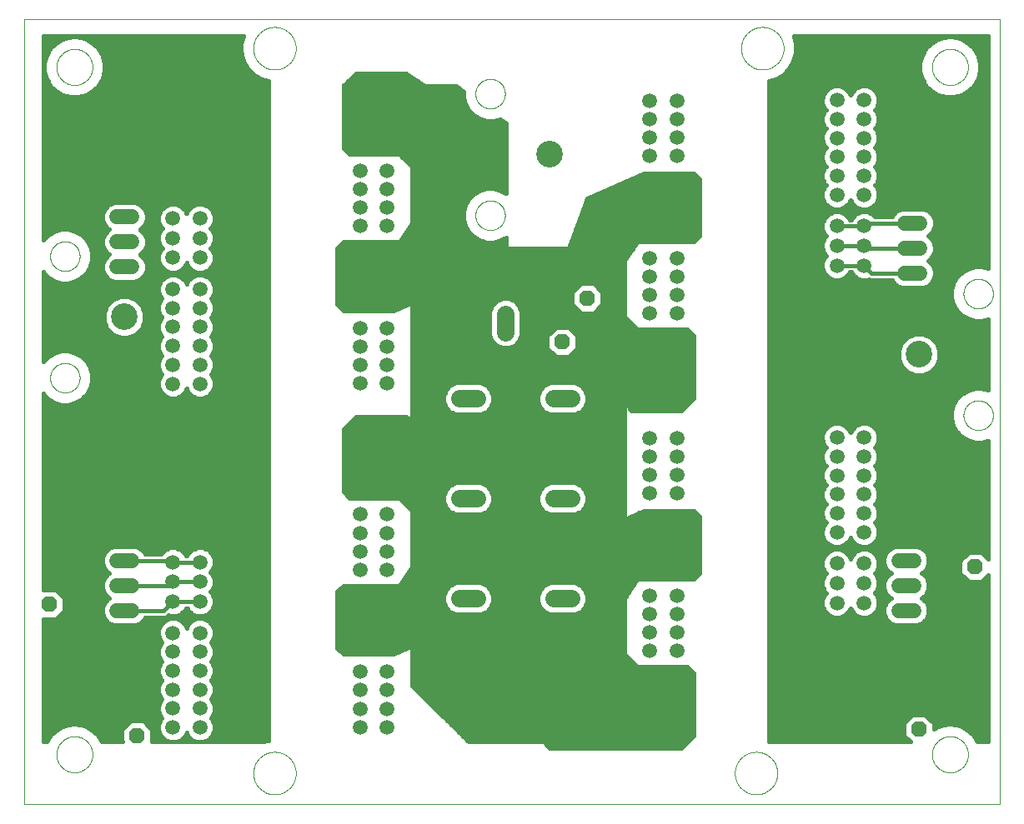
<source format=gtl>
G75*
%MOIN*%
%OFA0B0*%
%FSLAX25Y25*%
%IPPOS*%
%LPD*%
%AMOC8*
5,1,8,0,0,1.08239X$1,22.5*
%
%ADD10C,0.00000*%
%ADD11C,0.05906*%
%ADD12OC8,0.06300*%
%ADD13C,0.10630*%
%ADD14C,0.07050*%
%ADD15C,0.06000*%
%ADD16C,0.01600*%
D10*
X0001000Y0011000D02*
X0001000Y0325000D01*
X0391000Y0325000D01*
X0391000Y0011000D01*
X0001000Y0011000D01*
X0013800Y0031000D02*
X0013802Y0031177D01*
X0013809Y0031353D01*
X0013820Y0031530D01*
X0013835Y0031706D01*
X0013854Y0031881D01*
X0013878Y0032056D01*
X0013906Y0032231D01*
X0013938Y0032405D01*
X0013975Y0032578D01*
X0014016Y0032749D01*
X0014061Y0032920D01*
X0014110Y0033090D01*
X0014163Y0033259D01*
X0014221Y0033426D01*
X0014282Y0033591D01*
X0014348Y0033755D01*
X0014418Y0033918D01*
X0014491Y0034078D01*
X0014569Y0034237D01*
X0014650Y0034394D01*
X0014735Y0034549D01*
X0014824Y0034702D01*
X0014917Y0034852D01*
X0015013Y0035000D01*
X0015113Y0035146D01*
X0015217Y0035289D01*
X0015324Y0035430D01*
X0015434Y0035568D01*
X0015548Y0035703D01*
X0015665Y0035835D01*
X0015785Y0035965D01*
X0015909Y0036091D01*
X0016035Y0036215D01*
X0016165Y0036335D01*
X0016297Y0036452D01*
X0016432Y0036566D01*
X0016570Y0036676D01*
X0016711Y0036783D01*
X0016854Y0036887D01*
X0017000Y0036987D01*
X0017148Y0037083D01*
X0017298Y0037176D01*
X0017451Y0037265D01*
X0017606Y0037350D01*
X0017763Y0037431D01*
X0017922Y0037509D01*
X0018082Y0037582D01*
X0018245Y0037652D01*
X0018409Y0037718D01*
X0018574Y0037779D01*
X0018741Y0037837D01*
X0018910Y0037890D01*
X0019080Y0037939D01*
X0019251Y0037984D01*
X0019422Y0038025D01*
X0019595Y0038062D01*
X0019769Y0038094D01*
X0019944Y0038122D01*
X0020119Y0038146D01*
X0020294Y0038165D01*
X0020470Y0038180D01*
X0020647Y0038191D01*
X0020823Y0038198D01*
X0021000Y0038200D01*
X0021177Y0038198D01*
X0021353Y0038191D01*
X0021530Y0038180D01*
X0021706Y0038165D01*
X0021881Y0038146D01*
X0022056Y0038122D01*
X0022231Y0038094D01*
X0022405Y0038062D01*
X0022578Y0038025D01*
X0022749Y0037984D01*
X0022920Y0037939D01*
X0023090Y0037890D01*
X0023259Y0037837D01*
X0023426Y0037779D01*
X0023591Y0037718D01*
X0023755Y0037652D01*
X0023918Y0037582D01*
X0024078Y0037509D01*
X0024237Y0037431D01*
X0024394Y0037350D01*
X0024549Y0037265D01*
X0024702Y0037176D01*
X0024852Y0037083D01*
X0025000Y0036987D01*
X0025146Y0036887D01*
X0025289Y0036783D01*
X0025430Y0036676D01*
X0025568Y0036566D01*
X0025703Y0036452D01*
X0025835Y0036335D01*
X0025965Y0036215D01*
X0026091Y0036091D01*
X0026215Y0035965D01*
X0026335Y0035835D01*
X0026452Y0035703D01*
X0026566Y0035568D01*
X0026676Y0035430D01*
X0026783Y0035289D01*
X0026887Y0035146D01*
X0026987Y0035000D01*
X0027083Y0034852D01*
X0027176Y0034702D01*
X0027265Y0034549D01*
X0027350Y0034394D01*
X0027431Y0034237D01*
X0027509Y0034078D01*
X0027582Y0033918D01*
X0027652Y0033755D01*
X0027718Y0033591D01*
X0027779Y0033426D01*
X0027837Y0033259D01*
X0027890Y0033090D01*
X0027939Y0032920D01*
X0027984Y0032749D01*
X0028025Y0032578D01*
X0028062Y0032405D01*
X0028094Y0032231D01*
X0028122Y0032056D01*
X0028146Y0031881D01*
X0028165Y0031706D01*
X0028180Y0031530D01*
X0028191Y0031353D01*
X0028198Y0031177D01*
X0028200Y0031000D01*
X0028198Y0030823D01*
X0028191Y0030647D01*
X0028180Y0030470D01*
X0028165Y0030294D01*
X0028146Y0030119D01*
X0028122Y0029944D01*
X0028094Y0029769D01*
X0028062Y0029595D01*
X0028025Y0029422D01*
X0027984Y0029251D01*
X0027939Y0029080D01*
X0027890Y0028910D01*
X0027837Y0028741D01*
X0027779Y0028574D01*
X0027718Y0028409D01*
X0027652Y0028245D01*
X0027582Y0028082D01*
X0027509Y0027922D01*
X0027431Y0027763D01*
X0027350Y0027606D01*
X0027265Y0027451D01*
X0027176Y0027298D01*
X0027083Y0027148D01*
X0026987Y0027000D01*
X0026887Y0026854D01*
X0026783Y0026711D01*
X0026676Y0026570D01*
X0026566Y0026432D01*
X0026452Y0026297D01*
X0026335Y0026165D01*
X0026215Y0026035D01*
X0026091Y0025909D01*
X0025965Y0025785D01*
X0025835Y0025665D01*
X0025703Y0025548D01*
X0025568Y0025434D01*
X0025430Y0025324D01*
X0025289Y0025217D01*
X0025146Y0025113D01*
X0025000Y0025013D01*
X0024852Y0024917D01*
X0024702Y0024824D01*
X0024549Y0024735D01*
X0024394Y0024650D01*
X0024237Y0024569D01*
X0024078Y0024491D01*
X0023918Y0024418D01*
X0023755Y0024348D01*
X0023591Y0024282D01*
X0023426Y0024221D01*
X0023259Y0024163D01*
X0023090Y0024110D01*
X0022920Y0024061D01*
X0022749Y0024016D01*
X0022578Y0023975D01*
X0022405Y0023938D01*
X0022231Y0023906D01*
X0022056Y0023878D01*
X0021881Y0023854D01*
X0021706Y0023835D01*
X0021530Y0023820D01*
X0021353Y0023809D01*
X0021177Y0023802D01*
X0021000Y0023800D01*
X0020823Y0023802D01*
X0020647Y0023809D01*
X0020470Y0023820D01*
X0020294Y0023835D01*
X0020119Y0023854D01*
X0019944Y0023878D01*
X0019769Y0023906D01*
X0019595Y0023938D01*
X0019422Y0023975D01*
X0019251Y0024016D01*
X0019080Y0024061D01*
X0018910Y0024110D01*
X0018741Y0024163D01*
X0018574Y0024221D01*
X0018409Y0024282D01*
X0018245Y0024348D01*
X0018082Y0024418D01*
X0017922Y0024491D01*
X0017763Y0024569D01*
X0017606Y0024650D01*
X0017451Y0024735D01*
X0017298Y0024824D01*
X0017148Y0024917D01*
X0017000Y0025013D01*
X0016854Y0025113D01*
X0016711Y0025217D01*
X0016570Y0025324D01*
X0016432Y0025434D01*
X0016297Y0025548D01*
X0016165Y0025665D01*
X0016035Y0025785D01*
X0015909Y0025909D01*
X0015785Y0026035D01*
X0015665Y0026165D01*
X0015548Y0026297D01*
X0015434Y0026432D01*
X0015324Y0026570D01*
X0015217Y0026711D01*
X0015113Y0026854D01*
X0015013Y0027000D01*
X0014917Y0027148D01*
X0014824Y0027298D01*
X0014735Y0027451D01*
X0014650Y0027606D01*
X0014569Y0027763D01*
X0014491Y0027922D01*
X0014418Y0028082D01*
X0014348Y0028245D01*
X0014282Y0028409D01*
X0014221Y0028574D01*
X0014163Y0028741D01*
X0014110Y0028910D01*
X0014061Y0029080D01*
X0014016Y0029251D01*
X0013975Y0029422D01*
X0013938Y0029595D01*
X0013906Y0029769D01*
X0013878Y0029944D01*
X0013854Y0030119D01*
X0013835Y0030294D01*
X0013820Y0030470D01*
X0013809Y0030647D01*
X0013802Y0030823D01*
X0013800Y0031000D01*
X0092500Y0023500D02*
X0092503Y0023709D01*
X0092510Y0023917D01*
X0092523Y0024125D01*
X0092541Y0024333D01*
X0092564Y0024540D01*
X0092592Y0024747D01*
X0092625Y0024953D01*
X0092663Y0025158D01*
X0092707Y0025362D01*
X0092755Y0025565D01*
X0092808Y0025767D01*
X0092866Y0025967D01*
X0092929Y0026166D01*
X0092997Y0026364D01*
X0093070Y0026559D01*
X0093147Y0026753D01*
X0093229Y0026945D01*
X0093316Y0027134D01*
X0093408Y0027322D01*
X0093504Y0027507D01*
X0093604Y0027690D01*
X0093709Y0027870D01*
X0093819Y0028047D01*
X0093933Y0028222D01*
X0094051Y0028394D01*
X0094173Y0028563D01*
X0094299Y0028729D01*
X0094429Y0028892D01*
X0094564Y0029052D01*
X0094702Y0029208D01*
X0094844Y0029361D01*
X0094990Y0029510D01*
X0095139Y0029656D01*
X0095292Y0029798D01*
X0095448Y0029936D01*
X0095608Y0030071D01*
X0095771Y0030201D01*
X0095937Y0030327D01*
X0096106Y0030449D01*
X0096278Y0030567D01*
X0096453Y0030681D01*
X0096630Y0030791D01*
X0096810Y0030896D01*
X0096993Y0030996D01*
X0097178Y0031092D01*
X0097366Y0031184D01*
X0097555Y0031271D01*
X0097747Y0031353D01*
X0097941Y0031430D01*
X0098136Y0031503D01*
X0098334Y0031571D01*
X0098533Y0031634D01*
X0098733Y0031692D01*
X0098935Y0031745D01*
X0099138Y0031793D01*
X0099342Y0031837D01*
X0099547Y0031875D01*
X0099753Y0031908D01*
X0099960Y0031936D01*
X0100167Y0031959D01*
X0100375Y0031977D01*
X0100583Y0031990D01*
X0100791Y0031997D01*
X0101000Y0032000D01*
X0101209Y0031997D01*
X0101417Y0031990D01*
X0101625Y0031977D01*
X0101833Y0031959D01*
X0102040Y0031936D01*
X0102247Y0031908D01*
X0102453Y0031875D01*
X0102658Y0031837D01*
X0102862Y0031793D01*
X0103065Y0031745D01*
X0103267Y0031692D01*
X0103467Y0031634D01*
X0103666Y0031571D01*
X0103864Y0031503D01*
X0104059Y0031430D01*
X0104253Y0031353D01*
X0104445Y0031271D01*
X0104634Y0031184D01*
X0104822Y0031092D01*
X0105007Y0030996D01*
X0105190Y0030896D01*
X0105370Y0030791D01*
X0105547Y0030681D01*
X0105722Y0030567D01*
X0105894Y0030449D01*
X0106063Y0030327D01*
X0106229Y0030201D01*
X0106392Y0030071D01*
X0106552Y0029936D01*
X0106708Y0029798D01*
X0106861Y0029656D01*
X0107010Y0029510D01*
X0107156Y0029361D01*
X0107298Y0029208D01*
X0107436Y0029052D01*
X0107571Y0028892D01*
X0107701Y0028729D01*
X0107827Y0028563D01*
X0107949Y0028394D01*
X0108067Y0028222D01*
X0108181Y0028047D01*
X0108291Y0027870D01*
X0108396Y0027690D01*
X0108496Y0027507D01*
X0108592Y0027322D01*
X0108684Y0027134D01*
X0108771Y0026945D01*
X0108853Y0026753D01*
X0108930Y0026559D01*
X0109003Y0026364D01*
X0109071Y0026166D01*
X0109134Y0025967D01*
X0109192Y0025767D01*
X0109245Y0025565D01*
X0109293Y0025362D01*
X0109337Y0025158D01*
X0109375Y0024953D01*
X0109408Y0024747D01*
X0109436Y0024540D01*
X0109459Y0024333D01*
X0109477Y0024125D01*
X0109490Y0023917D01*
X0109497Y0023709D01*
X0109500Y0023500D01*
X0109497Y0023291D01*
X0109490Y0023083D01*
X0109477Y0022875D01*
X0109459Y0022667D01*
X0109436Y0022460D01*
X0109408Y0022253D01*
X0109375Y0022047D01*
X0109337Y0021842D01*
X0109293Y0021638D01*
X0109245Y0021435D01*
X0109192Y0021233D01*
X0109134Y0021033D01*
X0109071Y0020834D01*
X0109003Y0020636D01*
X0108930Y0020441D01*
X0108853Y0020247D01*
X0108771Y0020055D01*
X0108684Y0019866D01*
X0108592Y0019678D01*
X0108496Y0019493D01*
X0108396Y0019310D01*
X0108291Y0019130D01*
X0108181Y0018953D01*
X0108067Y0018778D01*
X0107949Y0018606D01*
X0107827Y0018437D01*
X0107701Y0018271D01*
X0107571Y0018108D01*
X0107436Y0017948D01*
X0107298Y0017792D01*
X0107156Y0017639D01*
X0107010Y0017490D01*
X0106861Y0017344D01*
X0106708Y0017202D01*
X0106552Y0017064D01*
X0106392Y0016929D01*
X0106229Y0016799D01*
X0106063Y0016673D01*
X0105894Y0016551D01*
X0105722Y0016433D01*
X0105547Y0016319D01*
X0105370Y0016209D01*
X0105190Y0016104D01*
X0105007Y0016004D01*
X0104822Y0015908D01*
X0104634Y0015816D01*
X0104445Y0015729D01*
X0104253Y0015647D01*
X0104059Y0015570D01*
X0103864Y0015497D01*
X0103666Y0015429D01*
X0103467Y0015366D01*
X0103267Y0015308D01*
X0103065Y0015255D01*
X0102862Y0015207D01*
X0102658Y0015163D01*
X0102453Y0015125D01*
X0102247Y0015092D01*
X0102040Y0015064D01*
X0101833Y0015041D01*
X0101625Y0015023D01*
X0101417Y0015010D01*
X0101209Y0015003D01*
X0101000Y0015000D01*
X0100791Y0015003D01*
X0100583Y0015010D01*
X0100375Y0015023D01*
X0100167Y0015041D01*
X0099960Y0015064D01*
X0099753Y0015092D01*
X0099547Y0015125D01*
X0099342Y0015163D01*
X0099138Y0015207D01*
X0098935Y0015255D01*
X0098733Y0015308D01*
X0098533Y0015366D01*
X0098334Y0015429D01*
X0098136Y0015497D01*
X0097941Y0015570D01*
X0097747Y0015647D01*
X0097555Y0015729D01*
X0097366Y0015816D01*
X0097178Y0015908D01*
X0096993Y0016004D01*
X0096810Y0016104D01*
X0096630Y0016209D01*
X0096453Y0016319D01*
X0096278Y0016433D01*
X0096106Y0016551D01*
X0095937Y0016673D01*
X0095771Y0016799D01*
X0095608Y0016929D01*
X0095448Y0017064D01*
X0095292Y0017202D01*
X0095139Y0017344D01*
X0094990Y0017490D01*
X0094844Y0017639D01*
X0094702Y0017792D01*
X0094564Y0017948D01*
X0094429Y0018108D01*
X0094299Y0018271D01*
X0094173Y0018437D01*
X0094051Y0018606D01*
X0093933Y0018778D01*
X0093819Y0018953D01*
X0093709Y0019130D01*
X0093604Y0019310D01*
X0093504Y0019493D01*
X0093408Y0019678D01*
X0093316Y0019866D01*
X0093229Y0020055D01*
X0093147Y0020247D01*
X0093070Y0020441D01*
X0092997Y0020636D01*
X0092929Y0020834D01*
X0092866Y0021033D01*
X0092808Y0021233D01*
X0092755Y0021435D01*
X0092707Y0021638D01*
X0092663Y0021842D01*
X0092625Y0022047D01*
X0092592Y0022253D01*
X0092564Y0022460D01*
X0092541Y0022667D01*
X0092523Y0022875D01*
X0092510Y0023083D01*
X0092503Y0023291D01*
X0092500Y0023500D01*
X0285000Y0023500D02*
X0285003Y0023709D01*
X0285010Y0023917D01*
X0285023Y0024125D01*
X0285041Y0024333D01*
X0285064Y0024540D01*
X0285092Y0024747D01*
X0285125Y0024953D01*
X0285163Y0025158D01*
X0285207Y0025362D01*
X0285255Y0025565D01*
X0285308Y0025767D01*
X0285366Y0025967D01*
X0285429Y0026166D01*
X0285497Y0026364D01*
X0285570Y0026559D01*
X0285647Y0026753D01*
X0285729Y0026945D01*
X0285816Y0027134D01*
X0285908Y0027322D01*
X0286004Y0027507D01*
X0286104Y0027690D01*
X0286209Y0027870D01*
X0286319Y0028047D01*
X0286433Y0028222D01*
X0286551Y0028394D01*
X0286673Y0028563D01*
X0286799Y0028729D01*
X0286929Y0028892D01*
X0287064Y0029052D01*
X0287202Y0029208D01*
X0287344Y0029361D01*
X0287490Y0029510D01*
X0287639Y0029656D01*
X0287792Y0029798D01*
X0287948Y0029936D01*
X0288108Y0030071D01*
X0288271Y0030201D01*
X0288437Y0030327D01*
X0288606Y0030449D01*
X0288778Y0030567D01*
X0288953Y0030681D01*
X0289130Y0030791D01*
X0289310Y0030896D01*
X0289493Y0030996D01*
X0289678Y0031092D01*
X0289866Y0031184D01*
X0290055Y0031271D01*
X0290247Y0031353D01*
X0290441Y0031430D01*
X0290636Y0031503D01*
X0290834Y0031571D01*
X0291033Y0031634D01*
X0291233Y0031692D01*
X0291435Y0031745D01*
X0291638Y0031793D01*
X0291842Y0031837D01*
X0292047Y0031875D01*
X0292253Y0031908D01*
X0292460Y0031936D01*
X0292667Y0031959D01*
X0292875Y0031977D01*
X0293083Y0031990D01*
X0293291Y0031997D01*
X0293500Y0032000D01*
X0293709Y0031997D01*
X0293917Y0031990D01*
X0294125Y0031977D01*
X0294333Y0031959D01*
X0294540Y0031936D01*
X0294747Y0031908D01*
X0294953Y0031875D01*
X0295158Y0031837D01*
X0295362Y0031793D01*
X0295565Y0031745D01*
X0295767Y0031692D01*
X0295967Y0031634D01*
X0296166Y0031571D01*
X0296364Y0031503D01*
X0296559Y0031430D01*
X0296753Y0031353D01*
X0296945Y0031271D01*
X0297134Y0031184D01*
X0297322Y0031092D01*
X0297507Y0030996D01*
X0297690Y0030896D01*
X0297870Y0030791D01*
X0298047Y0030681D01*
X0298222Y0030567D01*
X0298394Y0030449D01*
X0298563Y0030327D01*
X0298729Y0030201D01*
X0298892Y0030071D01*
X0299052Y0029936D01*
X0299208Y0029798D01*
X0299361Y0029656D01*
X0299510Y0029510D01*
X0299656Y0029361D01*
X0299798Y0029208D01*
X0299936Y0029052D01*
X0300071Y0028892D01*
X0300201Y0028729D01*
X0300327Y0028563D01*
X0300449Y0028394D01*
X0300567Y0028222D01*
X0300681Y0028047D01*
X0300791Y0027870D01*
X0300896Y0027690D01*
X0300996Y0027507D01*
X0301092Y0027322D01*
X0301184Y0027134D01*
X0301271Y0026945D01*
X0301353Y0026753D01*
X0301430Y0026559D01*
X0301503Y0026364D01*
X0301571Y0026166D01*
X0301634Y0025967D01*
X0301692Y0025767D01*
X0301745Y0025565D01*
X0301793Y0025362D01*
X0301837Y0025158D01*
X0301875Y0024953D01*
X0301908Y0024747D01*
X0301936Y0024540D01*
X0301959Y0024333D01*
X0301977Y0024125D01*
X0301990Y0023917D01*
X0301997Y0023709D01*
X0302000Y0023500D01*
X0301997Y0023291D01*
X0301990Y0023083D01*
X0301977Y0022875D01*
X0301959Y0022667D01*
X0301936Y0022460D01*
X0301908Y0022253D01*
X0301875Y0022047D01*
X0301837Y0021842D01*
X0301793Y0021638D01*
X0301745Y0021435D01*
X0301692Y0021233D01*
X0301634Y0021033D01*
X0301571Y0020834D01*
X0301503Y0020636D01*
X0301430Y0020441D01*
X0301353Y0020247D01*
X0301271Y0020055D01*
X0301184Y0019866D01*
X0301092Y0019678D01*
X0300996Y0019493D01*
X0300896Y0019310D01*
X0300791Y0019130D01*
X0300681Y0018953D01*
X0300567Y0018778D01*
X0300449Y0018606D01*
X0300327Y0018437D01*
X0300201Y0018271D01*
X0300071Y0018108D01*
X0299936Y0017948D01*
X0299798Y0017792D01*
X0299656Y0017639D01*
X0299510Y0017490D01*
X0299361Y0017344D01*
X0299208Y0017202D01*
X0299052Y0017064D01*
X0298892Y0016929D01*
X0298729Y0016799D01*
X0298563Y0016673D01*
X0298394Y0016551D01*
X0298222Y0016433D01*
X0298047Y0016319D01*
X0297870Y0016209D01*
X0297690Y0016104D01*
X0297507Y0016004D01*
X0297322Y0015908D01*
X0297134Y0015816D01*
X0296945Y0015729D01*
X0296753Y0015647D01*
X0296559Y0015570D01*
X0296364Y0015497D01*
X0296166Y0015429D01*
X0295967Y0015366D01*
X0295767Y0015308D01*
X0295565Y0015255D01*
X0295362Y0015207D01*
X0295158Y0015163D01*
X0294953Y0015125D01*
X0294747Y0015092D01*
X0294540Y0015064D01*
X0294333Y0015041D01*
X0294125Y0015023D01*
X0293917Y0015010D01*
X0293709Y0015003D01*
X0293500Y0015000D01*
X0293291Y0015003D01*
X0293083Y0015010D01*
X0292875Y0015023D01*
X0292667Y0015041D01*
X0292460Y0015064D01*
X0292253Y0015092D01*
X0292047Y0015125D01*
X0291842Y0015163D01*
X0291638Y0015207D01*
X0291435Y0015255D01*
X0291233Y0015308D01*
X0291033Y0015366D01*
X0290834Y0015429D01*
X0290636Y0015497D01*
X0290441Y0015570D01*
X0290247Y0015647D01*
X0290055Y0015729D01*
X0289866Y0015816D01*
X0289678Y0015908D01*
X0289493Y0016004D01*
X0289310Y0016104D01*
X0289130Y0016209D01*
X0288953Y0016319D01*
X0288778Y0016433D01*
X0288606Y0016551D01*
X0288437Y0016673D01*
X0288271Y0016799D01*
X0288108Y0016929D01*
X0287948Y0017064D01*
X0287792Y0017202D01*
X0287639Y0017344D01*
X0287490Y0017490D01*
X0287344Y0017639D01*
X0287202Y0017792D01*
X0287064Y0017948D01*
X0286929Y0018108D01*
X0286799Y0018271D01*
X0286673Y0018437D01*
X0286551Y0018606D01*
X0286433Y0018778D01*
X0286319Y0018953D01*
X0286209Y0019130D01*
X0286104Y0019310D01*
X0286004Y0019493D01*
X0285908Y0019678D01*
X0285816Y0019866D01*
X0285729Y0020055D01*
X0285647Y0020247D01*
X0285570Y0020441D01*
X0285497Y0020636D01*
X0285429Y0020834D01*
X0285366Y0021033D01*
X0285308Y0021233D01*
X0285255Y0021435D01*
X0285207Y0021638D01*
X0285163Y0021842D01*
X0285125Y0022047D01*
X0285092Y0022253D01*
X0285064Y0022460D01*
X0285041Y0022667D01*
X0285023Y0022875D01*
X0285010Y0023083D01*
X0285003Y0023291D01*
X0285000Y0023500D01*
X0363800Y0031000D02*
X0363802Y0031177D01*
X0363809Y0031353D01*
X0363820Y0031530D01*
X0363835Y0031706D01*
X0363854Y0031881D01*
X0363878Y0032056D01*
X0363906Y0032231D01*
X0363938Y0032405D01*
X0363975Y0032578D01*
X0364016Y0032749D01*
X0364061Y0032920D01*
X0364110Y0033090D01*
X0364163Y0033259D01*
X0364221Y0033426D01*
X0364282Y0033591D01*
X0364348Y0033755D01*
X0364418Y0033918D01*
X0364491Y0034078D01*
X0364569Y0034237D01*
X0364650Y0034394D01*
X0364735Y0034549D01*
X0364824Y0034702D01*
X0364917Y0034852D01*
X0365013Y0035000D01*
X0365113Y0035146D01*
X0365217Y0035289D01*
X0365324Y0035430D01*
X0365434Y0035568D01*
X0365548Y0035703D01*
X0365665Y0035835D01*
X0365785Y0035965D01*
X0365909Y0036091D01*
X0366035Y0036215D01*
X0366165Y0036335D01*
X0366297Y0036452D01*
X0366432Y0036566D01*
X0366570Y0036676D01*
X0366711Y0036783D01*
X0366854Y0036887D01*
X0367000Y0036987D01*
X0367148Y0037083D01*
X0367298Y0037176D01*
X0367451Y0037265D01*
X0367606Y0037350D01*
X0367763Y0037431D01*
X0367922Y0037509D01*
X0368082Y0037582D01*
X0368245Y0037652D01*
X0368409Y0037718D01*
X0368574Y0037779D01*
X0368741Y0037837D01*
X0368910Y0037890D01*
X0369080Y0037939D01*
X0369251Y0037984D01*
X0369422Y0038025D01*
X0369595Y0038062D01*
X0369769Y0038094D01*
X0369944Y0038122D01*
X0370119Y0038146D01*
X0370294Y0038165D01*
X0370470Y0038180D01*
X0370647Y0038191D01*
X0370823Y0038198D01*
X0371000Y0038200D01*
X0371177Y0038198D01*
X0371353Y0038191D01*
X0371530Y0038180D01*
X0371706Y0038165D01*
X0371881Y0038146D01*
X0372056Y0038122D01*
X0372231Y0038094D01*
X0372405Y0038062D01*
X0372578Y0038025D01*
X0372749Y0037984D01*
X0372920Y0037939D01*
X0373090Y0037890D01*
X0373259Y0037837D01*
X0373426Y0037779D01*
X0373591Y0037718D01*
X0373755Y0037652D01*
X0373918Y0037582D01*
X0374078Y0037509D01*
X0374237Y0037431D01*
X0374394Y0037350D01*
X0374549Y0037265D01*
X0374702Y0037176D01*
X0374852Y0037083D01*
X0375000Y0036987D01*
X0375146Y0036887D01*
X0375289Y0036783D01*
X0375430Y0036676D01*
X0375568Y0036566D01*
X0375703Y0036452D01*
X0375835Y0036335D01*
X0375965Y0036215D01*
X0376091Y0036091D01*
X0376215Y0035965D01*
X0376335Y0035835D01*
X0376452Y0035703D01*
X0376566Y0035568D01*
X0376676Y0035430D01*
X0376783Y0035289D01*
X0376887Y0035146D01*
X0376987Y0035000D01*
X0377083Y0034852D01*
X0377176Y0034702D01*
X0377265Y0034549D01*
X0377350Y0034394D01*
X0377431Y0034237D01*
X0377509Y0034078D01*
X0377582Y0033918D01*
X0377652Y0033755D01*
X0377718Y0033591D01*
X0377779Y0033426D01*
X0377837Y0033259D01*
X0377890Y0033090D01*
X0377939Y0032920D01*
X0377984Y0032749D01*
X0378025Y0032578D01*
X0378062Y0032405D01*
X0378094Y0032231D01*
X0378122Y0032056D01*
X0378146Y0031881D01*
X0378165Y0031706D01*
X0378180Y0031530D01*
X0378191Y0031353D01*
X0378198Y0031177D01*
X0378200Y0031000D01*
X0378198Y0030823D01*
X0378191Y0030647D01*
X0378180Y0030470D01*
X0378165Y0030294D01*
X0378146Y0030119D01*
X0378122Y0029944D01*
X0378094Y0029769D01*
X0378062Y0029595D01*
X0378025Y0029422D01*
X0377984Y0029251D01*
X0377939Y0029080D01*
X0377890Y0028910D01*
X0377837Y0028741D01*
X0377779Y0028574D01*
X0377718Y0028409D01*
X0377652Y0028245D01*
X0377582Y0028082D01*
X0377509Y0027922D01*
X0377431Y0027763D01*
X0377350Y0027606D01*
X0377265Y0027451D01*
X0377176Y0027298D01*
X0377083Y0027148D01*
X0376987Y0027000D01*
X0376887Y0026854D01*
X0376783Y0026711D01*
X0376676Y0026570D01*
X0376566Y0026432D01*
X0376452Y0026297D01*
X0376335Y0026165D01*
X0376215Y0026035D01*
X0376091Y0025909D01*
X0375965Y0025785D01*
X0375835Y0025665D01*
X0375703Y0025548D01*
X0375568Y0025434D01*
X0375430Y0025324D01*
X0375289Y0025217D01*
X0375146Y0025113D01*
X0375000Y0025013D01*
X0374852Y0024917D01*
X0374702Y0024824D01*
X0374549Y0024735D01*
X0374394Y0024650D01*
X0374237Y0024569D01*
X0374078Y0024491D01*
X0373918Y0024418D01*
X0373755Y0024348D01*
X0373591Y0024282D01*
X0373426Y0024221D01*
X0373259Y0024163D01*
X0373090Y0024110D01*
X0372920Y0024061D01*
X0372749Y0024016D01*
X0372578Y0023975D01*
X0372405Y0023938D01*
X0372231Y0023906D01*
X0372056Y0023878D01*
X0371881Y0023854D01*
X0371706Y0023835D01*
X0371530Y0023820D01*
X0371353Y0023809D01*
X0371177Y0023802D01*
X0371000Y0023800D01*
X0370823Y0023802D01*
X0370647Y0023809D01*
X0370470Y0023820D01*
X0370294Y0023835D01*
X0370119Y0023854D01*
X0369944Y0023878D01*
X0369769Y0023906D01*
X0369595Y0023938D01*
X0369422Y0023975D01*
X0369251Y0024016D01*
X0369080Y0024061D01*
X0368910Y0024110D01*
X0368741Y0024163D01*
X0368574Y0024221D01*
X0368409Y0024282D01*
X0368245Y0024348D01*
X0368082Y0024418D01*
X0367922Y0024491D01*
X0367763Y0024569D01*
X0367606Y0024650D01*
X0367451Y0024735D01*
X0367298Y0024824D01*
X0367148Y0024917D01*
X0367000Y0025013D01*
X0366854Y0025113D01*
X0366711Y0025217D01*
X0366570Y0025324D01*
X0366432Y0025434D01*
X0366297Y0025548D01*
X0366165Y0025665D01*
X0366035Y0025785D01*
X0365909Y0025909D01*
X0365785Y0026035D01*
X0365665Y0026165D01*
X0365548Y0026297D01*
X0365434Y0026432D01*
X0365324Y0026570D01*
X0365217Y0026711D01*
X0365113Y0026854D01*
X0365013Y0027000D01*
X0364917Y0027148D01*
X0364824Y0027298D01*
X0364735Y0027451D01*
X0364650Y0027606D01*
X0364569Y0027763D01*
X0364491Y0027922D01*
X0364418Y0028082D01*
X0364348Y0028245D01*
X0364282Y0028409D01*
X0364221Y0028574D01*
X0364163Y0028741D01*
X0364110Y0028910D01*
X0364061Y0029080D01*
X0364016Y0029251D01*
X0363975Y0029422D01*
X0363938Y0029595D01*
X0363906Y0029769D01*
X0363878Y0029944D01*
X0363854Y0030119D01*
X0363835Y0030294D01*
X0363820Y0030470D01*
X0363809Y0030647D01*
X0363802Y0030823D01*
X0363800Y0031000D01*
X0376393Y0166669D02*
X0376395Y0166822D01*
X0376401Y0166976D01*
X0376411Y0167129D01*
X0376425Y0167281D01*
X0376443Y0167434D01*
X0376465Y0167585D01*
X0376490Y0167736D01*
X0376520Y0167887D01*
X0376554Y0168037D01*
X0376591Y0168185D01*
X0376632Y0168333D01*
X0376677Y0168479D01*
X0376726Y0168625D01*
X0376779Y0168769D01*
X0376835Y0168911D01*
X0376895Y0169052D01*
X0376959Y0169192D01*
X0377026Y0169330D01*
X0377097Y0169466D01*
X0377172Y0169600D01*
X0377249Y0169732D01*
X0377331Y0169862D01*
X0377415Y0169990D01*
X0377503Y0170116D01*
X0377594Y0170239D01*
X0377688Y0170360D01*
X0377786Y0170478D01*
X0377886Y0170594D01*
X0377990Y0170707D01*
X0378096Y0170818D01*
X0378205Y0170926D01*
X0378317Y0171031D01*
X0378431Y0171132D01*
X0378549Y0171231D01*
X0378668Y0171327D01*
X0378790Y0171420D01*
X0378915Y0171509D01*
X0379042Y0171596D01*
X0379171Y0171678D01*
X0379302Y0171758D01*
X0379435Y0171834D01*
X0379570Y0171907D01*
X0379707Y0171976D01*
X0379846Y0172041D01*
X0379986Y0172103D01*
X0380128Y0172161D01*
X0380271Y0172216D01*
X0380416Y0172267D01*
X0380562Y0172314D01*
X0380709Y0172357D01*
X0380857Y0172396D01*
X0381006Y0172432D01*
X0381156Y0172463D01*
X0381307Y0172491D01*
X0381458Y0172515D01*
X0381611Y0172535D01*
X0381763Y0172551D01*
X0381916Y0172563D01*
X0382069Y0172571D01*
X0382222Y0172575D01*
X0382376Y0172575D01*
X0382529Y0172571D01*
X0382682Y0172563D01*
X0382835Y0172551D01*
X0382987Y0172535D01*
X0383140Y0172515D01*
X0383291Y0172491D01*
X0383442Y0172463D01*
X0383592Y0172432D01*
X0383741Y0172396D01*
X0383889Y0172357D01*
X0384036Y0172314D01*
X0384182Y0172267D01*
X0384327Y0172216D01*
X0384470Y0172161D01*
X0384612Y0172103D01*
X0384752Y0172041D01*
X0384891Y0171976D01*
X0385028Y0171907D01*
X0385163Y0171834D01*
X0385296Y0171758D01*
X0385427Y0171678D01*
X0385556Y0171596D01*
X0385683Y0171509D01*
X0385808Y0171420D01*
X0385930Y0171327D01*
X0386049Y0171231D01*
X0386167Y0171132D01*
X0386281Y0171031D01*
X0386393Y0170926D01*
X0386502Y0170818D01*
X0386608Y0170707D01*
X0386712Y0170594D01*
X0386812Y0170478D01*
X0386910Y0170360D01*
X0387004Y0170239D01*
X0387095Y0170116D01*
X0387183Y0169990D01*
X0387267Y0169862D01*
X0387349Y0169732D01*
X0387426Y0169600D01*
X0387501Y0169466D01*
X0387572Y0169330D01*
X0387639Y0169192D01*
X0387703Y0169052D01*
X0387763Y0168911D01*
X0387819Y0168769D01*
X0387872Y0168625D01*
X0387921Y0168479D01*
X0387966Y0168333D01*
X0388007Y0168185D01*
X0388044Y0168037D01*
X0388078Y0167887D01*
X0388108Y0167736D01*
X0388133Y0167585D01*
X0388155Y0167434D01*
X0388173Y0167281D01*
X0388187Y0167129D01*
X0388197Y0166976D01*
X0388203Y0166822D01*
X0388205Y0166669D01*
X0388203Y0166516D01*
X0388197Y0166362D01*
X0388187Y0166209D01*
X0388173Y0166057D01*
X0388155Y0165904D01*
X0388133Y0165753D01*
X0388108Y0165602D01*
X0388078Y0165451D01*
X0388044Y0165301D01*
X0388007Y0165153D01*
X0387966Y0165005D01*
X0387921Y0164859D01*
X0387872Y0164713D01*
X0387819Y0164569D01*
X0387763Y0164427D01*
X0387703Y0164286D01*
X0387639Y0164146D01*
X0387572Y0164008D01*
X0387501Y0163872D01*
X0387426Y0163738D01*
X0387349Y0163606D01*
X0387267Y0163476D01*
X0387183Y0163348D01*
X0387095Y0163222D01*
X0387004Y0163099D01*
X0386910Y0162978D01*
X0386812Y0162860D01*
X0386712Y0162744D01*
X0386608Y0162631D01*
X0386502Y0162520D01*
X0386393Y0162412D01*
X0386281Y0162307D01*
X0386167Y0162206D01*
X0386049Y0162107D01*
X0385930Y0162011D01*
X0385808Y0161918D01*
X0385683Y0161829D01*
X0385556Y0161742D01*
X0385427Y0161660D01*
X0385296Y0161580D01*
X0385163Y0161504D01*
X0385028Y0161431D01*
X0384891Y0161362D01*
X0384752Y0161297D01*
X0384612Y0161235D01*
X0384470Y0161177D01*
X0384327Y0161122D01*
X0384182Y0161071D01*
X0384036Y0161024D01*
X0383889Y0160981D01*
X0383741Y0160942D01*
X0383592Y0160906D01*
X0383442Y0160875D01*
X0383291Y0160847D01*
X0383140Y0160823D01*
X0382987Y0160803D01*
X0382835Y0160787D01*
X0382682Y0160775D01*
X0382529Y0160767D01*
X0382376Y0160763D01*
X0382222Y0160763D01*
X0382069Y0160767D01*
X0381916Y0160775D01*
X0381763Y0160787D01*
X0381611Y0160803D01*
X0381458Y0160823D01*
X0381307Y0160847D01*
X0381156Y0160875D01*
X0381006Y0160906D01*
X0380857Y0160942D01*
X0380709Y0160981D01*
X0380562Y0161024D01*
X0380416Y0161071D01*
X0380271Y0161122D01*
X0380128Y0161177D01*
X0379986Y0161235D01*
X0379846Y0161297D01*
X0379707Y0161362D01*
X0379570Y0161431D01*
X0379435Y0161504D01*
X0379302Y0161580D01*
X0379171Y0161660D01*
X0379042Y0161742D01*
X0378915Y0161829D01*
X0378790Y0161918D01*
X0378668Y0162011D01*
X0378549Y0162107D01*
X0378431Y0162206D01*
X0378317Y0162307D01*
X0378205Y0162412D01*
X0378096Y0162520D01*
X0377990Y0162631D01*
X0377886Y0162744D01*
X0377786Y0162860D01*
X0377688Y0162978D01*
X0377594Y0163099D01*
X0377503Y0163222D01*
X0377415Y0163348D01*
X0377331Y0163476D01*
X0377249Y0163606D01*
X0377172Y0163738D01*
X0377097Y0163872D01*
X0377026Y0164008D01*
X0376959Y0164146D01*
X0376895Y0164286D01*
X0376835Y0164427D01*
X0376779Y0164569D01*
X0376726Y0164713D01*
X0376677Y0164859D01*
X0376632Y0165005D01*
X0376591Y0165153D01*
X0376554Y0165301D01*
X0376520Y0165451D01*
X0376490Y0165602D01*
X0376465Y0165753D01*
X0376443Y0165904D01*
X0376425Y0166057D01*
X0376411Y0166209D01*
X0376401Y0166362D01*
X0376395Y0166516D01*
X0376393Y0166669D01*
X0376393Y0215331D02*
X0376395Y0215484D01*
X0376401Y0215638D01*
X0376411Y0215791D01*
X0376425Y0215943D01*
X0376443Y0216096D01*
X0376465Y0216247D01*
X0376490Y0216398D01*
X0376520Y0216549D01*
X0376554Y0216699D01*
X0376591Y0216847D01*
X0376632Y0216995D01*
X0376677Y0217141D01*
X0376726Y0217287D01*
X0376779Y0217431D01*
X0376835Y0217573D01*
X0376895Y0217714D01*
X0376959Y0217854D01*
X0377026Y0217992D01*
X0377097Y0218128D01*
X0377172Y0218262D01*
X0377249Y0218394D01*
X0377331Y0218524D01*
X0377415Y0218652D01*
X0377503Y0218778D01*
X0377594Y0218901D01*
X0377688Y0219022D01*
X0377786Y0219140D01*
X0377886Y0219256D01*
X0377990Y0219369D01*
X0378096Y0219480D01*
X0378205Y0219588D01*
X0378317Y0219693D01*
X0378431Y0219794D01*
X0378549Y0219893D01*
X0378668Y0219989D01*
X0378790Y0220082D01*
X0378915Y0220171D01*
X0379042Y0220258D01*
X0379171Y0220340D01*
X0379302Y0220420D01*
X0379435Y0220496D01*
X0379570Y0220569D01*
X0379707Y0220638D01*
X0379846Y0220703D01*
X0379986Y0220765D01*
X0380128Y0220823D01*
X0380271Y0220878D01*
X0380416Y0220929D01*
X0380562Y0220976D01*
X0380709Y0221019D01*
X0380857Y0221058D01*
X0381006Y0221094D01*
X0381156Y0221125D01*
X0381307Y0221153D01*
X0381458Y0221177D01*
X0381611Y0221197D01*
X0381763Y0221213D01*
X0381916Y0221225D01*
X0382069Y0221233D01*
X0382222Y0221237D01*
X0382376Y0221237D01*
X0382529Y0221233D01*
X0382682Y0221225D01*
X0382835Y0221213D01*
X0382987Y0221197D01*
X0383140Y0221177D01*
X0383291Y0221153D01*
X0383442Y0221125D01*
X0383592Y0221094D01*
X0383741Y0221058D01*
X0383889Y0221019D01*
X0384036Y0220976D01*
X0384182Y0220929D01*
X0384327Y0220878D01*
X0384470Y0220823D01*
X0384612Y0220765D01*
X0384752Y0220703D01*
X0384891Y0220638D01*
X0385028Y0220569D01*
X0385163Y0220496D01*
X0385296Y0220420D01*
X0385427Y0220340D01*
X0385556Y0220258D01*
X0385683Y0220171D01*
X0385808Y0220082D01*
X0385930Y0219989D01*
X0386049Y0219893D01*
X0386167Y0219794D01*
X0386281Y0219693D01*
X0386393Y0219588D01*
X0386502Y0219480D01*
X0386608Y0219369D01*
X0386712Y0219256D01*
X0386812Y0219140D01*
X0386910Y0219022D01*
X0387004Y0218901D01*
X0387095Y0218778D01*
X0387183Y0218652D01*
X0387267Y0218524D01*
X0387349Y0218394D01*
X0387426Y0218262D01*
X0387501Y0218128D01*
X0387572Y0217992D01*
X0387639Y0217854D01*
X0387703Y0217714D01*
X0387763Y0217573D01*
X0387819Y0217431D01*
X0387872Y0217287D01*
X0387921Y0217141D01*
X0387966Y0216995D01*
X0388007Y0216847D01*
X0388044Y0216699D01*
X0388078Y0216549D01*
X0388108Y0216398D01*
X0388133Y0216247D01*
X0388155Y0216096D01*
X0388173Y0215943D01*
X0388187Y0215791D01*
X0388197Y0215638D01*
X0388203Y0215484D01*
X0388205Y0215331D01*
X0388203Y0215178D01*
X0388197Y0215024D01*
X0388187Y0214871D01*
X0388173Y0214719D01*
X0388155Y0214566D01*
X0388133Y0214415D01*
X0388108Y0214264D01*
X0388078Y0214113D01*
X0388044Y0213963D01*
X0388007Y0213815D01*
X0387966Y0213667D01*
X0387921Y0213521D01*
X0387872Y0213375D01*
X0387819Y0213231D01*
X0387763Y0213089D01*
X0387703Y0212948D01*
X0387639Y0212808D01*
X0387572Y0212670D01*
X0387501Y0212534D01*
X0387426Y0212400D01*
X0387349Y0212268D01*
X0387267Y0212138D01*
X0387183Y0212010D01*
X0387095Y0211884D01*
X0387004Y0211761D01*
X0386910Y0211640D01*
X0386812Y0211522D01*
X0386712Y0211406D01*
X0386608Y0211293D01*
X0386502Y0211182D01*
X0386393Y0211074D01*
X0386281Y0210969D01*
X0386167Y0210868D01*
X0386049Y0210769D01*
X0385930Y0210673D01*
X0385808Y0210580D01*
X0385683Y0210491D01*
X0385556Y0210404D01*
X0385427Y0210322D01*
X0385296Y0210242D01*
X0385163Y0210166D01*
X0385028Y0210093D01*
X0384891Y0210024D01*
X0384752Y0209959D01*
X0384612Y0209897D01*
X0384470Y0209839D01*
X0384327Y0209784D01*
X0384182Y0209733D01*
X0384036Y0209686D01*
X0383889Y0209643D01*
X0383741Y0209604D01*
X0383592Y0209568D01*
X0383442Y0209537D01*
X0383291Y0209509D01*
X0383140Y0209485D01*
X0382987Y0209465D01*
X0382835Y0209449D01*
X0382682Y0209437D01*
X0382529Y0209429D01*
X0382376Y0209425D01*
X0382222Y0209425D01*
X0382069Y0209429D01*
X0381916Y0209437D01*
X0381763Y0209449D01*
X0381611Y0209465D01*
X0381458Y0209485D01*
X0381307Y0209509D01*
X0381156Y0209537D01*
X0381006Y0209568D01*
X0380857Y0209604D01*
X0380709Y0209643D01*
X0380562Y0209686D01*
X0380416Y0209733D01*
X0380271Y0209784D01*
X0380128Y0209839D01*
X0379986Y0209897D01*
X0379846Y0209959D01*
X0379707Y0210024D01*
X0379570Y0210093D01*
X0379435Y0210166D01*
X0379302Y0210242D01*
X0379171Y0210322D01*
X0379042Y0210404D01*
X0378915Y0210491D01*
X0378790Y0210580D01*
X0378668Y0210673D01*
X0378549Y0210769D01*
X0378431Y0210868D01*
X0378317Y0210969D01*
X0378205Y0211074D01*
X0378096Y0211182D01*
X0377990Y0211293D01*
X0377886Y0211406D01*
X0377786Y0211522D01*
X0377688Y0211640D01*
X0377594Y0211761D01*
X0377503Y0211884D01*
X0377415Y0212010D01*
X0377331Y0212138D01*
X0377249Y0212268D01*
X0377172Y0212400D01*
X0377097Y0212534D01*
X0377026Y0212670D01*
X0376959Y0212808D01*
X0376895Y0212948D01*
X0376835Y0213089D01*
X0376779Y0213231D01*
X0376726Y0213375D01*
X0376677Y0213521D01*
X0376632Y0213667D01*
X0376591Y0213815D01*
X0376554Y0213963D01*
X0376520Y0214113D01*
X0376490Y0214264D01*
X0376465Y0214415D01*
X0376443Y0214566D01*
X0376425Y0214719D01*
X0376411Y0214871D01*
X0376401Y0215024D01*
X0376395Y0215178D01*
X0376393Y0215331D01*
X0181295Y0246669D02*
X0181297Y0246822D01*
X0181303Y0246976D01*
X0181313Y0247129D01*
X0181327Y0247281D01*
X0181345Y0247434D01*
X0181367Y0247585D01*
X0181392Y0247736D01*
X0181422Y0247887D01*
X0181456Y0248037D01*
X0181493Y0248185D01*
X0181534Y0248333D01*
X0181579Y0248479D01*
X0181628Y0248625D01*
X0181681Y0248769D01*
X0181737Y0248911D01*
X0181797Y0249052D01*
X0181861Y0249192D01*
X0181928Y0249330D01*
X0181999Y0249466D01*
X0182074Y0249600D01*
X0182151Y0249732D01*
X0182233Y0249862D01*
X0182317Y0249990D01*
X0182405Y0250116D01*
X0182496Y0250239D01*
X0182590Y0250360D01*
X0182688Y0250478D01*
X0182788Y0250594D01*
X0182892Y0250707D01*
X0182998Y0250818D01*
X0183107Y0250926D01*
X0183219Y0251031D01*
X0183333Y0251132D01*
X0183451Y0251231D01*
X0183570Y0251327D01*
X0183692Y0251420D01*
X0183817Y0251509D01*
X0183944Y0251596D01*
X0184073Y0251678D01*
X0184204Y0251758D01*
X0184337Y0251834D01*
X0184472Y0251907D01*
X0184609Y0251976D01*
X0184748Y0252041D01*
X0184888Y0252103D01*
X0185030Y0252161D01*
X0185173Y0252216D01*
X0185318Y0252267D01*
X0185464Y0252314D01*
X0185611Y0252357D01*
X0185759Y0252396D01*
X0185908Y0252432D01*
X0186058Y0252463D01*
X0186209Y0252491D01*
X0186360Y0252515D01*
X0186513Y0252535D01*
X0186665Y0252551D01*
X0186818Y0252563D01*
X0186971Y0252571D01*
X0187124Y0252575D01*
X0187278Y0252575D01*
X0187431Y0252571D01*
X0187584Y0252563D01*
X0187737Y0252551D01*
X0187889Y0252535D01*
X0188042Y0252515D01*
X0188193Y0252491D01*
X0188344Y0252463D01*
X0188494Y0252432D01*
X0188643Y0252396D01*
X0188791Y0252357D01*
X0188938Y0252314D01*
X0189084Y0252267D01*
X0189229Y0252216D01*
X0189372Y0252161D01*
X0189514Y0252103D01*
X0189654Y0252041D01*
X0189793Y0251976D01*
X0189930Y0251907D01*
X0190065Y0251834D01*
X0190198Y0251758D01*
X0190329Y0251678D01*
X0190458Y0251596D01*
X0190585Y0251509D01*
X0190710Y0251420D01*
X0190832Y0251327D01*
X0190951Y0251231D01*
X0191069Y0251132D01*
X0191183Y0251031D01*
X0191295Y0250926D01*
X0191404Y0250818D01*
X0191510Y0250707D01*
X0191614Y0250594D01*
X0191714Y0250478D01*
X0191812Y0250360D01*
X0191906Y0250239D01*
X0191997Y0250116D01*
X0192085Y0249990D01*
X0192169Y0249862D01*
X0192251Y0249732D01*
X0192328Y0249600D01*
X0192403Y0249466D01*
X0192474Y0249330D01*
X0192541Y0249192D01*
X0192605Y0249052D01*
X0192665Y0248911D01*
X0192721Y0248769D01*
X0192774Y0248625D01*
X0192823Y0248479D01*
X0192868Y0248333D01*
X0192909Y0248185D01*
X0192946Y0248037D01*
X0192980Y0247887D01*
X0193010Y0247736D01*
X0193035Y0247585D01*
X0193057Y0247434D01*
X0193075Y0247281D01*
X0193089Y0247129D01*
X0193099Y0246976D01*
X0193105Y0246822D01*
X0193107Y0246669D01*
X0193105Y0246516D01*
X0193099Y0246362D01*
X0193089Y0246209D01*
X0193075Y0246057D01*
X0193057Y0245904D01*
X0193035Y0245753D01*
X0193010Y0245602D01*
X0192980Y0245451D01*
X0192946Y0245301D01*
X0192909Y0245153D01*
X0192868Y0245005D01*
X0192823Y0244859D01*
X0192774Y0244713D01*
X0192721Y0244569D01*
X0192665Y0244427D01*
X0192605Y0244286D01*
X0192541Y0244146D01*
X0192474Y0244008D01*
X0192403Y0243872D01*
X0192328Y0243738D01*
X0192251Y0243606D01*
X0192169Y0243476D01*
X0192085Y0243348D01*
X0191997Y0243222D01*
X0191906Y0243099D01*
X0191812Y0242978D01*
X0191714Y0242860D01*
X0191614Y0242744D01*
X0191510Y0242631D01*
X0191404Y0242520D01*
X0191295Y0242412D01*
X0191183Y0242307D01*
X0191069Y0242206D01*
X0190951Y0242107D01*
X0190832Y0242011D01*
X0190710Y0241918D01*
X0190585Y0241829D01*
X0190458Y0241742D01*
X0190329Y0241660D01*
X0190198Y0241580D01*
X0190065Y0241504D01*
X0189930Y0241431D01*
X0189793Y0241362D01*
X0189654Y0241297D01*
X0189514Y0241235D01*
X0189372Y0241177D01*
X0189229Y0241122D01*
X0189084Y0241071D01*
X0188938Y0241024D01*
X0188791Y0240981D01*
X0188643Y0240942D01*
X0188494Y0240906D01*
X0188344Y0240875D01*
X0188193Y0240847D01*
X0188042Y0240823D01*
X0187889Y0240803D01*
X0187737Y0240787D01*
X0187584Y0240775D01*
X0187431Y0240767D01*
X0187278Y0240763D01*
X0187124Y0240763D01*
X0186971Y0240767D01*
X0186818Y0240775D01*
X0186665Y0240787D01*
X0186513Y0240803D01*
X0186360Y0240823D01*
X0186209Y0240847D01*
X0186058Y0240875D01*
X0185908Y0240906D01*
X0185759Y0240942D01*
X0185611Y0240981D01*
X0185464Y0241024D01*
X0185318Y0241071D01*
X0185173Y0241122D01*
X0185030Y0241177D01*
X0184888Y0241235D01*
X0184748Y0241297D01*
X0184609Y0241362D01*
X0184472Y0241431D01*
X0184337Y0241504D01*
X0184204Y0241580D01*
X0184073Y0241660D01*
X0183944Y0241742D01*
X0183817Y0241829D01*
X0183692Y0241918D01*
X0183570Y0242011D01*
X0183451Y0242107D01*
X0183333Y0242206D01*
X0183219Y0242307D01*
X0183107Y0242412D01*
X0182998Y0242520D01*
X0182892Y0242631D01*
X0182788Y0242744D01*
X0182688Y0242860D01*
X0182590Y0242978D01*
X0182496Y0243099D01*
X0182405Y0243222D01*
X0182317Y0243348D01*
X0182233Y0243476D01*
X0182151Y0243606D01*
X0182074Y0243738D01*
X0181999Y0243872D01*
X0181928Y0244008D01*
X0181861Y0244146D01*
X0181797Y0244286D01*
X0181737Y0244427D01*
X0181681Y0244569D01*
X0181628Y0244713D01*
X0181579Y0244859D01*
X0181534Y0245005D01*
X0181493Y0245153D01*
X0181456Y0245301D01*
X0181422Y0245451D01*
X0181392Y0245602D01*
X0181367Y0245753D01*
X0181345Y0245904D01*
X0181327Y0246057D01*
X0181313Y0246209D01*
X0181303Y0246362D01*
X0181297Y0246516D01*
X0181295Y0246669D01*
X0181295Y0295331D02*
X0181297Y0295484D01*
X0181303Y0295638D01*
X0181313Y0295791D01*
X0181327Y0295943D01*
X0181345Y0296096D01*
X0181367Y0296247D01*
X0181392Y0296398D01*
X0181422Y0296549D01*
X0181456Y0296699D01*
X0181493Y0296847D01*
X0181534Y0296995D01*
X0181579Y0297141D01*
X0181628Y0297287D01*
X0181681Y0297431D01*
X0181737Y0297573D01*
X0181797Y0297714D01*
X0181861Y0297854D01*
X0181928Y0297992D01*
X0181999Y0298128D01*
X0182074Y0298262D01*
X0182151Y0298394D01*
X0182233Y0298524D01*
X0182317Y0298652D01*
X0182405Y0298778D01*
X0182496Y0298901D01*
X0182590Y0299022D01*
X0182688Y0299140D01*
X0182788Y0299256D01*
X0182892Y0299369D01*
X0182998Y0299480D01*
X0183107Y0299588D01*
X0183219Y0299693D01*
X0183333Y0299794D01*
X0183451Y0299893D01*
X0183570Y0299989D01*
X0183692Y0300082D01*
X0183817Y0300171D01*
X0183944Y0300258D01*
X0184073Y0300340D01*
X0184204Y0300420D01*
X0184337Y0300496D01*
X0184472Y0300569D01*
X0184609Y0300638D01*
X0184748Y0300703D01*
X0184888Y0300765D01*
X0185030Y0300823D01*
X0185173Y0300878D01*
X0185318Y0300929D01*
X0185464Y0300976D01*
X0185611Y0301019D01*
X0185759Y0301058D01*
X0185908Y0301094D01*
X0186058Y0301125D01*
X0186209Y0301153D01*
X0186360Y0301177D01*
X0186513Y0301197D01*
X0186665Y0301213D01*
X0186818Y0301225D01*
X0186971Y0301233D01*
X0187124Y0301237D01*
X0187278Y0301237D01*
X0187431Y0301233D01*
X0187584Y0301225D01*
X0187737Y0301213D01*
X0187889Y0301197D01*
X0188042Y0301177D01*
X0188193Y0301153D01*
X0188344Y0301125D01*
X0188494Y0301094D01*
X0188643Y0301058D01*
X0188791Y0301019D01*
X0188938Y0300976D01*
X0189084Y0300929D01*
X0189229Y0300878D01*
X0189372Y0300823D01*
X0189514Y0300765D01*
X0189654Y0300703D01*
X0189793Y0300638D01*
X0189930Y0300569D01*
X0190065Y0300496D01*
X0190198Y0300420D01*
X0190329Y0300340D01*
X0190458Y0300258D01*
X0190585Y0300171D01*
X0190710Y0300082D01*
X0190832Y0299989D01*
X0190951Y0299893D01*
X0191069Y0299794D01*
X0191183Y0299693D01*
X0191295Y0299588D01*
X0191404Y0299480D01*
X0191510Y0299369D01*
X0191614Y0299256D01*
X0191714Y0299140D01*
X0191812Y0299022D01*
X0191906Y0298901D01*
X0191997Y0298778D01*
X0192085Y0298652D01*
X0192169Y0298524D01*
X0192251Y0298394D01*
X0192328Y0298262D01*
X0192403Y0298128D01*
X0192474Y0297992D01*
X0192541Y0297854D01*
X0192605Y0297714D01*
X0192665Y0297573D01*
X0192721Y0297431D01*
X0192774Y0297287D01*
X0192823Y0297141D01*
X0192868Y0296995D01*
X0192909Y0296847D01*
X0192946Y0296699D01*
X0192980Y0296549D01*
X0193010Y0296398D01*
X0193035Y0296247D01*
X0193057Y0296096D01*
X0193075Y0295943D01*
X0193089Y0295791D01*
X0193099Y0295638D01*
X0193105Y0295484D01*
X0193107Y0295331D01*
X0193105Y0295178D01*
X0193099Y0295024D01*
X0193089Y0294871D01*
X0193075Y0294719D01*
X0193057Y0294566D01*
X0193035Y0294415D01*
X0193010Y0294264D01*
X0192980Y0294113D01*
X0192946Y0293963D01*
X0192909Y0293815D01*
X0192868Y0293667D01*
X0192823Y0293521D01*
X0192774Y0293375D01*
X0192721Y0293231D01*
X0192665Y0293089D01*
X0192605Y0292948D01*
X0192541Y0292808D01*
X0192474Y0292670D01*
X0192403Y0292534D01*
X0192328Y0292400D01*
X0192251Y0292268D01*
X0192169Y0292138D01*
X0192085Y0292010D01*
X0191997Y0291884D01*
X0191906Y0291761D01*
X0191812Y0291640D01*
X0191714Y0291522D01*
X0191614Y0291406D01*
X0191510Y0291293D01*
X0191404Y0291182D01*
X0191295Y0291074D01*
X0191183Y0290969D01*
X0191069Y0290868D01*
X0190951Y0290769D01*
X0190832Y0290673D01*
X0190710Y0290580D01*
X0190585Y0290491D01*
X0190458Y0290404D01*
X0190329Y0290322D01*
X0190198Y0290242D01*
X0190065Y0290166D01*
X0189930Y0290093D01*
X0189793Y0290024D01*
X0189654Y0289959D01*
X0189514Y0289897D01*
X0189372Y0289839D01*
X0189229Y0289784D01*
X0189084Y0289733D01*
X0188938Y0289686D01*
X0188791Y0289643D01*
X0188643Y0289604D01*
X0188494Y0289568D01*
X0188344Y0289537D01*
X0188193Y0289509D01*
X0188042Y0289485D01*
X0187889Y0289465D01*
X0187737Y0289449D01*
X0187584Y0289437D01*
X0187431Y0289429D01*
X0187278Y0289425D01*
X0187124Y0289425D01*
X0186971Y0289429D01*
X0186818Y0289437D01*
X0186665Y0289449D01*
X0186513Y0289465D01*
X0186360Y0289485D01*
X0186209Y0289509D01*
X0186058Y0289537D01*
X0185908Y0289568D01*
X0185759Y0289604D01*
X0185611Y0289643D01*
X0185464Y0289686D01*
X0185318Y0289733D01*
X0185173Y0289784D01*
X0185030Y0289839D01*
X0184888Y0289897D01*
X0184748Y0289959D01*
X0184609Y0290024D01*
X0184472Y0290093D01*
X0184337Y0290166D01*
X0184204Y0290242D01*
X0184073Y0290322D01*
X0183944Y0290404D01*
X0183817Y0290491D01*
X0183692Y0290580D01*
X0183570Y0290673D01*
X0183451Y0290769D01*
X0183333Y0290868D01*
X0183219Y0290969D01*
X0183107Y0291074D01*
X0182998Y0291182D01*
X0182892Y0291293D01*
X0182788Y0291406D01*
X0182688Y0291522D01*
X0182590Y0291640D01*
X0182496Y0291761D01*
X0182405Y0291884D01*
X0182317Y0292010D01*
X0182233Y0292138D01*
X0182151Y0292268D01*
X0182074Y0292400D01*
X0181999Y0292534D01*
X0181928Y0292670D01*
X0181861Y0292808D01*
X0181797Y0292948D01*
X0181737Y0293089D01*
X0181681Y0293231D01*
X0181628Y0293375D01*
X0181579Y0293521D01*
X0181534Y0293667D01*
X0181493Y0293815D01*
X0181456Y0293963D01*
X0181422Y0294113D01*
X0181392Y0294264D01*
X0181367Y0294415D01*
X0181345Y0294566D01*
X0181327Y0294719D01*
X0181313Y0294871D01*
X0181303Y0295024D01*
X0181297Y0295178D01*
X0181295Y0295331D01*
X0092500Y0313500D02*
X0092503Y0313709D01*
X0092510Y0313917D01*
X0092523Y0314125D01*
X0092541Y0314333D01*
X0092564Y0314540D01*
X0092592Y0314747D01*
X0092625Y0314953D01*
X0092663Y0315158D01*
X0092707Y0315362D01*
X0092755Y0315565D01*
X0092808Y0315767D01*
X0092866Y0315967D01*
X0092929Y0316166D01*
X0092997Y0316364D01*
X0093070Y0316559D01*
X0093147Y0316753D01*
X0093229Y0316945D01*
X0093316Y0317134D01*
X0093408Y0317322D01*
X0093504Y0317507D01*
X0093604Y0317690D01*
X0093709Y0317870D01*
X0093819Y0318047D01*
X0093933Y0318222D01*
X0094051Y0318394D01*
X0094173Y0318563D01*
X0094299Y0318729D01*
X0094429Y0318892D01*
X0094564Y0319052D01*
X0094702Y0319208D01*
X0094844Y0319361D01*
X0094990Y0319510D01*
X0095139Y0319656D01*
X0095292Y0319798D01*
X0095448Y0319936D01*
X0095608Y0320071D01*
X0095771Y0320201D01*
X0095937Y0320327D01*
X0096106Y0320449D01*
X0096278Y0320567D01*
X0096453Y0320681D01*
X0096630Y0320791D01*
X0096810Y0320896D01*
X0096993Y0320996D01*
X0097178Y0321092D01*
X0097366Y0321184D01*
X0097555Y0321271D01*
X0097747Y0321353D01*
X0097941Y0321430D01*
X0098136Y0321503D01*
X0098334Y0321571D01*
X0098533Y0321634D01*
X0098733Y0321692D01*
X0098935Y0321745D01*
X0099138Y0321793D01*
X0099342Y0321837D01*
X0099547Y0321875D01*
X0099753Y0321908D01*
X0099960Y0321936D01*
X0100167Y0321959D01*
X0100375Y0321977D01*
X0100583Y0321990D01*
X0100791Y0321997D01*
X0101000Y0322000D01*
X0101209Y0321997D01*
X0101417Y0321990D01*
X0101625Y0321977D01*
X0101833Y0321959D01*
X0102040Y0321936D01*
X0102247Y0321908D01*
X0102453Y0321875D01*
X0102658Y0321837D01*
X0102862Y0321793D01*
X0103065Y0321745D01*
X0103267Y0321692D01*
X0103467Y0321634D01*
X0103666Y0321571D01*
X0103864Y0321503D01*
X0104059Y0321430D01*
X0104253Y0321353D01*
X0104445Y0321271D01*
X0104634Y0321184D01*
X0104822Y0321092D01*
X0105007Y0320996D01*
X0105190Y0320896D01*
X0105370Y0320791D01*
X0105547Y0320681D01*
X0105722Y0320567D01*
X0105894Y0320449D01*
X0106063Y0320327D01*
X0106229Y0320201D01*
X0106392Y0320071D01*
X0106552Y0319936D01*
X0106708Y0319798D01*
X0106861Y0319656D01*
X0107010Y0319510D01*
X0107156Y0319361D01*
X0107298Y0319208D01*
X0107436Y0319052D01*
X0107571Y0318892D01*
X0107701Y0318729D01*
X0107827Y0318563D01*
X0107949Y0318394D01*
X0108067Y0318222D01*
X0108181Y0318047D01*
X0108291Y0317870D01*
X0108396Y0317690D01*
X0108496Y0317507D01*
X0108592Y0317322D01*
X0108684Y0317134D01*
X0108771Y0316945D01*
X0108853Y0316753D01*
X0108930Y0316559D01*
X0109003Y0316364D01*
X0109071Y0316166D01*
X0109134Y0315967D01*
X0109192Y0315767D01*
X0109245Y0315565D01*
X0109293Y0315362D01*
X0109337Y0315158D01*
X0109375Y0314953D01*
X0109408Y0314747D01*
X0109436Y0314540D01*
X0109459Y0314333D01*
X0109477Y0314125D01*
X0109490Y0313917D01*
X0109497Y0313709D01*
X0109500Y0313500D01*
X0109497Y0313291D01*
X0109490Y0313083D01*
X0109477Y0312875D01*
X0109459Y0312667D01*
X0109436Y0312460D01*
X0109408Y0312253D01*
X0109375Y0312047D01*
X0109337Y0311842D01*
X0109293Y0311638D01*
X0109245Y0311435D01*
X0109192Y0311233D01*
X0109134Y0311033D01*
X0109071Y0310834D01*
X0109003Y0310636D01*
X0108930Y0310441D01*
X0108853Y0310247D01*
X0108771Y0310055D01*
X0108684Y0309866D01*
X0108592Y0309678D01*
X0108496Y0309493D01*
X0108396Y0309310D01*
X0108291Y0309130D01*
X0108181Y0308953D01*
X0108067Y0308778D01*
X0107949Y0308606D01*
X0107827Y0308437D01*
X0107701Y0308271D01*
X0107571Y0308108D01*
X0107436Y0307948D01*
X0107298Y0307792D01*
X0107156Y0307639D01*
X0107010Y0307490D01*
X0106861Y0307344D01*
X0106708Y0307202D01*
X0106552Y0307064D01*
X0106392Y0306929D01*
X0106229Y0306799D01*
X0106063Y0306673D01*
X0105894Y0306551D01*
X0105722Y0306433D01*
X0105547Y0306319D01*
X0105370Y0306209D01*
X0105190Y0306104D01*
X0105007Y0306004D01*
X0104822Y0305908D01*
X0104634Y0305816D01*
X0104445Y0305729D01*
X0104253Y0305647D01*
X0104059Y0305570D01*
X0103864Y0305497D01*
X0103666Y0305429D01*
X0103467Y0305366D01*
X0103267Y0305308D01*
X0103065Y0305255D01*
X0102862Y0305207D01*
X0102658Y0305163D01*
X0102453Y0305125D01*
X0102247Y0305092D01*
X0102040Y0305064D01*
X0101833Y0305041D01*
X0101625Y0305023D01*
X0101417Y0305010D01*
X0101209Y0305003D01*
X0101000Y0305000D01*
X0100791Y0305003D01*
X0100583Y0305010D01*
X0100375Y0305023D01*
X0100167Y0305041D01*
X0099960Y0305064D01*
X0099753Y0305092D01*
X0099547Y0305125D01*
X0099342Y0305163D01*
X0099138Y0305207D01*
X0098935Y0305255D01*
X0098733Y0305308D01*
X0098533Y0305366D01*
X0098334Y0305429D01*
X0098136Y0305497D01*
X0097941Y0305570D01*
X0097747Y0305647D01*
X0097555Y0305729D01*
X0097366Y0305816D01*
X0097178Y0305908D01*
X0096993Y0306004D01*
X0096810Y0306104D01*
X0096630Y0306209D01*
X0096453Y0306319D01*
X0096278Y0306433D01*
X0096106Y0306551D01*
X0095937Y0306673D01*
X0095771Y0306799D01*
X0095608Y0306929D01*
X0095448Y0307064D01*
X0095292Y0307202D01*
X0095139Y0307344D01*
X0094990Y0307490D01*
X0094844Y0307639D01*
X0094702Y0307792D01*
X0094564Y0307948D01*
X0094429Y0308108D01*
X0094299Y0308271D01*
X0094173Y0308437D01*
X0094051Y0308606D01*
X0093933Y0308778D01*
X0093819Y0308953D01*
X0093709Y0309130D01*
X0093604Y0309310D01*
X0093504Y0309493D01*
X0093408Y0309678D01*
X0093316Y0309866D01*
X0093229Y0310055D01*
X0093147Y0310247D01*
X0093070Y0310441D01*
X0092997Y0310636D01*
X0092929Y0310834D01*
X0092866Y0311033D01*
X0092808Y0311233D01*
X0092755Y0311435D01*
X0092707Y0311638D01*
X0092663Y0311842D01*
X0092625Y0312047D01*
X0092592Y0312253D01*
X0092564Y0312460D01*
X0092541Y0312667D01*
X0092523Y0312875D01*
X0092510Y0313083D01*
X0092503Y0313291D01*
X0092500Y0313500D01*
X0013800Y0306000D02*
X0013802Y0306177D01*
X0013809Y0306353D01*
X0013820Y0306530D01*
X0013835Y0306706D01*
X0013854Y0306881D01*
X0013878Y0307056D01*
X0013906Y0307231D01*
X0013938Y0307405D01*
X0013975Y0307578D01*
X0014016Y0307749D01*
X0014061Y0307920D01*
X0014110Y0308090D01*
X0014163Y0308259D01*
X0014221Y0308426D01*
X0014282Y0308591D01*
X0014348Y0308755D01*
X0014418Y0308918D01*
X0014491Y0309078D01*
X0014569Y0309237D01*
X0014650Y0309394D01*
X0014735Y0309549D01*
X0014824Y0309702D01*
X0014917Y0309852D01*
X0015013Y0310000D01*
X0015113Y0310146D01*
X0015217Y0310289D01*
X0015324Y0310430D01*
X0015434Y0310568D01*
X0015548Y0310703D01*
X0015665Y0310835D01*
X0015785Y0310965D01*
X0015909Y0311091D01*
X0016035Y0311215D01*
X0016165Y0311335D01*
X0016297Y0311452D01*
X0016432Y0311566D01*
X0016570Y0311676D01*
X0016711Y0311783D01*
X0016854Y0311887D01*
X0017000Y0311987D01*
X0017148Y0312083D01*
X0017298Y0312176D01*
X0017451Y0312265D01*
X0017606Y0312350D01*
X0017763Y0312431D01*
X0017922Y0312509D01*
X0018082Y0312582D01*
X0018245Y0312652D01*
X0018409Y0312718D01*
X0018574Y0312779D01*
X0018741Y0312837D01*
X0018910Y0312890D01*
X0019080Y0312939D01*
X0019251Y0312984D01*
X0019422Y0313025D01*
X0019595Y0313062D01*
X0019769Y0313094D01*
X0019944Y0313122D01*
X0020119Y0313146D01*
X0020294Y0313165D01*
X0020470Y0313180D01*
X0020647Y0313191D01*
X0020823Y0313198D01*
X0021000Y0313200D01*
X0021177Y0313198D01*
X0021353Y0313191D01*
X0021530Y0313180D01*
X0021706Y0313165D01*
X0021881Y0313146D01*
X0022056Y0313122D01*
X0022231Y0313094D01*
X0022405Y0313062D01*
X0022578Y0313025D01*
X0022749Y0312984D01*
X0022920Y0312939D01*
X0023090Y0312890D01*
X0023259Y0312837D01*
X0023426Y0312779D01*
X0023591Y0312718D01*
X0023755Y0312652D01*
X0023918Y0312582D01*
X0024078Y0312509D01*
X0024237Y0312431D01*
X0024394Y0312350D01*
X0024549Y0312265D01*
X0024702Y0312176D01*
X0024852Y0312083D01*
X0025000Y0311987D01*
X0025146Y0311887D01*
X0025289Y0311783D01*
X0025430Y0311676D01*
X0025568Y0311566D01*
X0025703Y0311452D01*
X0025835Y0311335D01*
X0025965Y0311215D01*
X0026091Y0311091D01*
X0026215Y0310965D01*
X0026335Y0310835D01*
X0026452Y0310703D01*
X0026566Y0310568D01*
X0026676Y0310430D01*
X0026783Y0310289D01*
X0026887Y0310146D01*
X0026987Y0310000D01*
X0027083Y0309852D01*
X0027176Y0309702D01*
X0027265Y0309549D01*
X0027350Y0309394D01*
X0027431Y0309237D01*
X0027509Y0309078D01*
X0027582Y0308918D01*
X0027652Y0308755D01*
X0027718Y0308591D01*
X0027779Y0308426D01*
X0027837Y0308259D01*
X0027890Y0308090D01*
X0027939Y0307920D01*
X0027984Y0307749D01*
X0028025Y0307578D01*
X0028062Y0307405D01*
X0028094Y0307231D01*
X0028122Y0307056D01*
X0028146Y0306881D01*
X0028165Y0306706D01*
X0028180Y0306530D01*
X0028191Y0306353D01*
X0028198Y0306177D01*
X0028200Y0306000D01*
X0028198Y0305823D01*
X0028191Y0305647D01*
X0028180Y0305470D01*
X0028165Y0305294D01*
X0028146Y0305119D01*
X0028122Y0304944D01*
X0028094Y0304769D01*
X0028062Y0304595D01*
X0028025Y0304422D01*
X0027984Y0304251D01*
X0027939Y0304080D01*
X0027890Y0303910D01*
X0027837Y0303741D01*
X0027779Y0303574D01*
X0027718Y0303409D01*
X0027652Y0303245D01*
X0027582Y0303082D01*
X0027509Y0302922D01*
X0027431Y0302763D01*
X0027350Y0302606D01*
X0027265Y0302451D01*
X0027176Y0302298D01*
X0027083Y0302148D01*
X0026987Y0302000D01*
X0026887Y0301854D01*
X0026783Y0301711D01*
X0026676Y0301570D01*
X0026566Y0301432D01*
X0026452Y0301297D01*
X0026335Y0301165D01*
X0026215Y0301035D01*
X0026091Y0300909D01*
X0025965Y0300785D01*
X0025835Y0300665D01*
X0025703Y0300548D01*
X0025568Y0300434D01*
X0025430Y0300324D01*
X0025289Y0300217D01*
X0025146Y0300113D01*
X0025000Y0300013D01*
X0024852Y0299917D01*
X0024702Y0299824D01*
X0024549Y0299735D01*
X0024394Y0299650D01*
X0024237Y0299569D01*
X0024078Y0299491D01*
X0023918Y0299418D01*
X0023755Y0299348D01*
X0023591Y0299282D01*
X0023426Y0299221D01*
X0023259Y0299163D01*
X0023090Y0299110D01*
X0022920Y0299061D01*
X0022749Y0299016D01*
X0022578Y0298975D01*
X0022405Y0298938D01*
X0022231Y0298906D01*
X0022056Y0298878D01*
X0021881Y0298854D01*
X0021706Y0298835D01*
X0021530Y0298820D01*
X0021353Y0298809D01*
X0021177Y0298802D01*
X0021000Y0298800D01*
X0020823Y0298802D01*
X0020647Y0298809D01*
X0020470Y0298820D01*
X0020294Y0298835D01*
X0020119Y0298854D01*
X0019944Y0298878D01*
X0019769Y0298906D01*
X0019595Y0298938D01*
X0019422Y0298975D01*
X0019251Y0299016D01*
X0019080Y0299061D01*
X0018910Y0299110D01*
X0018741Y0299163D01*
X0018574Y0299221D01*
X0018409Y0299282D01*
X0018245Y0299348D01*
X0018082Y0299418D01*
X0017922Y0299491D01*
X0017763Y0299569D01*
X0017606Y0299650D01*
X0017451Y0299735D01*
X0017298Y0299824D01*
X0017148Y0299917D01*
X0017000Y0300013D01*
X0016854Y0300113D01*
X0016711Y0300217D01*
X0016570Y0300324D01*
X0016432Y0300434D01*
X0016297Y0300548D01*
X0016165Y0300665D01*
X0016035Y0300785D01*
X0015909Y0300909D01*
X0015785Y0301035D01*
X0015665Y0301165D01*
X0015548Y0301297D01*
X0015434Y0301432D01*
X0015324Y0301570D01*
X0015217Y0301711D01*
X0015113Y0301854D01*
X0015013Y0302000D01*
X0014917Y0302148D01*
X0014824Y0302298D01*
X0014735Y0302451D01*
X0014650Y0302606D01*
X0014569Y0302763D01*
X0014491Y0302922D01*
X0014418Y0303082D01*
X0014348Y0303245D01*
X0014282Y0303409D01*
X0014221Y0303574D01*
X0014163Y0303741D01*
X0014110Y0303910D01*
X0014061Y0304080D01*
X0014016Y0304251D01*
X0013975Y0304422D01*
X0013938Y0304595D01*
X0013906Y0304769D01*
X0013878Y0304944D01*
X0013854Y0305119D01*
X0013835Y0305294D01*
X0013820Y0305470D01*
X0013809Y0305647D01*
X0013802Y0305823D01*
X0013800Y0306000D01*
X0011295Y0230331D02*
X0011297Y0230484D01*
X0011303Y0230638D01*
X0011313Y0230791D01*
X0011327Y0230943D01*
X0011345Y0231096D01*
X0011367Y0231247D01*
X0011392Y0231398D01*
X0011422Y0231549D01*
X0011456Y0231699D01*
X0011493Y0231847D01*
X0011534Y0231995D01*
X0011579Y0232141D01*
X0011628Y0232287D01*
X0011681Y0232431D01*
X0011737Y0232573D01*
X0011797Y0232714D01*
X0011861Y0232854D01*
X0011928Y0232992D01*
X0011999Y0233128D01*
X0012074Y0233262D01*
X0012151Y0233394D01*
X0012233Y0233524D01*
X0012317Y0233652D01*
X0012405Y0233778D01*
X0012496Y0233901D01*
X0012590Y0234022D01*
X0012688Y0234140D01*
X0012788Y0234256D01*
X0012892Y0234369D01*
X0012998Y0234480D01*
X0013107Y0234588D01*
X0013219Y0234693D01*
X0013333Y0234794D01*
X0013451Y0234893D01*
X0013570Y0234989D01*
X0013692Y0235082D01*
X0013817Y0235171D01*
X0013944Y0235258D01*
X0014073Y0235340D01*
X0014204Y0235420D01*
X0014337Y0235496D01*
X0014472Y0235569D01*
X0014609Y0235638D01*
X0014748Y0235703D01*
X0014888Y0235765D01*
X0015030Y0235823D01*
X0015173Y0235878D01*
X0015318Y0235929D01*
X0015464Y0235976D01*
X0015611Y0236019D01*
X0015759Y0236058D01*
X0015908Y0236094D01*
X0016058Y0236125D01*
X0016209Y0236153D01*
X0016360Y0236177D01*
X0016513Y0236197D01*
X0016665Y0236213D01*
X0016818Y0236225D01*
X0016971Y0236233D01*
X0017124Y0236237D01*
X0017278Y0236237D01*
X0017431Y0236233D01*
X0017584Y0236225D01*
X0017737Y0236213D01*
X0017889Y0236197D01*
X0018042Y0236177D01*
X0018193Y0236153D01*
X0018344Y0236125D01*
X0018494Y0236094D01*
X0018643Y0236058D01*
X0018791Y0236019D01*
X0018938Y0235976D01*
X0019084Y0235929D01*
X0019229Y0235878D01*
X0019372Y0235823D01*
X0019514Y0235765D01*
X0019654Y0235703D01*
X0019793Y0235638D01*
X0019930Y0235569D01*
X0020065Y0235496D01*
X0020198Y0235420D01*
X0020329Y0235340D01*
X0020458Y0235258D01*
X0020585Y0235171D01*
X0020710Y0235082D01*
X0020832Y0234989D01*
X0020951Y0234893D01*
X0021069Y0234794D01*
X0021183Y0234693D01*
X0021295Y0234588D01*
X0021404Y0234480D01*
X0021510Y0234369D01*
X0021614Y0234256D01*
X0021714Y0234140D01*
X0021812Y0234022D01*
X0021906Y0233901D01*
X0021997Y0233778D01*
X0022085Y0233652D01*
X0022169Y0233524D01*
X0022251Y0233394D01*
X0022328Y0233262D01*
X0022403Y0233128D01*
X0022474Y0232992D01*
X0022541Y0232854D01*
X0022605Y0232714D01*
X0022665Y0232573D01*
X0022721Y0232431D01*
X0022774Y0232287D01*
X0022823Y0232141D01*
X0022868Y0231995D01*
X0022909Y0231847D01*
X0022946Y0231699D01*
X0022980Y0231549D01*
X0023010Y0231398D01*
X0023035Y0231247D01*
X0023057Y0231096D01*
X0023075Y0230943D01*
X0023089Y0230791D01*
X0023099Y0230638D01*
X0023105Y0230484D01*
X0023107Y0230331D01*
X0023105Y0230178D01*
X0023099Y0230024D01*
X0023089Y0229871D01*
X0023075Y0229719D01*
X0023057Y0229566D01*
X0023035Y0229415D01*
X0023010Y0229264D01*
X0022980Y0229113D01*
X0022946Y0228963D01*
X0022909Y0228815D01*
X0022868Y0228667D01*
X0022823Y0228521D01*
X0022774Y0228375D01*
X0022721Y0228231D01*
X0022665Y0228089D01*
X0022605Y0227948D01*
X0022541Y0227808D01*
X0022474Y0227670D01*
X0022403Y0227534D01*
X0022328Y0227400D01*
X0022251Y0227268D01*
X0022169Y0227138D01*
X0022085Y0227010D01*
X0021997Y0226884D01*
X0021906Y0226761D01*
X0021812Y0226640D01*
X0021714Y0226522D01*
X0021614Y0226406D01*
X0021510Y0226293D01*
X0021404Y0226182D01*
X0021295Y0226074D01*
X0021183Y0225969D01*
X0021069Y0225868D01*
X0020951Y0225769D01*
X0020832Y0225673D01*
X0020710Y0225580D01*
X0020585Y0225491D01*
X0020458Y0225404D01*
X0020329Y0225322D01*
X0020198Y0225242D01*
X0020065Y0225166D01*
X0019930Y0225093D01*
X0019793Y0225024D01*
X0019654Y0224959D01*
X0019514Y0224897D01*
X0019372Y0224839D01*
X0019229Y0224784D01*
X0019084Y0224733D01*
X0018938Y0224686D01*
X0018791Y0224643D01*
X0018643Y0224604D01*
X0018494Y0224568D01*
X0018344Y0224537D01*
X0018193Y0224509D01*
X0018042Y0224485D01*
X0017889Y0224465D01*
X0017737Y0224449D01*
X0017584Y0224437D01*
X0017431Y0224429D01*
X0017278Y0224425D01*
X0017124Y0224425D01*
X0016971Y0224429D01*
X0016818Y0224437D01*
X0016665Y0224449D01*
X0016513Y0224465D01*
X0016360Y0224485D01*
X0016209Y0224509D01*
X0016058Y0224537D01*
X0015908Y0224568D01*
X0015759Y0224604D01*
X0015611Y0224643D01*
X0015464Y0224686D01*
X0015318Y0224733D01*
X0015173Y0224784D01*
X0015030Y0224839D01*
X0014888Y0224897D01*
X0014748Y0224959D01*
X0014609Y0225024D01*
X0014472Y0225093D01*
X0014337Y0225166D01*
X0014204Y0225242D01*
X0014073Y0225322D01*
X0013944Y0225404D01*
X0013817Y0225491D01*
X0013692Y0225580D01*
X0013570Y0225673D01*
X0013451Y0225769D01*
X0013333Y0225868D01*
X0013219Y0225969D01*
X0013107Y0226074D01*
X0012998Y0226182D01*
X0012892Y0226293D01*
X0012788Y0226406D01*
X0012688Y0226522D01*
X0012590Y0226640D01*
X0012496Y0226761D01*
X0012405Y0226884D01*
X0012317Y0227010D01*
X0012233Y0227138D01*
X0012151Y0227268D01*
X0012074Y0227400D01*
X0011999Y0227534D01*
X0011928Y0227670D01*
X0011861Y0227808D01*
X0011797Y0227948D01*
X0011737Y0228089D01*
X0011681Y0228231D01*
X0011628Y0228375D01*
X0011579Y0228521D01*
X0011534Y0228667D01*
X0011493Y0228815D01*
X0011456Y0228963D01*
X0011422Y0229113D01*
X0011392Y0229264D01*
X0011367Y0229415D01*
X0011345Y0229566D01*
X0011327Y0229719D01*
X0011313Y0229871D01*
X0011303Y0230024D01*
X0011297Y0230178D01*
X0011295Y0230331D01*
X0011295Y0181669D02*
X0011297Y0181822D01*
X0011303Y0181976D01*
X0011313Y0182129D01*
X0011327Y0182281D01*
X0011345Y0182434D01*
X0011367Y0182585D01*
X0011392Y0182736D01*
X0011422Y0182887D01*
X0011456Y0183037D01*
X0011493Y0183185D01*
X0011534Y0183333D01*
X0011579Y0183479D01*
X0011628Y0183625D01*
X0011681Y0183769D01*
X0011737Y0183911D01*
X0011797Y0184052D01*
X0011861Y0184192D01*
X0011928Y0184330D01*
X0011999Y0184466D01*
X0012074Y0184600D01*
X0012151Y0184732D01*
X0012233Y0184862D01*
X0012317Y0184990D01*
X0012405Y0185116D01*
X0012496Y0185239D01*
X0012590Y0185360D01*
X0012688Y0185478D01*
X0012788Y0185594D01*
X0012892Y0185707D01*
X0012998Y0185818D01*
X0013107Y0185926D01*
X0013219Y0186031D01*
X0013333Y0186132D01*
X0013451Y0186231D01*
X0013570Y0186327D01*
X0013692Y0186420D01*
X0013817Y0186509D01*
X0013944Y0186596D01*
X0014073Y0186678D01*
X0014204Y0186758D01*
X0014337Y0186834D01*
X0014472Y0186907D01*
X0014609Y0186976D01*
X0014748Y0187041D01*
X0014888Y0187103D01*
X0015030Y0187161D01*
X0015173Y0187216D01*
X0015318Y0187267D01*
X0015464Y0187314D01*
X0015611Y0187357D01*
X0015759Y0187396D01*
X0015908Y0187432D01*
X0016058Y0187463D01*
X0016209Y0187491D01*
X0016360Y0187515D01*
X0016513Y0187535D01*
X0016665Y0187551D01*
X0016818Y0187563D01*
X0016971Y0187571D01*
X0017124Y0187575D01*
X0017278Y0187575D01*
X0017431Y0187571D01*
X0017584Y0187563D01*
X0017737Y0187551D01*
X0017889Y0187535D01*
X0018042Y0187515D01*
X0018193Y0187491D01*
X0018344Y0187463D01*
X0018494Y0187432D01*
X0018643Y0187396D01*
X0018791Y0187357D01*
X0018938Y0187314D01*
X0019084Y0187267D01*
X0019229Y0187216D01*
X0019372Y0187161D01*
X0019514Y0187103D01*
X0019654Y0187041D01*
X0019793Y0186976D01*
X0019930Y0186907D01*
X0020065Y0186834D01*
X0020198Y0186758D01*
X0020329Y0186678D01*
X0020458Y0186596D01*
X0020585Y0186509D01*
X0020710Y0186420D01*
X0020832Y0186327D01*
X0020951Y0186231D01*
X0021069Y0186132D01*
X0021183Y0186031D01*
X0021295Y0185926D01*
X0021404Y0185818D01*
X0021510Y0185707D01*
X0021614Y0185594D01*
X0021714Y0185478D01*
X0021812Y0185360D01*
X0021906Y0185239D01*
X0021997Y0185116D01*
X0022085Y0184990D01*
X0022169Y0184862D01*
X0022251Y0184732D01*
X0022328Y0184600D01*
X0022403Y0184466D01*
X0022474Y0184330D01*
X0022541Y0184192D01*
X0022605Y0184052D01*
X0022665Y0183911D01*
X0022721Y0183769D01*
X0022774Y0183625D01*
X0022823Y0183479D01*
X0022868Y0183333D01*
X0022909Y0183185D01*
X0022946Y0183037D01*
X0022980Y0182887D01*
X0023010Y0182736D01*
X0023035Y0182585D01*
X0023057Y0182434D01*
X0023075Y0182281D01*
X0023089Y0182129D01*
X0023099Y0181976D01*
X0023105Y0181822D01*
X0023107Y0181669D01*
X0023105Y0181516D01*
X0023099Y0181362D01*
X0023089Y0181209D01*
X0023075Y0181057D01*
X0023057Y0180904D01*
X0023035Y0180753D01*
X0023010Y0180602D01*
X0022980Y0180451D01*
X0022946Y0180301D01*
X0022909Y0180153D01*
X0022868Y0180005D01*
X0022823Y0179859D01*
X0022774Y0179713D01*
X0022721Y0179569D01*
X0022665Y0179427D01*
X0022605Y0179286D01*
X0022541Y0179146D01*
X0022474Y0179008D01*
X0022403Y0178872D01*
X0022328Y0178738D01*
X0022251Y0178606D01*
X0022169Y0178476D01*
X0022085Y0178348D01*
X0021997Y0178222D01*
X0021906Y0178099D01*
X0021812Y0177978D01*
X0021714Y0177860D01*
X0021614Y0177744D01*
X0021510Y0177631D01*
X0021404Y0177520D01*
X0021295Y0177412D01*
X0021183Y0177307D01*
X0021069Y0177206D01*
X0020951Y0177107D01*
X0020832Y0177011D01*
X0020710Y0176918D01*
X0020585Y0176829D01*
X0020458Y0176742D01*
X0020329Y0176660D01*
X0020198Y0176580D01*
X0020065Y0176504D01*
X0019930Y0176431D01*
X0019793Y0176362D01*
X0019654Y0176297D01*
X0019514Y0176235D01*
X0019372Y0176177D01*
X0019229Y0176122D01*
X0019084Y0176071D01*
X0018938Y0176024D01*
X0018791Y0175981D01*
X0018643Y0175942D01*
X0018494Y0175906D01*
X0018344Y0175875D01*
X0018193Y0175847D01*
X0018042Y0175823D01*
X0017889Y0175803D01*
X0017737Y0175787D01*
X0017584Y0175775D01*
X0017431Y0175767D01*
X0017278Y0175763D01*
X0017124Y0175763D01*
X0016971Y0175767D01*
X0016818Y0175775D01*
X0016665Y0175787D01*
X0016513Y0175803D01*
X0016360Y0175823D01*
X0016209Y0175847D01*
X0016058Y0175875D01*
X0015908Y0175906D01*
X0015759Y0175942D01*
X0015611Y0175981D01*
X0015464Y0176024D01*
X0015318Y0176071D01*
X0015173Y0176122D01*
X0015030Y0176177D01*
X0014888Y0176235D01*
X0014748Y0176297D01*
X0014609Y0176362D01*
X0014472Y0176431D01*
X0014337Y0176504D01*
X0014204Y0176580D01*
X0014073Y0176660D01*
X0013944Y0176742D01*
X0013817Y0176829D01*
X0013692Y0176918D01*
X0013570Y0177011D01*
X0013451Y0177107D01*
X0013333Y0177206D01*
X0013219Y0177307D01*
X0013107Y0177412D01*
X0012998Y0177520D01*
X0012892Y0177631D01*
X0012788Y0177744D01*
X0012688Y0177860D01*
X0012590Y0177978D01*
X0012496Y0178099D01*
X0012405Y0178222D01*
X0012317Y0178348D01*
X0012233Y0178476D01*
X0012151Y0178606D01*
X0012074Y0178738D01*
X0011999Y0178872D01*
X0011928Y0179008D01*
X0011861Y0179146D01*
X0011797Y0179286D01*
X0011737Y0179427D01*
X0011681Y0179569D01*
X0011628Y0179713D01*
X0011579Y0179859D01*
X0011534Y0180005D01*
X0011493Y0180153D01*
X0011456Y0180301D01*
X0011422Y0180451D01*
X0011392Y0180602D01*
X0011367Y0180753D01*
X0011345Y0180904D01*
X0011327Y0181057D01*
X0011313Y0181209D01*
X0011303Y0181362D01*
X0011297Y0181516D01*
X0011295Y0181669D01*
X0287500Y0313500D02*
X0287503Y0313709D01*
X0287510Y0313917D01*
X0287523Y0314125D01*
X0287541Y0314333D01*
X0287564Y0314540D01*
X0287592Y0314747D01*
X0287625Y0314953D01*
X0287663Y0315158D01*
X0287707Y0315362D01*
X0287755Y0315565D01*
X0287808Y0315767D01*
X0287866Y0315967D01*
X0287929Y0316166D01*
X0287997Y0316364D01*
X0288070Y0316559D01*
X0288147Y0316753D01*
X0288229Y0316945D01*
X0288316Y0317134D01*
X0288408Y0317322D01*
X0288504Y0317507D01*
X0288604Y0317690D01*
X0288709Y0317870D01*
X0288819Y0318047D01*
X0288933Y0318222D01*
X0289051Y0318394D01*
X0289173Y0318563D01*
X0289299Y0318729D01*
X0289429Y0318892D01*
X0289564Y0319052D01*
X0289702Y0319208D01*
X0289844Y0319361D01*
X0289990Y0319510D01*
X0290139Y0319656D01*
X0290292Y0319798D01*
X0290448Y0319936D01*
X0290608Y0320071D01*
X0290771Y0320201D01*
X0290937Y0320327D01*
X0291106Y0320449D01*
X0291278Y0320567D01*
X0291453Y0320681D01*
X0291630Y0320791D01*
X0291810Y0320896D01*
X0291993Y0320996D01*
X0292178Y0321092D01*
X0292366Y0321184D01*
X0292555Y0321271D01*
X0292747Y0321353D01*
X0292941Y0321430D01*
X0293136Y0321503D01*
X0293334Y0321571D01*
X0293533Y0321634D01*
X0293733Y0321692D01*
X0293935Y0321745D01*
X0294138Y0321793D01*
X0294342Y0321837D01*
X0294547Y0321875D01*
X0294753Y0321908D01*
X0294960Y0321936D01*
X0295167Y0321959D01*
X0295375Y0321977D01*
X0295583Y0321990D01*
X0295791Y0321997D01*
X0296000Y0322000D01*
X0296209Y0321997D01*
X0296417Y0321990D01*
X0296625Y0321977D01*
X0296833Y0321959D01*
X0297040Y0321936D01*
X0297247Y0321908D01*
X0297453Y0321875D01*
X0297658Y0321837D01*
X0297862Y0321793D01*
X0298065Y0321745D01*
X0298267Y0321692D01*
X0298467Y0321634D01*
X0298666Y0321571D01*
X0298864Y0321503D01*
X0299059Y0321430D01*
X0299253Y0321353D01*
X0299445Y0321271D01*
X0299634Y0321184D01*
X0299822Y0321092D01*
X0300007Y0320996D01*
X0300190Y0320896D01*
X0300370Y0320791D01*
X0300547Y0320681D01*
X0300722Y0320567D01*
X0300894Y0320449D01*
X0301063Y0320327D01*
X0301229Y0320201D01*
X0301392Y0320071D01*
X0301552Y0319936D01*
X0301708Y0319798D01*
X0301861Y0319656D01*
X0302010Y0319510D01*
X0302156Y0319361D01*
X0302298Y0319208D01*
X0302436Y0319052D01*
X0302571Y0318892D01*
X0302701Y0318729D01*
X0302827Y0318563D01*
X0302949Y0318394D01*
X0303067Y0318222D01*
X0303181Y0318047D01*
X0303291Y0317870D01*
X0303396Y0317690D01*
X0303496Y0317507D01*
X0303592Y0317322D01*
X0303684Y0317134D01*
X0303771Y0316945D01*
X0303853Y0316753D01*
X0303930Y0316559D01*
X0304003Y0316364D01*
X0304071Y0316166D01*
X0304134Y0315967D01*
X0304192Y0315767D01*
X0304245Y0315565D01*
X0304293Y0315362D01*
X0304337Y0315158D01*
X0304375Y0314953D01*
X0304408Y0314747D01*
X0304436Y0314540D01*
X0304459Y0314333D01*
X0304477Y0314125D01*
X0304490Y0313917D01*
X0304497Y0313709D01*
X0304500Y0313500D01*
X0304497Y0313291D01*
X0304490Y0313083D01*
X0304477Y0312875D01*
X0304459Y0312667D01*
X0304436Y0312460D01*
X0304408Y0312253D01*
X0304375Y0312047D01*
X0304337Y0311842D01*
X0304293Y0311638D01*
X0304245Y0311435D01*
X0304192Y0311233D01*
X0304134Y0311033D01*
X0304071Y0310834D01*
X0304003Y0310636D01*
X0303930Y0310441D01*
X0303853Y0310247D01*
X0303771Y0310055D01*
X0303684Y0309866D01*
X0303592Y0309678D01*
X0303496Y0309493D01*
X0303396Y0309310D01*
X0303291Y0309130D01*
X0303181Y0308953D01*
X0303067Y0308778D01*
X0302949Y0308606D01*
X0302827Y0308437D01*
X0302701Y0308271D01*
X0302571Y0308108D01*
X0302436Y0307948D01*
X0302298Y0307792D01*
X0302156Y0307639D01*
X0302010Y0307490D01*
X0301861Y0307344D01*
X0301708Y0307202D01*
X0301552Y0307064D01*
X0301392Y0306929D01*
X0301229Y0306799D01*
X0301063Y0306673D01*
X0300894Y0306551D01*
X0300722Y0306433D01*
X0300547Y0306319D01*
X0300370Y0306209D01*
X0300190Y0306104D01*
X0300007Y0306004D01*
X0299822Y0305908D01*
X0299634Y0305816D01*
X0299445Y0305729D01*
X0299253Y0305647D01*
X0299059Y0305570D01*
X0298864Y0305497D01*
X0298666Y0305429D01*
X0298467Y0305366D01*
X0298267Y0305308D01*
X0298065Y0305255D01*
X0297862Y0305207D01*
X0297658Y0305163D01*
X0297453Y0305125D01*
X0297247Y0305092D01*
X0297040Y0305064D01*
X0296833Y0305041D01*
X0296625Y0305023D01*
X0296417Y0305010D01*
X0296209Y0305003D01*
X0296000Y0305000D01*
X0295791Y0305003D01*
X0295583Y0305010D01*
X0295375Y0305023D01*
X0295167Y0305041D01*
X0294960Y0305064D01*
X0294753Y0305092D01*
X0294547Y0305125D01*
X0294342Y0305163D01*
X0294138Y0305207D01*
X0293935Y0305255D01*
X0293733Y0305308D01*
X0293533Y0305366D01*
X0293334Y0305429D01*
X0293136Y0305497D01*
X0292941Y0305570D01*
X0292747Y0305647D01*
X0292555Y0305729D01*
X0292366Y0305816D01*
X0292178Y0305908D01*
X0291993Y0306004D01*
X0291810Y0306104D01*
X0291630Y0306209D01*
X0291453Y0306319D01*
X0291278Y0306433D01*
X0291106Y0306551D01*
X0290937Y0306673D01*
X0290771Y0306799D01*
X0290608Y0306929D01*
X0290448Y0307064D01*
X0290292Y0307202D01*
X0290139Y0307344D01*
X0289990Y0307490D01*
X0289844Y0307639D01*
X0289702Y0307792D01*
X0289564Y0307948D01*
X0289429Y0308108D01*
X0289299Y0308271D01*
X0289173Y0308437D01*
X0289051Y0308606D01*
X0288933Y0308778D01*
X0288819Y0308953D01*
X0288709Y0309130D01*
X0288604Y0309310D01*
X0288504Y0309493D01*
X0288408Y0309678D01*
X0288316Y0309866D01*
X0288229Y0310055D01*
X0288147Y0310247D01*
X0288070Y0310441D01*
X0287997Y0310636D01*
X0287929Y0310834D01*
X0287866Y0311033D01*
X0287808Y0311233D01*
X0287755Y0311435D01*
X0287707Y0311638D01*
X0287663Y0311842D01*
X0287625Y0312047D01*
X0287592Y0312253D01*
X0287564Y0312460D01*
X0287541Y0312667D01*
X0287523Y0312875D01*
X0287510Y0313083D01*
X0287503Y0313291D01*
X0287500Y0313500D01*
X0363800Y0306000D02*
X0363802Y0306177D01*
X0363809Y0306353D01*
X0363820Y0306530D01*
X0363835Y0306706D01*
X0363854Y0306881D01*
X0363878Y0307056D01*
X0363906Y0307231D01*
X0363938Y0307405D01*
X0363975Y0307578D01*
X0364016Y0307749D01*
X0364061Y0307920D01*
X0364110Y0308090D01*
X0364163Y0308259D01*
X0364221Y0308426D01*
X0364282Y0308591D01*
X0364348Y0308755D01*
X0364418Y0308918D01*
X0364491Y0309078D01*
X0364569Y0309237D01*
X0364650Y0309394D01*
X0364735Y0309549D01*
X0364824Y0309702D01*
X0364917Y0309852D01*
X0365013Y0310000D01*
X0365113Y0310146D01*
X0365217Y0310289D01*
X0365324Y0310430D01*
X0365434Y0310568D01*
X0365548Y0310703D01*
X0365665Y0310835D01*
X0365785Y0310965D01*
X0365909Y0311091D01*
X0366035Y0311215D01*
X0366165Y0311335D01*
X0366297Y0311452D01*
X0366432Y0311566D01*
X0366570Y0311676D01*
X0366711Y0311783D01*
X0366854Y0311887D01*
X0367000Y0311987D01*
X0367148Y0312083D01*
X0367298Y0312176D01*
X0367451Y0312265D01*
X0367606Y0312350D01*
X0367763Y0312431D01*
X0367922Y0312509D01*
X0368082Y0312582D01*
X0368245Y0312652D01*
X0368409Y0312718D01*
X0368574Y0312779D01*
X0368741Y0312837D01*
X0368910Y0312890D01*
X0369080Y0312939D01*
X0369251Y0312984D01*
X0369422Y0313025D01*
X0369595Y0313062D01*
X0369769Y0313094D01*
X0369944Y0313122D01*
X0370119Y0313146D01*
X0370294Y0313165D01*
X0370470Y0313180D01*
X0370647Y0313191D01*
X0370823Y0313198D01*
X0371000Y0313200D01*
X0371177Y0313198D01*
X0371353Y0313191D01*
X0371530Y0313180D01*
X0371706Y0313165D01*
X0371881Y0313146D01*
X0372056Y0313122D01*
X0372231Y0313094D01*
X0372405Y0313062D01*
X0372578Y0313025D01*
X0372749Y0312984D01*
X0372920Y0312939D01*
X0373090Y0312890D01*
X0373259Y0312837D01*
X0373426Y0312779D01*
X0373591Y0312718D01*
X0373755Y0312652D01*
X0373918Y0312582D01*
X0374078Y0312509D01*
X0374237Y0312431D01*
X0374394Y0312350D01*
X0374549Y0312265D01*
X0374702Y0312176D01*
X0374852Y0312083D01*
X0375000Y0311987D01*
X0375146Y0311887D01*
X0375289Y0311783D01*
X0375430Y0311676D01*
X0375568Y0311566D01*
X0375703Y0311452D01*
X0375835Y0311335D01*
X0375965Y0311215D01*
X0376091Y0311091D01*
X0376215Y0310965D01*
X0376335Y0310835D01*
X0376452Y0310703D01*
X0376566Y0310568D01*
X0376676Y0310430D01*
X0376783Y0310289D01*
X0376887Y0310146D01*
X0376987Y0310000D01*
X0377083Y0309852D01*
X0377176Y0309702D01*
X0377265Y0309549D01*
X0377350Y0309394D01*
X0377431Y0309237D01*
X0377509Y0309078D01*
X0377582Y0308918D01*
X0377652Y0308755D01*
X0377718Y0308591D01*
X0377779Y0308426D01*
X0377837Y0308259D01*
X0377890Y0308090D01*
X0377939Y0307920D01*
X0377984Y0307749D01*
X0378025Y0307578D01*
X0378062Y0307405D01*
X0378094Y0307231D01*
X0378122Y0307056D01*
X0378146Y0306881D01*
X0378165Y0306706D01*
X0378180Y0306530D01*
X0378191Y0306353D01*
X0378198Y0306177D01*
X0378200Y0306000D01*
X0378198Y0305823D01*
X0378191Y0305647D01*
X0378180Y0305470D01*
X0378165Y0305294D01*
X0378146Y0305119D01*
X0378122Y0304944D01*
X0378094Y0304769D01*
X0378062Y0304595D01*
X0378025Y0304422D01*
X0377984Y0304251D01*
X0377939Y0304080D01*
X0377890Y0303910D01*
X0377837Y0303741D01*
X0377779Y0303574D01*
X0377718Y0303409D01*
X0377652Y0303245D01*
X0377582Y0303082D01*
X0377509Y0302922D01*
X0377431Y0302763D01*
X0377350Y0302606D01*
X0377265Y0302451D01*
X0377176Y0302298D01*
X0377083Y0302148D01*
X0376987Y0302000D01*
X0376887Y0301854D01*
X0376783Y0301711D01*
X0376676Y0301570D01*
X0376566Y0301432D01*
X0376452Y0301297D01*
X0376335Y0301165D01*
X0376215Y0301035D01*
X0376091Y0300909D01*
X0375965Y0300785D01*
X0375835Y0300665D01*
X0375703Y0300548D01*
X0375568Y0300434D01*
X0375430Y0300324D01*
X0375289Y0300217D01*
X0375146Y0300113D01*
X0375000Y0300013D01*
X0374852Y0299917D01*
X0374702Y0299824D01*
X0374549Y0299735D01*
X0374394Y0299650D01*
X0374237Y0299569D01*
X0374078Y0299491D01*
X0373918Y0299418D01*
X0373755Y0299348D01*
X0373591Y0299282D01*
X0373426Y0299221D01*
X0373259Y0299163D01*
X0373090Y0299110D01*
X0372920Y0299061D01*
X0372749Y0299016D01*
X0372578Y0298975D01*
X0372405Y0298938D01*
X0372231Y0298906D01*
X0372056Y0298878D01*
X0371881Y0298854D01*
X0371706Y0298835D01*
X0371530Y0298820D01*
X0371353Y0298809D01*
X0371177Y0298802D01*
X0371000Y0298800D01*
X0370823Y0298802D01*
X0370647Y0298809D01*
X0370470Y0298820D01*
X0370294Y0298835D01*
X0370119Y0298854D01*
X0369944Y0298878D01*
X0369769Y0298906D01*
X0369595Y0298938D01*
X0369422Y0298975D01*
X0369251Y0299016D01*
X0369080Y0299061D01*
X0368910Y0299110D01*
X0368741Y0299163D01*
X0368574Y0299221D01*
X0368409Y0299282D01*
X0368245Y0299348D01*
X0368082Y0299418D01*
X0367922Y0299491D01*
X0367763Y0299569D01*
X0367606Y0299650D01*
X0367451Y0299735D01*
X0367298Y0299824D01*
X0367148Y0299917D01*
X0367000Y0300013D01*
X0366854Y0300113D01*
X0366711Y0300217D01*
X0366570Y0300324D01*
X0366432Y0300434D01*
X0366297Y0300548D01*
X0366165Y0300665D01*
X0366035Y0300785D01*
X0365909Y0300909D01*
X0365785Y0301035D01*
X0365665Y0301165D01*
X0365548Y0301297D01*
X0365434Y0301432D01*
X0365324Y0301570D01*
X0365217Y0301711D01*
X0365113Y0301854D01*
X0365013Y0302000D01*
X0364917Y0302148D01*
X0364824Y0302298D01*
X0364735Y0302451D01*
X0364650Y0302606D01*
X0364569Y0302763D01*
X0364491Y0302922D01*
X0364418Y0303082D01*
X0364348Y0303245D01*
X0364282Y0303409D01*
X0364221Y0303574D01*
X0364163Y0303741D01*
X0364110Y0303910D01*
X0364061Y0304080D01*
X0364016Y0304251D01*
X0363975Y0304422D01*
X0363938Y0304595D01*
X0363906Y0304769D01*
X0363878Y0304944D01*
X0363854Y0305119D01*
X0363835Y0305294D01*
X0363820Y0305470D01*
X0363809Y0305647D01*
X0363802Y0305823D01*
X0363800Y0306000D01*
D11*
X0336630Y0292693D03*
X0336630Y0285134D03*
X0336630Y0277575D03*
X0325803Y0277575D03*
X0325803Y0285134D03*
X0325803Y0292693D03*
X0325803Y0270016D03*
X0325803Y0262457D03*
X0325803Y0254898D03*
X0336630Y0254898D03*
X0336630Y0262457D03*
X0336630Y0270016D03*
X0336630Y0242339D03*
X0325803Y0242339D03*
X0325803Y0234465D03*
X0325803Y0226591D03*
X0336630Y0226591D03*
X0336630Y0234465D03*
X0336630Y0204189D03*
X0336630Y0197142D03*
X0336630Y0190094D03*
X0336630Y0183047D03*
X0325803Y0183047D03*
X0325803Y0190094D03*
X0325803Y0197142D03*
X0325803Y0204189D03*
X0261827Y0207496D03*
X0251000Y0207496D03*
X0251000Y0214858D03*
X0261827Y0214858D03*
X0261827Y0222220D03*
X0251000Y0222220D03*
X0251000Y0229583D03*
X0261827Y0229583D03*
X0261827Y0238992D03*
X0251000Y0238992D03*
X0251000Y0246354D03*
X0261827Y0246354D03*
X0261827Y0253717D03*
X0251000Y0253717D03*
X0251000Y0261079D03*
X0261827Y0261079D03*
X0261827Y0270488D03*
X0251000Y0270488D03*
X0251000Y0277850D03*
X0261827Y0277850D03*
X0261827Y0285213D03*
X0251000Y0285213D03*
X0251000Y0292575D03*
X0261827Y0292575D03*
X0146000Y0296000D03*
X0146000Y0288638D03*
X0146000Y0281276D03*
X0146000Y0273913D03*
X0135173Y0273913D03*
X0135173Y0281276D03*
X0135173Y0288638D03*
X0135173Y0296000D03*
X0071197Y0296000D03*
X0071197Y0288953D03*
X0071197Y0281906D03*
X0071197Y0274858D03*
X0071197Y0267811D03*
X0060370Y0267811D03*
X0060370Y0274858D03*
X0060370Y0281906D03*
X0060370Y0288953D03*
X0060370Y0296000D03*
X0135173Y0264504D03*
X0146000Y0264504D03*
X0146000Y0257142D03*
X0146000Y0249780D03*
X0146000Y0242417D03*
X0135173Y0242417D03*
X0135173Y0249780D03*
X0135173Y0257142D03*
X0135173Y0233008D03*
X0135173Y0225646D03*
X0146000Y0225646D03*
X0146000Y0233008D03*
X0146000Y0218283D03*
X0146000Y0210921D03*
X0135173Y0210921D03*
X0135173Y0218283D03*
X0135173Y0201512D03*
X0135173Y0194150D03*
X0135173Y0186787D03*
X0135173Y0179425D03*
X0146000Y0179425D03*
X0146000Y0186787D03*
X0146000Y0194150D03*
X0146000Y0201512D03*
X0071197Y0201984D03*
X0071197Y0194425D03*
X0071197Y0186866D03*
X0071197Y0179307D03*
X0060370Y0179307D03*
X0060370Y0186866D03*
X0060370Y0194425D03*
X0060370Y0201984D03*
X0060370Y0209543D03*
X0060370Y0217102D03*
X0071197Y0217102D03*
X0071197Y0209543D03*
X0071197Y0229661D03*
X0071197Y0237535D03*
X0060370Y0237535D03*
X0060370Y0229661D03*
X0060370Y0245409D03*
X0071197Y0245409D03*
X0251000Y0198087D03*
X0261827Y0198087D03*
X0261827Y0190724D03*
X0251000Y0190724D03*
X0251000Y0183362D03*
X0261827Y0183362D03*
X0261827Y0176000D03*
X0251000Y0176000D03*
X0251000Y0157575D03*
X0261827Y0157575D03*
X0261827Y0150213D03*
X0251000Y0150213D03*
X0251000Y0142850D03*
X0261827Y0142850D03*
X0261827Y0135488D03*
X0251000Y0135488D03*
X0251000Y0126079D03*
X0261827Y0126079D03*
X0261827Y0118717D03*
X0251000Y0118717D03*
X0251000Y0111354D03*
X0261827Y0111354D03*
X0261827Y0103992D03*
X0251000Y0103992D03*
X0251000Y0094583D03*
X0261827Y0094583D03*
X0261827Y0087220D03*
X0251000Y0087220D03*
X0251000Y0079858D03*
X0261827Y0079858D03*
X0261827Y0072496D03*
X0251000Y0072496D03*
X0251000Y0063087D03*
X0261827Y0063087D03*
X0261827Y0055724D03*
X0251000Y0055724D03*
X0251000Y0048362D03*
X0261827Y0048362D03*
X0261827Y0041000D03*
X0251000Y0041000D03*
X0325803Y0041000D03*
X0325803Y0048047D03*
X0325803Y0055094D03*
X0336630Y0055094D03*
X0336630Y0048047D03*
X0336630Y0041000D03*
X0336630Y0062142D03*
X0336630Y0069189D03*
X0325803Y0069189D03*
X0325803Y0062142D03*
X0325803Y0091591D03*
X0325803Y0099465D03*
X0325803Y0107339D03*
X0336630Y0107339D03*
X0336630Y0099465D03*
X0336630Y0091591D03*
X0336630Y0119898D03*
X0325803Y0119898D03*
X0325803Y0127457D03*
X0325803Y0135016D03*
X0325803Y0142575D03*
X0336630Y0142575D03*
X0336630Y0135016D03*
X0336630Y0127457D03*
X0336630Y0150134D03*
X0336630Y0157693D03*
X0325803Y0157693D03*
X0325803Y0150134D03*
X0325803Y0176000D03*
X0336630Y0176000D03*
X0146000Y0158500D03*
X0146000Y0151138D03*
X0146000Y0143776D03*
X0135173Y0143776D03*
X0135173Y0151138D03*
X0135173Y0158500D03*
X0135173Y0136413D03*
X0146000Y0136413D03*
X0146000Y0127004D03*
X0146000Y0119642D03*
X0146000Y0112280D03*
X0146000Y0104917D03*
X0135173Y0104917D03*
X0135173Y0112280D03*
X0135173Y0119642D03*
X0135173Y0127004D03*
X0071197Y0130311D03*
X0060370Y0130311D03*
X0060370Y0137358D03*
X0060370Y0144406D03*
X0060370Y0151453D03*
X0060370Y0158500D03*
X0071197Y0158500D03*
X0071197Y0151453D03*
X0071197Y0144406D03*
X0071197Y0137358D03*
X0071197Y0107909D03*
X0060370Y0107909D03*
X0060370Y0100035D03*
X0060370Y0092161D03*
X0071197Y0092161D03*
X0071197Y0100035D03*
X0071197Y0079602D03*
X0071197Y0072043D03*
X0060370Y0072043D03*
X0060370Y0079602D03*
X0060370Y0064484D03*
X0060370Y0056925D03*
X0060370Y0049366D03*
X0071197Y0049366D03*
X0071197Y0056925D03*
X0071197Y0064484D03*
X0071197Y0041807D03*
X0060370Y0041807D03*
X0135173Y0041925D03*
X0146000Y0041925D03*
X0146000Y0049287D03*
X0146000Y0056650D03*
X0146000Y0064012D03*
X0135173Y0064012D03*
X0135173Y0056650D03*
X0135173Y0049287D03*
X0135173Y0073421D03*
X0135173Y0080783D03*
X0146000Y0080783D03*
X0146000Y0073421D03*
X0146000Y0088146D03*
X0146000Y0095508D03*
X0135173Y0095508D03*
X0135173Y0088146D03*
D12*
X0046000Y0038500D03*
X0036000Y0038500D03*
X0011000Y0091000D03*
X0011000Y0101000D03*
X0216000Y0196000D03*
X0226000Y0196000D03*
X0226000Y0213500D03*
X0216000Y0213500D03*
X0381000Y0106000D03*
X0381000Y0096000D03*
X0358500Y0041000D03*
X0348500Y0041000D03*
D13*
X0358559Y0191000D03*
X0381000Y0191000D03*
X0210941Y0271000D03*
X0188500Y0271000D03*
X0040941Y0206000D03*
X0018500Y0206000D03*
D14*
X0173657Y0207025D02*
X0173657Y0199975D01*
X0193343Y0199975D02*
X0193343Y0207025D01*
X0182025Y0173343D02*
X0174975Y0173343D01*
X0212475Y0173343D02*
X0219525Y0173343D01*
X0219525Y0153657D02*
X0212475Y0153657D01*
X0182025Y0153657D02*
X0174975Y0153657D01*
X0174975Y0133343D02*
X0182025Y0133343D01*
X0212475Y0133343D02*
X0219525Y0133343D01*
X0219525Y0113657D02*
X0212475Y0113657D01*
X0182025Y0113657D02*
X0174975Y0113657D01*
X0174975Y0093343D02*
X0182025Y0093343D01*
X0212475Y0093343D02*
X0219525Y0093343D01*
X0219525Y0073657D02*
X0212475Y0073657D01*
X0182025Y0073657D02*
X0174975Y0073657D01*
D15*
X0044000Y0088500D02*
X0038000Y0088500D01*
X0038000Y0098500D02*
X0044000Y0098500D01*
X0044000Y0108500D02*
X0038000Y0108500D01*
X0038000Y0226000D02*
X0044000Y0226000D01*
X0044000Y0236000D02*
X0038000Y0236000D01*
X0038000Y0246000D02*
X0044000Y0246000D01*
X0353000Y0243500D02*
X0359000Y0243500D01*
X0359000Y0233500D02*
X0353000Y0233500D01*
X0353000Y0223500D02*
X0359000Y0223500D01*
X0356500Y0108500D02*
X0350500Y0108500D01*
X0350500Y0098500D02*
X0356500Y0098500D01*
X0356500Y0088500D02*
X0350500Y0088500D01*
D16*
X0346322Y0092524D02*
X0342383Y0092524D01*
X0342383Y0092735D02*
X0341507Y0094849D01*
X0340829Y0095528D01*
X0341507Y0096206D01*
X0342383Y0098320D01*
X0342383Y0100609D01*
X0341507Y0102723D01*
X0340829Y0103402D01*
X0341507Y0104080D01*
X0342383Y0106194D01*
X0342383Y0108483D01*
X0341507Y0110597D01*
X0339889Y0112216D01*
X0337774Y0113091D01*
X0335486Y0113091D01*
X0333371Y0112216D01*
X0331753Y0110597D01*
X0331217Y0109302D01*
X0330680Y0110597D01*
X0329062Y0112216D01*
X0326947Y0113091D01*
X0324659Y0113091D01*
X0322544Y0112216D01*
X0320926Y0110597D01*
X0320050Y0108483D01*
X0320050Y0106194D01*
X0320926Y0104080D01*
X0321605Y0103402D01*
X0320926Y0102723D01*
X0320050Y0100609D01*
X0320050Y0098320D01*
X0320926Y0096206D01*
X0321605Y0095528D01*
X0320926Y0094849D01*
X0320050Y0092735D01*
X0320050Y0090446D01*
X0320926Y0088332D01*
X0322544Y0086714D01*
X0324659Y0085838D01*
X0326947Y0085838D01*
X0329062Y0086714D01*
X0330680Y0088332D01*
X0331217Y0089627D01*
X0331753Y0088332D01*
X0333371Y0086714D01*
X0335486Y0085838D01*
X0337774Y0085838D01*
X0339889Y0086714D01*
X0341507Y0088332D01*
X0342383Y0090446D01*
X0342383Y0092735D01*
X0341808Y0094123D02*
X0346675Y0094123D01*
X0347215Y0093583D02*
X0347415Y0093500D01*
X0347215Y0093417D01*
X0345583Y0091785D01*
X0344700Y0089654D01*
X0344700Y0087346D01*
X0345583Y0085215D01*
X0347215Y0083583D01*
X0349346Y0082700D01*
X0357654Y0082700D01*
X0359785Y0083583D01*
X0361417Y0085215D01*
X0362300Y0087346D01*
X0362300Y0089654D01*
X0361417Y0091785D01*
X0359785Y0093417D01*
X0359585Y0093500D01*
X0359785Y0093583D01*
X0361417Y0095215D01*
X0362300Y0097346D01*
X0362300Y0099654D01*
X0361417Y0101785D01*
X0359785Y0103417D01*
X0359585Y0103500D01*
X0359785Y0103583D01*
X0361417Y0105215D01*
X0362300Y0107346D01*
X0362300Y0109654D01*
X0361417Y0111785D01*
X0359785Y0113417D01*
X0357654Y0114300D01*
X0349346Y0114300D01*
X0347215Y0113417D01*
X0345583Y0111785D01*
X0344700Y0109654D01*
X0344700Y0107346D01*
X0345583Y0105215D01*
X0347215Y0103583D01*
X0347415Y0103500D01*
X0347215Y0103417D01*
X0345583Y0101785D01*
X0344700Y0099654D01*
X0344700Y0097346D01*
X0345583Y0095215D01*
X0347215Y0093583D01*
X0345373Y0095721D02*
X0341022Y0095721D01*
X0341968Y0097320D02*
X0344711Y0097320D01*
X0344700Y0098918D02*
X0342383Y0098918D01*
X0342383Y0100517D02*
X0345057Y0100517D01*
X0345913Y0102115D02*
X0341759Y0102115D01*
X0341141Y0103714D02*
X0347084Y0103714D01*
X0345543Y0105312D02*
X0342017Y0105312D01*
X0342383Y0106911D02*
X0344880Y0106911D01*
X0344700Y0108509D02*
X0342372Y0108509D01*
X0341710Y0110108D02*
X0344888Y0110108D01*
X0345550Y0111706D02*
X0340398Y0111706D01*
X0339605Y0114903D02*
X0386200Y0114903D01*
X0386200Y0113305D02*
X0359898Y0113305D01*
X0361450Y0111706D02*
X0378292Y0111706D01*
X0378535Y0111950D02*
X0375050Y0108465D01*
X0375050Y0103535D01*
X0378535Y0100050D01*
X0383465Y0100050D01*
X0386200Y0102785D01*
X0386200Y0036000D01*
X0381970Y0036000D01*
X0380602Y0038368D01*
X0378368Y0040602D01*
X0375632Y0042182D01*
X0372580Y0043000D01*
X0369420Y0043000D01*
X0366368Y0042182D01*
X0364450Y0041075D01*
X0364450Y0043465D01*
X0360965Y0046950D01*
X0356035Y0046950D01*
X0352550Y0043465D01*
X0352550Y0038535D01*
X0355085Y0036000D01*
X0298500Y0036000D01*
X0298500Y0300401D01*
X0301134Y0301106D01*
X0304166Y0302857D01*
X0306643Y0305334D01*
X0308394Y0308366D01*
X0309300Y0311749D01*
X0309300Y0315251D01*
X0308429Y0318500D01*
X0386200Y0318500D01*
X0386200Y0225369D01*
X0383709Y0226036D01*
X0380890Y0226036D01*
X0378167Y0225307D01*
X0375726Y0223897D01*
X0373733Y0221904D01*
X0372323Y0219463D01*
X0371594Y0216740D01*
X0371594Y0213921D01*
X0372323Y0211199D01*
X0373733Y0208757D01*
X0375726Y0206764D01*
X0378167Y0205355D01*
X0380890Y0204625D01*
X0383709Y0204625D01*
X0386200Y0205293D01*
X0386200Y0176707D01*
X0383709Y0177375D01*
X0380890Y0177375D01*
X0378167Y0176645D01*
X0375726Y0175236D01*
X0373733Y0173243D01*
X0372323Y0170801D01*
X0371594Y0168079D01*
X0371594Y0165260D01*
X0372323Y0162537D01*
X0373733Y0160096D01*
X0375726Y0158103D01*
X0378167Y0156693D01*
X0380890Y0155964D01*
X0383709Y0155964D01*
X0386200Y0156631D01*
X0386200Y0109215D01*
X0383465Y0111950D01*
X0378535Y0111950D01*
X0376693Y0110108D02*
X0362112Y0110108D01*
X0362300Y0108509D02*
X0375095Y0108509D01*
X0375050Y0106911D02*
X0362120Y0106911D01*
X0361457Y0105312D02*
X0375050Y0105312D01*
X0375050Y0103714D02*
X0359916Y0103714D01*
X0361087Y0102115D02*
X0376470Y0102115D01*
X0378069Y0100517D02*
X0361943Y0100517D01*
X0362300Y0098918D02*
X0386200Y0098918D01*
X0386200Y0097320D02*
X0362289Y0097320D01*
X0361627Y0095721D02*
X0386200Y0095721D01*
X0386200Y0094123D02*
X0360325Y0094123D01*
X0360678Y0092524D02*
X0386200Y0092524D01*
X0386200Y0090926D02*
X0361773Y0090926D01*
X0362300Y0089327D02*
X0386200Y0089327D01*
X0386200Y0087729D02*
X0362300Y0087729D01*
X0361796Y0086130D02*
X0386200Y0086130D01*
X0386200Y0084532D02*
X0360734Y0084532D01*
X0358216Y0082933D02*
X0386200Y0082933D01*
X0386200Y0081334D02*
X0298500Y0081334D01*
X0298500Y0079736D02*
X0386200Y0079736D01*
X0386200Y0078137D02*
X0298500Y0078137D01*
X0298500Y0076539D02*
X0386200Y0076539D01*
X0386200Y0074940D02*
X0298500Y0074940D01*
X0298500Y0073342D02*
X0386200Y0073342D01*
X0386200Y0071743D02*
X0298500Y0071743D01*
X0298500Y0070145D02*
X0386200Y0070145D01*
X0386200Y0068546D02*
X0298500Y0068546D01*
X0298500Y0066948D02*
X0386200Y0066948D01*
X0386200Y0065349D02*
X0298500Y0065349D01*
X0298500Y0063751D02*
X0386200Y0063751D01*
X0386200Y0062152D02*
X0298500Y0062152D01*
X0298500Y0060554D02*
X0386200Y0060554D01*
X0386200Y0058955D02*
X0298500Y0058955D01*
X0298500Y0057357D02*
X0386200Y0057357D01*
X0386200Y0055758D02*
X0298500Y0055758D01*
X0298500Y0054160D02*
X0386200Y0054160D01*
X0386200Y0052561D02*
X0298500Y0052561D01*
X0298500Y0050963D02*
X0386200Y0050963D01*
X0386200Y0049364D02*
X0298500Y0049364D01*
X0298500Y0047766D02*
X0386200Y0047766D01*
X0386200Y0046167D02*
X0361747Y0046167D01*
X0363346Y0044569D02*
X0386200Y0044569D01*
X0386200Y0042970D02*
X0372691Y0042970D01*
X0369309Y0042970D02*
X0364450Y0042970D01*
X0364450Y0041372D02*
X0364964Y0041372D01*
X0377036Y0041372D02*
X0386200Y0041372D01*
X0386200Y0039773D02*
X0379197Y0039773D01*
X0380714Y0038175D02*
X0386200Y0038175D01*
X0386200Y0036576D02*
X0381637Y0036576D01*
X0354509Y0036576D02*
X0298500Y0036576D01*
X0298500Y0038175D02*
X0352911Y0038175D01*
X0352550Y0039773D02*
X0298500Y0039773D01*
X0298500Y0041372D02*
X0352550Y0041372D01*
X0352550Y0042970D02*
X0298500Y0042970D01*
X0298500Y0044569D02*
X0353654Y0044569D01*
X0355253Y0046167D02*
X0298500Y0046167D01*
X0268500Y0046167D02*
X0218458Y0046167D01*
X0218858Y0044569D02*
X0268500Y0044569D01*
X0268500Y0042970D02*
X0219257Y0042970D01*
X0219657Y0041372D02*
X0268500Y0041372D01*
X0268500Y0039773D02*
X0220057Y0039773D01*
X0220456Y0038175D02*
X0268175Y0038175D01*
X0268500Y0038500D02*
X0268500Y0063500D01*
X0266000Y0066000D01*
X0246000Y0066000D01*
X0241000Y0071000D01*
X0241000Y0093500D01*
X0246000Y0101000D01*
X0268500Y0101000D01*
X0271000Y0103500D01*
X0271000Y0126000D01*
X0268500Y0128500D01*
X0248500Y0128500D01*
X0226000Y0118500D01*
X0218938Y0099668D01*
X0220783Y0099668D01*
X0223108Y0098705D01*
X0224887Y0096925D01*
X0225850Y0094601D01*
X0225850Y0092084D01*
X0224887Y0089760D01*
X0223108Y0087980D01*
X0220783Y0087018D01*
X0211217Y0087018D01*
X0208892Y0087980D01*
X0208500Y0088373D01*
X0208500Y0056000D01*
X0216000Y0056000D01*
X0221000Y0036000D01*
X0208500Y0036000D01*
X0211000Y0033500D01*
X0263500Y0033500D01*
X0268500Y0038500D01*
X0266576Y0036576D02*
X0220856Y0036576D01*
X0226000Y0036000D02*
X0178500Y0036000D01*
X0156000Y0058500D01*
X0156000Y0298500D01*
X0173500Y0298500D01*
X0176495Y0296254D01*
X0176495Y0293921D01*
X0177225Y0291199D01*
X0178634Y0288757D01*
X0180627Y0286764D01*
X0183069Y0285355D01*
X0185791Y0284625D01*
X0188610Y0284625D01*
X0191108Y0285294D01*
X0193500Y0283500D01*
X0193500Y0255394D01*
X0191333Y0256645D01*
X0188610Y0257375D01*
X0185791Y0257375D01*
X0183069Y0256645D01*
X0180627Y0255236D01*
X0178634Y0253243D01*
X0177225Y0250801D01*
X0176495Y0248079D01*
X0176495Y0245260D01*
X0177225Y0242537D01*
X0178634Y0240096D01*
X0180627Y0238103D01*
X0183069Y0236693D01*
X0185791Y0235964D01*
X0188610Y0235964D01*
X0191333Y0236693D01*
X0193500Y0237944D01*
X0193500Y0233500D01*
X0216000Y0233500D01*
X0226036Y0219450D01*
X0223535Y0219450D01*
X0220050Y0215965D01*
X0220050Y0211035D01*
X0223535Y0207550D01*
X0228465Y0207550D01*
X0231950Y0211035D01*
X0231950Y0215965D01*
X0228465Y0219450D01*
X0223535Y0219450D01*
X0220050Y0215965D01*
X0220050Y0211035D01*
X0223535Y0207550D01*
X0228465Y0207550D01*
X0231950Y0211035D01*
X0231950Y0211170D01*
X0241000Y0198500D01*
X0241000Y0063500D01*
X0226000Y0036000D01*
X0226314Y0036576D02*
X0177924Y0036576D01*
X0176325Y0038175D02*
X0227186Y0038175D01*
X0228058Y0039773D02*
X0174727Y0039773D01*
X0173128Y0041372D02*
X0228930Y0041372D01*
X0229802Y0042970D02*
X0171530Y0042970D01*
X0169931Y0044569D02*
X0230674Y0044569D01*
X0231546Y0046167D02*
X0168333Y0046167D01*
X0166734Y0047766D02*
X0232418Y0047766D01*
X0233290Y0049364D02*
X0165136Y0049364D01*
X0163537Y0050963D02*
X0234162Y0050963D01*
X0235033Y0052561D02*
X0161939Y0052561D01*
X0160340Y0054160D02*
X0235905Y0054160D01*
X0236777Y0055758D02*
X0158742Y0055758D01*
X0157143Y0057357D02*
X0237649Y0057357D01*
X0238521Y0058955D02*
X0156000Y0058955D01*
X0156000Y0060554D02*
X0239393Y0060554D01*
X0240265Y0062152D02*
X0156000Y0062152D01*
X0156000Y0063751D02*
X0241000Y0063751D01*
X0241000Y0065349D02*
X0156000Y0065349D01*
X0156000Y0066948D02*
X0241000Y0066948D01*
X0241000Y0068546D02*
X0156000Y0068546D01*
X0156000Y0070145D02*
X0241000Y0070145D01*
X0241855Y0070145D02*
X0208500Y0070145D01*
X0208500Y0071743D02*
X0241000Y0071743D01*
X0156000Y0071743D01*
X0156000Y0073342D02*
X0241000Y0073342D01*
X0208500Y0073342D01*
X0208500Y0074940D02*
X0241000Y0074940D01*
X0156000Y0074940D01*
X0157366Y0074940D02*
X0126000Y0074940D01*
X0126000Y0073500D02*
X0126000Y0096000D01*
X0128500Y0098500D01*
X0151000Y0098500D01*
X0156000Y0106000D01*
X0156000Y0128500D01*
X0151000Y0133500D01*
X0131000Y0133500D01*
X0128500Y0136000D01*
X0128500Y0161000D01*
X0133500Y0166000D01*
X0153500Y0166000D01*
X0161000Y0161000D01*
X0176000Y0148500D01*
X0181000Y0143500D01*
X0188500Y0143500D01*
X0188500Y0101000D01*
X0178500Y0101000D01*
X0178000Y0099668D01*
X0173717Y0099668D01*
X0171392Y0098705D01*
X0169613Y0096925D01*
X0168650Y0094601D01*
X0168650Y0092084D01*
X0169613Y0089760D01*
X0171392Y0087980D01*
X0173318Y0087183D01*
X0171000Y0081000D01*
X0148500Y0071000D01*
X0128500Y0071000D01*
X0126000Y0073500D01*
X0126158Y0073342D02*
X0153769Y0073342D01*
X0156000Y0076539D02*
X0241000Y0076539D01*
X0208500Y0076539D01*
X0208500Y0078137D02*
X0241000Y0078137D01*
X0156000Y0078137D01*
X0156000Y0079736D02*
X0241000Y0079736D01*
X0208500Y0079736D01*
X0208500Y0081334D02*
X0241000Y0081334D01*
X0156000Y0081334D01*
X0156000Y0082933D02*
X0241000Y0082933D01*
X0208500Y0082933D01*
X0208500Y0084532D02*
X0241000Y0084532D01*
X0156000Y0084532D01*
X0156000Y0086130D02*
X0241000Y0086130D01*
X0208500Y0086130D01*
X0208500Y0087729D02*
X0209500Y0087729D01*
X0185000Y0087729D01*
X0185608Y0087980D02*
X0187387Y0089760D01*
X0188350Y0092084D01*
X0188350Y0094601D01*
X0187387Y0096925D01*
X0185608Y0098705D01*
X0183283Y0099668D01*
X0173717Y0099668D01*
X0171392Y0098705D01*
X0169613Y0096925D01*
X0168650Y0094601D01*
X0168650Y0092084D01*
X0169613Y0089760D01*
X0171392Y0087980D01*
X0173717Y0087018D01*
X0183283Y0087018D01*
X0185608Y0087980D01*
X0186954Y0089327D02*
X0207546Y0089327D01*
X0207113Y0089760D02*
X0208892Y0087980D01*
X0211217Y0087018D01*
X0220783Y0087018D01*
X0223108Y0087980D01*
X0224887Y0089760D01*
X0225850Y0092084D01*
X0225850Y0094601D01*
X0224887Y0096925D01*
X0223108Y0098705D01*
X0220783Y0099668D01*
X0211217Y0099668D01*
X0208892Y0098705D01*
X0207113Y0096925D01*
X0206150Y0094601D01*
X0206150Y0092084D01*
X0207113Y0089760D01*
X0206630Y0090926D02*
X0187870Y0090926D01*
X0188350Y0092524D02*
X0206150Y0092524D01*
X0206150Y0094123D02*
X0188350Y0094123D01*
X0187886Y0095721D02*
X0206614Y0095721D01*
X0207507Y0097320D02*
X0186993Y0097320D01*
X0185092Y0098918D02*
X0209408Y0098918D01*
X0219256Y0100517D02*
X0245678Y0100517D01*
X0244612Y0098918D02*
X0222592Y0098918D01*
X0241000Y0098918D01*
X0241000Y0097320D02*
X0224493Y0097320D01*
X0243546Y0097320D01*
X0242481Y0095721D02*
X0225386Y0095721D01*
X0241000Y0095721D01*
X0241000Y0094123D02*
X0225850Y0094123D01*
X0241415Y0094123D01*
X0241000Y0092524D02*
X0225850Y0092524D01*
X0241000Y0092524D01*
X0241000Y0090926D02*
X0225370Y0090926D01*
X0241000Y0090926D01*
X0241000Y0089327D02*
X0224454Y0089327D01*
X0241000Y0089327D01*
X0241000Y0087729D02*
X0222500Y0087729D01*
X0241000Y0087729D01*
X0241000Y0100517D02*
X0156000Y0100517D01*
X0156000Y0102115D02*
X0241000Y0102115D01*
X0241000Y0103714D02*
X0156000Y0103714D01*
X0154476Y0103714D02*
X0188500Y0103714D01*
X0188500Y0105312D02*
X0155541Y0105312D01*
X0156000Y0105312D02*
X0241000Y0105312D01*
X0241000Y0106911D02*
X0156000Y0106911D01*
X0188500Y0106911D01*
X0188500Y0108509D02*
X0156000Y0108509D01*
X0241000Y0108509D01*
X0241000Y0110108D02*
X0156000Y0110108D01*
X0188500Y0110108D01*
X0188500Y0111706D02*
X0156000Y0111706D01*
X0241000Y0111706D01*
X0241000Y0113305D02*
X0156000Y0113305D01*
X0188500Y0113305D01*
X0188500Y0114903D02*
X0156000Y0114903D01*
X0241000Y0114903D01*
X0241000Y0116502D02*
X0156000Y0116502D01*
X0188500Y0116502D01*
X0188500Y0118100D02*
X0156000Y0118100D01*
X0241000Y0118100D01*
X0241000Y0119699D02*
X0156000Y0119699D01*
X0188500Y0119699D01*
X0188500Y0121297D02*
X0156000Y0121297D01*
X0241000Y0121297D01*
X0241000Y0122896D02*
X0156000Y0122896D01*
X0188500Y0122896D01*
X0188500Y0124494D02*
X0156000Y0124494D01*
X0241000Y0124494D01*
X0239487Y0124494D02*
X0271000Y0124494D01*
X0271000Y0122896D02*
X0235891Y0122896D01*
X0232294Y0121297D02*
X0271000Y0121297D01*
X0271000Y0119699D02*
X0228697Y0119699D01*
X0225850Y0118100D02*
X0271000Y0118100D01*
X0271000Y0116502D02*
X0225251Y0116502D01*
X0224651Y0114903D02*
X0271000Y0114903D01*
X0271000Y0113305D02*
X0224052Y0113305D01*
X0223452Y0111706D02*
X0271000Y0111706D01*
X0271000Y0110108D02*
X0222853Y0110108D01*
X0222253Y0108509D02*
X0271000Y0108509D01*
X0271000Y0106911D02*
X0221654Y0106911D01*
X0221055Y0105312D02*
X0271000Y0105312D01*
X0271000Y0103714D02*
X0220455Y0103714D01*
X0219856Y0102115D02*
X0269615Y0102115D01*
X0298500Y0102115D02*
X0320674Y0102115D01*
X0321292Y0103714D02*
X0298500Y0103714D01*
X0298500Y0105312D02*
X0320416Y0105312D01*
X0320050Y0106911D02*
X0298500Y0106911D01*
X0298500Y0108509D02*
X0320061Y0108509D01*
X0320723Y0110108D02*
X0298500Y0110108D01*
X0298500Y0111706D02*
X0322035Y0111706D01*
X0322828Y0114903D02*
X0298500Y0114903D01*
X0298500Y0113305D02*
X0347102Y0113305D01*
X0341507Y0116639D02*
X0342383Y0118753D01*
X0342383Y0121042D01*
X0341507Y0123156D01*
X0340986Y0123677D01*
X0341507Y0124198D01*
X0342383Y0126312D01*
X0342383Y0128601D01*
X0341507Y0130715D01*
X0340986Y0131236D01*
X0341507Y0131757D01*
X0342383Y0133871D01*
X0342383Y0136160D01*
X0341507Y0138274D01*
X0340986Y0138795D01*
X0341507Y0139316D01*
X0342383Y0141430D01*
X0342383Y0143719D01*
X0341507Y0145833D01*
X0340986Y0146354D01*
X0341507Y0146875D01*
X0342383Y0148990D01*
X0342383Y0151278D01*
X0341507Y0153393D01*
X0340986Y0153913D01*
X0341507Y0154434D01*
X0342383Y0156549D01*
X0342383Y0158837D01*
X0341507Y0160952D01*
X0339889Y0162570D01*
X0337774Y0163446D01*
X0335486Y0163446D01*
X0333371Y0162570D01*
X0331753Y0160952D01*
X0331217Y0159656D01*
X0330680Y0160952D01*
X0329062Y0162570D01*
X0326947Y0163446D01*
X0324659Y0163446D01*
X0322544Y0162570D01*
X0320926Y0160952D01*
X0320050Y0158837D01*
X0320050Y0156549D01*
X0320926Y0154434D01*
X0321447Y0153913D01*
X0320926Y0153393D01*
X0320050Y0151278D01*
X0320050Y0148990D01*
X0320926Y0146875D01*
X0321447Y0146354D01*
X0320926Y0145833D01*
X0320050Y0143719D01*
X0320050Y0141430D01*
X0320926Y0139316D01*
X0321447Y0138795D01*
X0320926Y0138274D01*
X0320050Y0136160D01*
X0320050Y0133871D01*
X0320926Y0131757D01*
X0321447Y0131236D01*
X0320926Y0130715D01*
X0320050Y0128601D01*
X0320050Y0126312D01*
X0320926Y0124198D01*
X0321447Y0123677D01*
X0320926Y0123156D01*
X0320050Y0121042D01*
X0320050Y0118753D01*
X0320926Y0116639D01*
X0322544Y0115021D01*
X0324659Y0114145D01*
X0326947Y0114145D01*
X0329062Y0115021D01*
X0330680Y0116639D01*
X0331217Y0117934D01*
X0331753Y0116639D01*
X0333371Y0115021D01*
X0335486Y0114145D01*
X0337774Y0114145D01*
X0339889Y0115021D01*
X0341507Y0116639D01*
X0341370Y0116502D02*
X0386200Y0116502D01*
X0386200Y0118100D02*
X0342112Y0118100D01*
X0342383Y0119699D02*
X0386200Y0119699D01*
X0386200Y0121297D02*
X0342277Y0121297D01*
X0341615Y0122896D02*
X0386200Y0122896D01*
X0386200Y0124494D02*
X0341630Y0124494D01*
X0342292Y0126093D02*
X0386200Y0126093D01*
X0386200Y0127691D02*
X0342383Y0127691D01*
X0342097Y0129290D02*
X0386200Y0129290D01*
X0386200Y0130888D02*
X0341334Y0130888D01*
X0341809Y0132487D02*
X0386200Y0132487D01*
X0386200Y0134085D02*
X0342383Y0134085D01*
X0342383Y0135684D02*
X0386200Y0135684D01*
X0386200Y0137282D02*
X0341918Y0137282D01*
X0341072Y0138881D02*
X0386200Y0138881D01*
X0386200Y0140479D02*
X0341989Y0140479D01*
X0342383Y0142078D02*
X0386200Y0142078D01*
X0386200Y0143676D02*
X0342383Y0143676D01*
X0341738Y0145275D02*
X0386200Y0145275D01*
X0386200Y0146873D02*
X0341505Y0146873D01*
X0342168Y0148472D02*
X0386200Y0148472D01*
X0386200Y0150070D02*
X0342383Y0150070D01*
X0342221Y0151669D02*
X0386200Y0151669D01*
X0386200Y0153268D02*
X0341559Y0153268D01*
X0341686Y0154866D02*
X0386200Y0154866D01*
X0386200Y0156465D02*
X0385577Y0156465D01*
X0379021Y0156465D02*
X0342348Y0156465D01*
X0342383Y0158063D02*
X0375795Y0158063D01*
X0374167Y0159662D02*
X0342041Y0159662D01*
X0341198Y0161260D02*
X0373061Y0161260D01*
X0372237Y0162859D02*
X0339192Y0162859D01*
X0334068Y0162859D02*
X0328365Y0162859D01*
X0330372Y0161260D02*
X0332061Y0161260D01*
X0331219Y0159662D02*
X0331214Y0159662D01*
X0323242Y0162859D02*
X0298500Y0162859D01*
X0298500Y0164457D02*
X0371809Y0164457D01*
X0371594Y0166056D02*
X0298500Y0166056D01*
X0298500Y0167654D02*
X0371594Y0167654D01*
X0371908Y0169253D02*
X0298500Y0169253D01*
X0298500Y0170851D02*
X0372352Y0170851D01*
X0373275Y0172450D02*
X0298500Y0172450D01*
X0298500Y0174048D02*
X0374538Y0174048D01*
X0376437Y0175647D02*
X0298500Y0175647D01*
X0298500Y0177245D02*
X0380406Y0177245D01*
X0384192Y0177245D02*
X0386200Y0177245D01*
X0386200Y0178844D02*
X0298500Y0178844D01*
X0298500Y0180442D02*
X0386200Y0180442D01*
X0386200Y0182041D02*
X0298500Y0182041D01*
X0298500Y0183639D02*
X0355124Y0183639D01*
X0353962Y0184120D02*
X0356945Y0182885D01*
X0360173Y0182885D01*
X0363156Y0184120D01*
X0365439Y0186403D01*
X0366674Y0189386D01*
X0366674Y0192614D01*
X0365439Y0195597D01*
X0363156Y0197880D01*
X0360173Y0199115D01*
X0356945Y0199115D01*
X0353962Y0197880D01*
X0351680Y0195597D01*
X0350444Y0192614D01*
X0350444Y0189386D01*
X0351680Y0186403D01*
X0353962Y0184120D01*
X0352845Y0185238D02*
X0298500Y0185238D01*
X0298500Y0186836D02*
X0351500Y0186836D01*
X0350838Y0188435D02*
X0298500Y0188435D01*
X0298500Y0190033D02*
X0350444Y0190033D01*
X0350444Y0191632D02*
X0298500Y0191632D01*
X0298500Y0193230D02*
X0350699Y0193230D01*
X0351361Y0194829D02*
X0298500Y0194829D01*
X0298500Y0196427D02*
X0352510Y0196427D01*
X0354316Y0198026D02*
X0298500Y0198026D01*
X0298500Y0199624D02*
X0386200Y0199624D01*
X0386200Y0198026D02*
X0362803Y0198026D01*
X0364608Y0196427D02*
X0386200Y0196427D01*
X0386200Y0194829D02*
X0365757Y0194829D01*
X0366419Y0193230D02*
X0386200Y0193230D01*
X0386200Y0191632D02*
X0366674Y0191632D01*
X0366674Y0190033D02*
X0386200Y0190033D01*
X0386200Y0188435D02*
X0366280Y0188435D01*
X0365618Y0186836D02*
X0386200Y0186836D01*
X0386200Y0185238D02*
X0364273Y0185238D01*
X0361994Y0183639D02*
X0386200Y0183639D01*
X0386200Y0201223D02*
X0298500Y0201223D01*
X0298500Y0202821D02*
X0386200Y0202821D01*
X0386200Y0204420D02*
X0298500Y0204420D01*
X0298500Y0206018D02*
X0377018Y0206018D01*
X0374873Y0207617D02*
X0298500Y0207617D01*
X0298500Y0209215D02*
X0373468Y0209215D01*
X0372545Y0210814D02*
X0298500Y0210814D01*
X0298500Y0212412D02*
X0371998Y0212412D01*
X0371594Y0214011D02*
X0298500Y0214011D01*
X0298500Y0215609D02*
X0371594Y0215609D01*
X0371719Y0217208D02*
X0298500Y0217208D01*
X0298500Y0218806D02*
X0349491Y0218806D01*
X0349715Y0218583D02*
X0351846Y0217700D01*
X0360154Y0217700D01*
X0362285Y0218583D01*
X0363917Y0220215D01*
X0364800Y0222346D01*
X0364800Y0224654D01*
X0363917Y0226785D01*
X0362285Y0228417D01*
X0362085Y0228500D01*
X0362285Y0228583D01*
X0363917Y0230215D01*
X0364800Y0232346D01*
X0364800Y0234654D01*
X0363917Y0236785D01*
X0362285Y0238417D01*
X0362085Y0238500D01*
X0362285Y0238583D01*
X0363917Y0240215D01*
X0364800Y0242346D01*
X0364800Y0244654D01*
X0363917Y0246785D01*
X0362285Y0248417D01*
X0360154Y0249300D01*
X0351846Y0249300D01*
X0349715Y0248417D01*
X0348083Y0246785D01*
X0347799Y0246100D01*
X0341004Y0246100D01*
X0339889Y0247216D01*
X0337774Y0248091D01*
X0335486Y0248091D01*
X0333371Y0247216D01*
X0331753Y0245597D01*
X0331480Y0244939D01*
X0330953Y0244939D01*
X0330680Y0245597D01*
X0329062Y0247216D01*
X0326947Y0248091D01*
X0324659Y0248091D01*
X0322544Y0247216D01*
X0320926Y0245597D01*
X0320050Y0243483D01*
X0320050Y0241194D01*
X0320926Y0239080D01*
X0321605Y0238402D01*
X0320926Y0237723D01*
X0320050Y0235609D01*
X0320050Y0233320D01*
X0320926Y0231206D01*
X0321605Y0230528D01*
X0320926Y0229849D01*
X0320050Y0227735D01*
X0320050Y0225446D01*
X0320926Y0223332D01*
X0322544Y0221714D01*
X0324659Y0220838D01*
X0326947Y0220838D01*
X0329062Y0221714D01*
X0330680Y0223332D01*
X0330953Y0223991D01*
X0331480Y0223991D01*
X0331753Y0223332D01*
X0333371Y0221714D01*
X0335486Y0220838D01*
X0337774Y0220838D01*
X0338564Y0221165D01*
X0339203Y0220900D01*
X0347799Y0220900D01*
X0348083Y0220215D01*
X0349715Y0218583D01*
X0348004Y0220405D02*
X0298500Y0220405D01*
X0298500Y0222003D02*
X0322255Y0222003D01*
X0320814Y0223602D02*
X0298500Y0223602D01*
X0298500Y0225201D02*
X0320152Y0225201D01*
X0320050Y0226799D02*
X0298500Y0226799D01*
X0298500Y0228398D02*
X0320325Y0228398D01*
X0321073Y0229996D02*
X0298500Y0229996D01*
X0298500Y0231595D02*
X0320765Y0231595D01*
X0320103Y0233193D02*
X0298500Y0233193D01*
X0298500Y0234792D02*
X0320050Y0234792D01*
X0320374Y0236390D02*
X0298500Y0236390D01*
X0298500Y0237989D02*
X0321192Y0237989D01*
X0320716Y0239587D02*
X0298500Y0239587D01*
X0298500Y0241186D02*
X0320054Y0241186D01*
X0320050Y0242784D02*
X0298500Y0242784D01*
X0298500Y0244383D02*
X0320423Y0244383D01*
X0321310Y0245981D02*
X0298500Y0245981D01*
X0298500Y0247580D02*
X0323424Y0247580D01*
X0324578Y0249178D02*
X0298500Y0249178D01*
X0298500Y0250777D02*
X0321788Y0250777D01*
X0322544Y0250021D02*
X0324659Y0249145D01*
X0326947Y0249145D01*
X0329062Y0250021D01*
X0330680Y0251639D01*
X0331217Y0252934D01*
X0331753Y0251639D01*
X0333371Y0250021D01*
X0335486Y0249145D01*
X0337774Y0249145D01*
X0339889Y0250021D01*
X0341507Y0251639D01*
X0342383Y0253753D01*
X0342383Y0256042D01*
X0341507Y0258156D01*
X0340986Y0258677D01*
X0341507Y0259198D01*
X0342383Y0261312D01*
X0342383Y0263601D01*
X0341507Y0265715D01*
X0340986Y0266236D01*
X0341507Y0266757D01*
X0342383Y0268871D01*
X0342383Y0271160D01*
X0341507Y0273274D01*
X0340986Y0273795D01*
X0341507Y0274316D01*
X0342383Y0276430D01*
X0342383Y0278719D01*
X0341507Y0280833D01*
X0340986Y0281354D01*
X0341507Y0281875D01*
X0342383Y0283990D01*
X0342383Y0286278D01*
X0341507Y0288393D01*
X0340986Y0288913D01*
X0341507Y0289434D01*
X0342383Y0291549D01*
X0342383Y0293837D01*
X0341507Y0295952D01*
X0339889Y0297570D01*
X0337774Y0298446D01*
X0335486Y0298446D01*
X0333371Y0297570D01*
X0331753Y0295952D01*
X0331217Y0294656D01*
X0330680Y0295952D01*
X0329062Y0297570D01*
X0326947Y0298446D01*
X0324659Y0298446D01*
X0322544Y0297570D01*
X0320926Y0295952D01*
X0320050Y0293837D01*
X0320050Y0291549D01*
X0320926Y0289434D01*
X0321447Y0288913D01*
X0320926Y0288393D01*
X0320050Y0286278D01*
X0320050Y0283990D01*
X0320926Y0281875D01*
X0321447Y0281354D01*
X0320926Y0280833D01*
X0320050Y0278719D01*
X0320050Y0276430D01*
X0320926Y0274316D01*
X0321447Y0273795D01*
X0320926Y0273274D01*
X0320050Y0271160D01*
X0320050Y0268871D01*
X0320926Y0266757D01*
X0321447Y0266236D01*
X0320926Y0265715D01*
X0320050Y0263601D01*
X0320050Y0261312D01*
X0320926Y0259198D01*
X0321447Y0258677D01*
X0320926Y0258156D01*
X0320050Y0256042D01*
X0320050Y0253753D01*
X0320926Y0251639D01*
X0322544Y0250021D01*
X0320621Y0252375D02*
X0298500Y0252375D01*
X0298500Y0253974D02*
X0320050Y0253974D01*
X0320050Y0255572D02*
X0298500Y0255572D01*
X0298500Y0257171D02*
X0320518Y0257171D01*
X0321355Y0258769D02*
X0298500Y0258769D01*
X0298500Y0260368D02*
X0320442Y0260368D01*
X0320050Y0261966D02*
X0298500Y0261966D01*
X0298500Y0263565D02*
X0320050Y0263565D01*
X0320698Y0265163D02*
X0298500Y0265163D01*
X0298500Y0266762D02*
X0320924Y0266762D01*
X0320262Y0268360D02*
X0298500Y0268360D01*
X0298500Y0269959D02*
X0320050Y0269959D01*
X0320215Y0271557D02*
X0298500Y0271557D01*
X0298500Y0273156D02*
X0320877Y0273156D01*
X0320745Y0274754D02*
X0298500Y0274754D01*
X0298500Y0276353D02*
X0320083Y0276353D01*
X0320050Y0277951D02*
X0298500Y0277951D01*
X0298500Y0279550D02*
X0320395Y0279550D01*
X0321241Y0281148D02*
X0298500Y0281148D01*
X0298500Y0282747D02*
X0320565Y0282747D01*
X0320050Y0284345D02*
X0298500Y0284345D01*
X0298500Y0285944D02*
X0320050Y0285944D01*
X0320574Y0287542D02*
X0298500Y0287542D01*
X0298500Y0289141D02*
X0321219Y0289141D01*
X0320386Y0290739D02*
X0298500Y0290739D01*
X0298500Y0292338D02*
X0320050Y0292338D01*
X0320092Y0293937D02*
X0298500Y0293937D01*
X0298500Y0295535D02*
X0320754Y0295535D01*
X0322108Y0297134D02*
X0298500Y0297134D01*
X0298500Y0298732D02*
X0361340Y0298732D01*
X0361398Y0298632D02*
X0363632Y0296398D01*
X0366368Y0294818D01*
X0369420Y0294000D01*
X0372580Y0294000D01*
X0375632Y0294818D01*
X0378368Y0296398D01*
X0380602Y0298632D01*
X0382182Y0301368D01*
X0383000Y0304420D01*
X0383000Y0307580D01*
X0382182Y0310632D01*
X0380602Y0313368D01*
X0378368Y0315602D01*
X0375632Y0317182D01*
X0372580Y0318000D01*
X0369420Y0318000D01*
X0366368Y0317182D01*
X0363632Y0315602D01*
X0361398Y0313368D01*
X0359818Y0310632D01*
X0359000Y0307580D01*
X0359000Y0304420D01*
X0359818Y0301368D01*
X0361398Y0298632D01*
X0360417Y0300331D02*
X0298500Y0300331D01*
X0302559Y0301929D02*
X0359667Y0301929D01*
X0359239Y0303528D02*
X0304837Y0303528D01*
X0306435Y0305126D02*
X0359000Y0305126D01*
X0359000Y0306725D02*
X0307446Y0306725D01*
X0308369Y0308323D02*
X0359199Y0308323D01*
X0359627Y0309922D02*
X0308810Y0309922D01*
X0309239Y0311520D02*
X0360331Y0311520D01*
X0361254Y0313119D02*
X0309300Y0313119D01*
X0309300Y0314717D02*
X0362747Y0314717D01*
X0364867Y0316316D02*
X0309015Y0316316D01*
X0308586Y0317914D02*
X0369100Y0317914D01*
X0372900Y0317914D02*
X0386200Y0317914D01*
X0386200Y0316316D02*
X0377133Y0316316D01*
X0379253Y0314717D02*
X0386200Y0314717D01*
X0386200Y0313119D02*
X0380746Y0313119D01*
X0381669Y0311520D02*
X0386200Y0311520D01*
X0386200Y0309922D02*
X0382373Y0309922D01*
X0382801Y0308323D02*
X0386200Y0308323D01*
X0386200Y0306725D02*
X0383000Y0306725D01*
X0383000Y0305126D02*
X0386200Y0305126D01*
X0386200Y0303528D02*
X0382761Y0303528D01*
X0382332Y0301929D02*
X0386200Y0301929D01*
X0386200Y0300331D02*
X0381583Y0300331D01*
X0380660Y0298732D02*
X0386200Y0298732D01*
X0386200Y0297134D02*
X0379104Y0297134D01*
X0376874Y0295535D02*
X0386200Y0295535D01*
X0386200Y0293937D02*
X0342342Y0293937D01*
X0342383Y0292338D02*
X0386200Y0292338D01*
X0386200Y0290739D02*
X0342048Y0290739D01*
X0341214Y0289141D02*
X0386200Y0289141D01*
X0386200Y0287542D02*
X0341859Y0287542D01*
X0342383Y0285944D02*
X0386200Y0285944D01*
X0386200Y0284345D02*
X0342383Y0284345D01*
X0341868Y0282747D02*
X0386200Y0282747D01*
X0386200Y0281148D02*
X0341192Y0281148D01*
X0342039Y0279550D02*
X0386200Y0279550D01*
X0386200Y0277951D02*
X0342383Y0277951D01*
X0342351Y0276353D02*
X0386200Y0276353D01*
X0386200Y0274754D02*
X0341688Y0274754D01*
X0341556Y0273156D02*
X0386200Y0273156D01*
X0386200Y0271557D02*
X0342218Y0271557D01*
X0342383Y0269959D02*
X0386200Y0269959D01*
X0386200Y0268360D02*
X0342171Y0268360D01*
X0341509Y0266762D02*
X0386200Y0266762D01*
X0386200Y0265163D02*
X0341736Y0265163D01*
X0342383Y0263565D02*
X0386200Y0263565D01*
X0386200Y0261966D02*
X0342383Y0261966D01*
X0341991Y0260368D02*
X0386200Y0260368D01*
X0386200Y0258769D02*
X0341078Y0258769D01*
X0341915Y0257171D02*
X0386200Y0257171D01*
X0386200Y0255572D02*
X0342383Y0255572D01*
X0342383Y0253974D02*
X0386200Y0253974D01*
X0386200Y0252375D02*
X0341812Y0252375D01*
X0340645Y0250777D02*
X0386200Y0250777D01*
X0386200Y0249178D02*
X0360448Y0249178D01*
X0363123Y0247580D02*
X0386200Y0247580D01*
X0386200Y0245981D02*
X0364250Y0245981D01*
X0364800Y0244383D02*
X0386200Y0244383D01*
X0386200Y0242784D02*
X0364800Y0242784D01*
X0364319Y0241186D02*
X0386200Y0241186D01*
X0386200Y0239587D02*
X0363290Y0239587D01*
X0362714Y0237989D02*
X0386200Y0237989D01*
X0386200Y0236390D02*
X0364081Y0236390D01*
X0364743Y0234792D02*
X0386200Y0234792D01*
X0386200Y0233193D02*
X0364800Y0233193D01*
X0364489Y0231595D02*
X0386200Y0231595D01*
X0386200Y0229996D02*
X0363698Y0229996D01*
X0362305Y0228398D02*
X0386200Y0228398D01*
X0386200Y0226799D02*
X0363903Y0226799D01*
X0364573Y0225201D02*
X0377983Y0225201D01*
X0375431Y0223602D02*
X0364800Y0223602D01*
X0364658Y0222003D02*
X0373832Y0222003D01*
X0372867Y0220405D02*
X0363996Y0220405D01*
X0362509Y0218806D02*
X0372147Y0218806D01*
X0356000Y0223500D02*
X0339720Y0223500D01*
X0336630Y0226591D01*
X0325803Y0226591D01*
X0329352Y0222003D02*
X0333081Y0222003D01*
X0331641Y0223602D02*
X0330792Y0223602D01*
X0325803Y0234465D02*
X0336630Y0234465D01*
X0337594Y0233500D01*
X0356000Y0233500D01*
X0356000Y0243500D02*
X0337791Y0243500D01*
X0336630Y0242339D01*
X0325803Y0242339D01*
X0328183Y0247580D02*
X0334250Y0247580D01*
X0335405Y0249178D02*
X0327028Y0249178D01*
X0329818Y0250777D02*
X0332615Y0250777D01*
X0331448Y0252375D02*
X0330985Y0252375D01*
X0337855Y0249178D02*
X0351552Y0249178D01*
X0348877Y0247580D02*
X0339009Y0247580D01*
X0332137Y0245981D02*
X0330296Y0245981D01*
X0271000Y0245981D02*
X0223180Y0245981D01*
X0222581Y0244383D02*
X0271000Y0244383D01*
X0271000Y0242784D02*
X0221982Y0242784D01*
X0221382Y0241186D02*
X0271000Y0241186D01*
X0271000Y0239587D02*
X0220783Y0239587D01*
X0220183Y0237989D02*
X0270489Y0237989D01*
X0271000Y0238500D02*
X0268500Y0236000D01*
X0246000Y0236000D01*
X0241000Y0228500D01*
X0241000Y0206000D01*
X0246000Y0201000D01*
X0266000Y0201000D01*
X0268500Y0198500D01*
X0268500Y0173500D01*
X0263500Y0168500D01*
X0243500Y0168500D01*
X0238500Y0176000D01*
X0221000Y0186000D01*
X0208500Y0191000D01*
X0201000Y0191000D01*
X0201000Y0233500D01*
X0218500Y0233500D01*
X0226000Y0253500D01*
X0248500Y0263500D01*
X0268500Y0263500D01*
X0271000Y0261000D01*
X0271000Y0238500D01*
X0268890Y0236390D02*
X0219584Y0236390D01*
X0218984Y0234792D02*
X0245194Y0234792D01*
X0244129Y0233193D02*
X0201000Y0233193D01*
X0201000Y0231595D02*
X0243063Y0231595D01*
X0241997Y0229996D02*
X0201000Y0229996D01*
X0201000Y0228398D02*
X0241000Y0228398D01*
X0241000Y0226799D02*
X0201000Y0226799D01*
X0201000Y0225201D02*
X0241000Y0225201D01*
X0241000Y0223602D02*
X0201000Y0223602D01*
X0201000Y0222003D02*
X0241000Y0222003D01*
X0241000Y0220405D02*
X0201000Y0220405D01*
X0201000Y0218806D02*
X0222892Y0218806D01*
X0156000Y0218806D01*
X0156000Y0217208D02*
X0221293Y0217208D01*
X0201000Y0217208D01*
X0201000Y0215609D02*
X0220050Y0215609D01*
X0156000Y0215609D01*
X0156000Y0214011D02*
X0220050Y0214011D01*
X0201000Y0214011D01*
X0201000Y0212412D02*
X0220050Y0212412D01*
X0196864Y0212412D01*
X0196925Y0212387D02*
X0194601Y0213350D01*
X0192084Y0213350D01*
X0189760Y0212387D01*
X0187980Y0210608D01*
X0187018Y0208283D01*
X0187018Y0198717D01*
X0187980Y0196392D01*
X0189760Y0194613D01*
X0192084Y0193650D01*
X0194601Y0193650D01*
X0196925Y0194613D01*
X0198705Y0196392D01*
X0199668Y0198717D01*
X0199668Y0208283D01*
X0198705Y0210608D01*
X0196925Y0212387D01*
X0198498Y0210814D02*
X0220272Y0210814D01*
X0201000Y0210814D01*
X0201000Y0209215D02*
X0221870Y0209215D01*
X0199281Y0209215D01*
X0199668Y0207617D02*
X0223469Y0207617D01*
X0201000Y0207617D01*
X0201000Y0206018D02*
X0241000Y0206018D01*
X0241000Y0207617D02*
X0228531Y0207617D01*
X0234488Y0207617D01*
X0233346Y0209215D02*
X0230130Y0209215D01*
X0241000Y0209215D01*
X0241000Y0210814D02*
X0231728Y0210814D01*
X0232204Y0210814D01*
X0231950Y0212412D02*
X0241000Y0212412D01*
X0241000Y0214011D02*
X0231950Y0214011D01*
X0231950Y0215609D02*
X0241000Y0215609D01*
X0241000Y0217208D02*
X0230707Y0217208D01*
X0229108Y0218806D02*
X0241000Y0218806D01*
X0225354Y0220405D02*
X0156000Y0220405D01*
X0156000Y0222003D02*
X0224212Y0222003D01*
X0223070Y0223602D02*
X0156000Y0223602D01*
X0156000Y0225201D02*
X0221928Y0225201D01*
X0220786Y0226799D02*
X0156000Y0226799D01*
X0156000Y0228398D02*
X0219645Y0228398D01*
X0218503Y0229996D02*
X0156000Y0229996D01*
X0156000Y0231595D02*
X0217361Y0231595D01*
X0216219Y0233193D02*
X0156000Y0233193D01*
X0156000Y0234792D02*
X0193500Y0234792D01*
X0193500Y0236390D02*
X0190201Y0236390D01*
X0184200Y0236390D02*
X0156000Y0236390D01*
X0156000Y0237989D02*
X0180825Y0237989D01*
X0180230Y0238500D02*
X0178500Y0238500D01*
X0171000Y0218500D01*
X0148500Y0208500D01*
X0128500Y0208500D01*
X0126000Y0211000D01*
X0126000Y0233500D01*
X0128500Y0236000D01*
X0151000Y0236000D01*
X0156000Y0243500D01*
X0156000Y0266000D01*
X0151000Y0271000D01*
X0131000Y0271000D01*
X0128500Y0273500D01*
X0128500Y0298500D01*
X0133500Y0303500D01*
X0153500Y0303500D01*
X0161000Y0298500D01*
X0176000Y0286000D01*
X0181000Y0281000D01*
X0188500Y0281000D01*
X0188500Y0257375D01*
X0185791Y0257375D01*
X0183069Y0256645D01*
X0180627Y0255236D01*
X0178634Y0253243D01*
X0177225Y0250801D01*
X0176495Y0248079D01*
X0176495Y0245260D01*
X0177225Y0242537D01*
X0178634Y0240096D01*
X0180230Y0238500D01*
X0179143Y0239587D02*
X0156000Y0239587D01*
X0156000Y0241186D02*
X0178005Y0241186D01*
X0154457Y0241186D01*
X0155523Y0242784D02*
X0177159Y0242784D01*
X0156000Y0242784D01*
X0156000Y0244383D02*
X0176730Y0244383D01*
X0156000Y0244383D01*
X0156000Y0245981D02*
X0176495Y0245981D01*
X0156000Y0245981D01*
X0156000Y0247580D02*
X0176495Y0247580D01*
X0156000Y0247580D01*
X0156000Y0249178D02*
X0176790Y0249178D01*
X0156000Y0249178D01*
X0156000Y0250777D02*
X0177218Y0250777D01*
X0156000Y0250777D01*
X0156000Y0252375D02*
X0178133Y0252375D01*
X0156000Y0252375D01*
X0156000Y0253974D02*
X0179365Y0253974D01*
X0156000Y0253974D01*
X0156000Y0255572D02*
X0181210Y0255572D01*
X0156000Y0255572D01*
X0156000Y0257171D02*
X0185030Y0257171D01*
X0156000Y0257171D01*
X0156000Y0258769D02*
X0193500Y0258769D01*
X0193500Y0257171D02*
X0189372Y0257171D01*
X0188500Y0258769D02*
X0156000Y0258769D01*
X0156000Y0260368D02*
X0193500Y0260368D01*
X0193500Y0261966D02*
X0156000Y0261966D01*
X0188500Y0261966D01*
X0188500Y0260368D02*
X0156000Y0260368D01*
X0156000Y0263565D02*
X0193500Y0263565D01*
X0193500Y0265163D02*
X0156000Y0265163D01*
X0188500Y0265163D01*
X0188500Y0263565D02*
X0156000Y0263565D01*
X0156000Y0266762D02*
X0193500Y0266762D01*
X0193500Y0268360D02*
X0156000Y0268360D01*
X0156000Y0269959D02*
X0193500Y0269959D01*
X0193500Y0271557D02*
X0156000Y0271557D01*
X0156000Y0273156D02*
X0193500Y0273156D01*
X0193500Y0274754D02*
X0156000Y0274754D01*
X0156000Y0276353D02*
X0193500Y0276353D01*
X0193500Y0277951D02*
X0156000Y0277951D01*
X0156000Y0279550D02*
X0193500Y0279550D01*
X0193500Y0281148D02*
X0156000Y0281148D01*
X0156000Y0282747D02*
X0193500Y0282747D01*
X0192373Y0284345D02*
X0156000Y0284345D01*
X0156000Y0285944D02*
X0182048Y0285944D01*
X0179849Y0287542D02*
X0156000Y0287542D01*
X0156000Y0289141D02*
X0178413Y0289141D01*
X0177490Y0290739D02*
X0156000Y0290739D01*
X0156000Y0292338D02*
X0176920Y0292338D01*
X0176495Y0293937D02*
X0156000Y0293937D01*
X0156000Y0295535D02*
X0176495Y0295535D01*
X0175322Y0297134D02*
X0156000Y0297134D01*
X0158254Y0300331D02*
X0130331Y0300331D01*
X0131929Y0301929D02*
X0155856Y0301929D01*
X0160652Y0298732D02*
X0128732Y0298732D01*
X0128500Y0297134D02*
X0162640Y0297134D01*
X0164558Y0295535D02*
X0128500Y0295535D01*
X0128500Y0293937D02*
X0166476Y0293937D01*
X0168394Y0292338D02*
X0128500Y0292338D01*
X0128500Y0290739D02*
X0170313Y0290739D01*
X0172231Y0289141D02*
X0128500Y0289141D01*
X0128500Y0287542D02*
X0174149Y0287542D01*
X0176056Y0285944D02*
X0128500Y0285944D01*
X0128500Y0284345D02*
X0177655Y0284345D01*
X0179253Y0282747D02*
X0128500Y0282747D01*
X0128500Y0281148D02*
X0180852Y0281148D01*
X0188500Y0279550D02*
X0128500Y0279550D01*
X0128500Y0277951D02*
X0188500Y0277951D01*
X0188500Y0276353D02*
X0128500Y0276353D01*
X0128500Y0274754D02*
X0188500Y0274754D01*
X0188500Y0273156D02*
X0128844Y0273156D01*
X0130443Y0271557D02*
X0188500Y0271557D01*
X0188500Y0269959D02*
X0152041Y0269959D01*
X0153640Y0268360D02*
X0188500Y0268360D01*
X0188500Y0266762D02*
X0155238Y0266762D01*
X0193191Y0255572D02*
X0193500Y0255572D01*
X0223780Y0247580D02*
X0271000Y0247580D01*
X0271000Y0249178D02*
X0224379Y0249178D01*
X0224979Y0250777D02*
X0271000Y0250777D01*
X0271000Y0252375D02*
X0225578Y0252375D01*
X0227066Y0253974D02*
X0271000Y0253974D01*
X0271000Y0255572D02*
X0230663Y0255572D01*
X0234259Y0257171D02*
X0271000Y0257171D01*
X0271000Y0258769D02*
X0237856Y0258769D01*
X0241452Y0260368D02*
X0271000Y0260368D01*
X0270034Y0261966D02*
X0245049Y0261966D01*
X0179143Y0239587D02*
X0153391Y0239587D01*
X0152326Y0237989D02*
X0178308Y0237989D01*
X0177709Y0236390D02*
X0151260Y0236390D01*
X0127292Y0234792D02*
X0177109Y0234792D01*
X0176510Y0233193D02*
X0126000Y0233193D01*
X0126000Y0231595D02*
X0175910Y0231595D01*
X0175311Y0229996D02*
X0126000Y0229996D01*
X0126000Y0228398D02*
X0174712Y0228398D01*
X0174112Y0226799D02*
X0126000Y0226799D01*
X0126000Y0225201D02*
X0173513Y0225201D01*
X0172913Y0223602D02*
X0126000Y0223602D01*
X0126000Y0222003D02*
X0172314Y0222003D01*
X0171714Y0220405D02*
X0126000Y0220405D01*
X0126000Y0218806D02*
X0171115Y0218806D01*
X0168093Y0217208D02*
X0126000Y0217208D01*
X0126000Y0215609D02*
X0164496Y0215609D01*
X0160900Y0214011D02*
X0126000Y0214011D01*
X0126000Y0212412D02*
X0157303Y0212412D01*
X0156000Y0212412D02*
X0189821Y0212412D01*
X0188187Y0210814D02*
X0156000Y0210814D01*
X0156000Y0209215D02*
X0187404Y0209215D01*
X0187018Y0207617D02*
X0156000Y0207617D01*
X0156000Y0206018D02*
X0187018Y0206018D01*
X0187018Y0204420D02*
X0156000Y0204420D01*
X0156000Y0202821D02*
X0187018Y0202821D01*
X0187018Y0201223D02*
X0156000Y0201223D01*
X0156000Y0199624D02*
X0187018Y0199624D01*
X0187304Y0198026D02*
X0156000Y0198026D01*
X0156000Y0196427D02*
X0187966Y0196427D01*
X0189544Y0194829D02*
X0156000Y0194829D01*
X0156000Y0193230D02*
X0210355Y0193230D01*
X0201000Y0193230D01*
X0201000Y0191632D02*
X0211954Y0191632D01*
X0156000Y0191632D01*
X0156000Y0190033D02*
X0241000Y0190033D01*
X0241000Y0188435D02*
X0156000Y0188435D01*
X0156000Y0186836D02*
X0241000Y0186836D01*
X0241000Y0185238D02*
X0156000Y0185238D01*
X0156000Y0183639D02*
X0241000Y0183639D01*
X0241000Y0182041D02*
X0156000Y0182041D01*
X0156000Y0180442D02*
X0241000Y0180442D01*
X0241000Y0178844D02*
X0222772Y0178844D01*
X0223108Y0178705D02*
X0220783Y0179668D01*
X0211217Y0179668D01*
X0208892Y0178705D01*
X0207113Y0176925D01*
X0206150Y0174601D01*
X0206150Y0172084D01*
X0207113Y0169760D01*
X0208892Y0167980D01*
X0211217Y0167018D01*
X0220783Y0167018D01*
X0223108Y0167980D01*
X0224887Y0169760D01*
X0225850Y0172084D01*
X0225850Y0174601D01*
X0224887Y0176925D01*
X0223108Y0178705D01*
X0224567Y0177245D02*
X0241000Y0177245D01*
X0241000Y0175647D02*
X0225417Y0175647D01*
X0225850Y0174048D02*
X0241000Y0174048D01*
X0239801Y0174048D02*
X0268500Y0174048D01*
X0268500Y0175647D02*
X0238736Y0175647D01*
X0236321Y0177245D02*
X0268500Y0177245D01*
X0268500Y0178844D02*
X0233524Y0178844D01*
X0230726Y0180442D02*
X0268500Y0180442D01*
X0268500Y0182041D02*
X0227929Y0182041D01*
X0225131Y0183639D02*
X0268500Y0183639D01*
X0268500Y0185238D02*
X0222334Y0185238D01*
X0218909Y0186836D02*
X0268500Y0186836D01*
X0268500Y0188435D02*
X0214913Y0188435D01*
X0213535Y0190050D02*
X0218465Y0190050D01*
X0221950Y0193535D01*
X0221950Y0198465D01*
X0218465Y0201950D01*
X0213535Y0201950D01*
X0210050Y0198465D01*
X0210050Y0193535D01*
X0213535Y0190050D01*
X0218465Y0190050D01*
X0221950Y0193535D01*
X0221950Y0198465D01*
X0218465Y0201950D01*
X0213535Y0201950D01*
X0210050Y0198465D01*
X0210050Y0193535D01*
X0213535Y0190050D01*
X0210917Y0190033D02*
X0268500Y0190033D01*
X0268500Y0191632D02*
X0220046Y0191632D01*
X0241000Y0191632D01*
X0241000Y0193230D02*
X0221645Y0193230D01*
X0268500Y0193230D01*
X0268500Y0194829D02*
X0221950Y0194829D01*
X0241000Y0194829D01*
X0241000Y0196427D02*
X0221950Y0196427D01*
X0268500Y0196427D01*
X0268500Y0198026D02*
X0221950Y0198026D01*
X0241000Y0198026D01*
X0240197Y0199624D02*
X0220790Y0199624D01*
X0267376Y0199624D01*
X0245777Y0201223D02*
X0219192Y0201223D01*
X0239055Y0201223D01*
X0237913Y0202821D02*
X0199668Y0202821D01*
X0201000Y0202821D02*
X0244179Y0202821D01*
X0242580Y0204420D02*
X0201000Y0204420D01*
X0199668Y0204420D02*
X0236772Y0204420D01*
X0235630Y0206018D02*
X0199668Y0206018D01*
X0199668Y0201223D02*
X0212808Y0201223D01*
X0201000Y0201223D01*
X0201000Y0199624D02*
X0211210Y0199624D01*
X0199668Y0199624D01*
X0199381Y0198026D02*
X0210050Y0198026D01*
X0201000Y0198026D01*
X0201000Y0196427D02*
X0210050Y0196427D01*
X0198719Y0196427D01*
X0197141Y0194829D02*
X0210050Y0194829D01*
X0201000Y0194829D01*
X0185608Y0178705D02*
X0183283Y0179668D01*
X0173717Y0179668D01*
X0171392Y0178705D01*
X0169613Y0176925D01*
X0168650Y0174601D01*
X0168650Y0172084D01*
X0169613Y0169760D01*
X0171392Y0167980D01*
X0173717Y0167018D01*
X0183283Y0167018D01*
X0185608Y0167980D01*
X0187387Y0169760D01*
X0188350Y0172084D01*
X0188350Y0174601D01*
X0187387Y0176925D01*
X0185608Y0178705D01*
X0185272Y0178844D02*
X0209228Y0178844D01*
X0207433Y0177245D02*
X0187067Y0177245D01*
X0187917Y0175647D02*
X0206583Y0175647D01*
X0206150Y0174048D02*
X0188350Y0174048D01*
X0188350Y0172450D02*
X0206150Y0172450D01*
X0206661Y0170851D02*
X0187839Y0170851D01*
X0186880Y0169253D02*
X0207620Y0169253D01*
X0209680Y0167654D02*
X0184820Y0167654D01*
X0172180Y0167654D02*
X0156000Y0167654D01*
X0156000Y0166056D02*
X0241000Y0166056D01*
X0241000Y0167654D02*
X0222320Y0167654D01*
X0224380Y0169253D02*
X0241000Y0169253D01*
X0241000Y0170851D02*
X0225339Y0170851D01*
X0225850Y0172450D02*
X0241000Y0172450D01*
X0240867Y0172450D02*
X0267450Y0172450D01*
X0265851Y0170851D02*
X0241933Y0170851D01*
X0242998Y0169253D02*
X0264253Y0169253D01*
X0241000Y0164457D02*
X0156000Y0164457D01*
X0155814Y0164457D02*
X0131957Y0164457D01*
X0130359Y0162859D02*
X0158212Y0162859D01*
X0156000Y0162859D02*
X0241000Y0162859D01*
X0241000Y0161260D02*
X0156000Y0161260D01*
X0156000Y0159662D02*
X0241000Y0159662D01*
X0241000Y0158063D02*
X0156000Y0158063D01*
X0156000Y0156465D02*
X0241000Y0156465D01*
X0241000Y0154866D02*
X0156000Y0154866D01*
X0156000Y0153268D02*
X0241000Y0153268D01*
X0241000Y0151669D02*
X0156000Y0151669D01*
X0156000Y0150070D02*
X0241000Y0150070D01*
X0241000Y0148472D02*
X0156000Y0148472D01*
X0156000Y0146873D02*
X0241000Y0146873D01*
X0241000Y0145275D02*
X0156000Y0145275D01*
X0156000Y0143676D02*
X0241000Y0143676D01*
X0241000Y0142078D02*
X0156000Y0142078D01*
X0156000Y0140479D02*
X0241000Y0140479D01*
X0241000Y0138881D02*
X0222682Y0138881D01*
X0223108Y0138705D02*
X0220783Y0139668D01*
X0211217Y0139668D01*
X0208892Y0138705D01*
X0207113Y0136925D01*
X0206150Y0134601D01*
X0206150Y0132084D01*
X0207113Y0129760D01*
X0208892Y0127980D01*
X0211217Y0127018D01*
X0220783Y0127018D01*
X0223108Y0127980D01*
X0224887Y0129760D01*
X0225850Y0132084D01*
X0225850Y0134601D01*
X0224887Y0136925D01*
X0223108Y0138705D01*
X0224530Y0137282D02*
X0241000Y0137282D01*
X0241000Y0135684D02*
X0225401Y0135684D01*
X0225850Y0134085D02*
X0241000Y0134085D01*
X0241000Y0132487D02*
X0225850Y0132487D01*
X0225355Y0130888D02*
X0241000Y0130888D01*
X0241000Y0129290D02*
X0224417Y0129290D01*
X0222410Y0127691D02*
X0241000Y0127691D01*
X0241000Y0126093D02*
X0156000Y0126093D01*
X0188500Y0126093D01*
X0188500Y0127691D02*
X0184910Y0127691D01*
X0209590Y0127691D01*
X0207583Y0129290D02*
X0186917Y0129290D01*
X0188500Y0129290D01*
X0187387Y0129760D02*
X0188350Y0132084D01*
X0188350Y0134601D01*
X0187387Y0136925D01*
X0185608Y0138705D01*
X0183283Y0139668D01*
X0173717Y0139668D01*
X0171392Y0138705D01*
X0169613Y0136925D01*
X0168650Y0134601D01*
X0168650Y0132084D01*
X0169613Y0129760D01*
X0171392Y0127980D01*
X0173717Y0127018D01*
X0183283Y0127018D01*
X0185608Y0127980D01*
X0187387Y0129760D01*
X0188350Y0132084D01*
X0188350Y0134601D01*
X0187387Y0136925D01*
X0185608Y0138705D01*
X0183283Y0139668D01*
X0173717Y0139668D01*
X0171392Y0138705D01*
X0169613Y0136925D01*
X0168650Y0134601D01*
X0168650Y0132084D01*
X0169613Y0129760D01*
X0171392Y0127980D01*
X0173717Y0127018D01*
X0183283Y0127018D01*
X0185608Y0127980D01*
X0187387Y0129760D01*
X0187855Y0130888D02*
X0188500Y0130888D01*
X0187855Y0130888D02*
X0206645Y0130888D01*
X0206150Y0132487D02*
X0188350Y0132487D01*
X0188500Y0132487D01*
X0188500Y0134085D02*
X0188350Y0134085D01*
X0206150Y0134085D01*
X0206599Y0135684D02*
X0187901Y0135684D01*
X0188500Y0135684D01*
X0188500Y0137282D02*
X0187030Y0137282D01*
X0207470Y0137282D01*
X0209318Y0138881D02*
X0185182Y0138881D01*
X0188500Y0138881D01*
X0188500Y0140479D02*
X0128500Y0140479D01*
X0128500Y0138881D02*
X0171818Y0138881D01*
X0156000Y0138881D01*
X0156000Y0137282D02*
X0169970Y0137282D01*
X0128500Y0137282D01*
X0128816Y0135684D02*
X0169099Y0135684D01*
X0156000Y0135684D01*
X0156000Y0134085D02*
X0168650Y0134085D01*
X0130415Y0134085D01*
X0128500Y0142078D02*
X0188500Y0142078D01*
X0180824Y0143676D02*
X0128500Y0143676D01*
X0128500Y0145275D02*
X0179225Y0145275D01*
X0177627Y0146873D02*
X0128500Y0146873D01*
X0128500Y0148472D02*
X0176028Y0148472D01*
X0174115Y0150070D02*
X0128500Y0150070D01*
X0128500Y0151669D02*
X0172197Y0151669D01*
X0170279Y0153268D02*
X0128500Y0153268D01*
X0128500Y0154866D02*
X0168361Y0154866D01*
X0166443Y0156465D02*
X0128500Y0156465D01*
X0128500Y0158063D02*
X0164524Y0158063D01*
X0162606Y0159662D02*
X0128500Y0159662D01*
X0128760Y0161260D02*
X0160610Y0161260D01*
X0156000Y0169253D02*
X0170120Y0169253D01*
X0169161Y0170851D02*
X0156000Y0170851D01*
X0156000Y0172450D02*
X0168650Y0172450D01*
X0168650Y0174048D02*
X0156000Y0174048D01*
X0156000Y0175647D02*
X0169083Y0175647D01*
X0169933Y0177245D02*
X0156000Y0177245D01*
X0156000Y0178844D02*
X0171728Y0178844D01*
X0153706Y0210814D02*
X0126186Y0210814D01*
X0127785Y0209215D02*
X0150110Y0209215D01*
X0098500Y0209215D02*
X0076950Y0209215D01*
X0076950Y0208399D02*
X0076950Y0210688D01*
X0076074Y0212802D01*
X0075553Y0213323D01*
X0076074Y0213844D01*
X0076950Y0215958D01*
X0076950Y0218247D01*
X0076074Y0220361D01*
X0074456Y0221979D01*
X0072341Y0222855D01*
X0070053Y0222855D01*
X0067938Y0221979D01*
X0066320Y0220361D01*
X0065783Y0219066D01*
X0065247Y0220361D01*
X0063629Y0221979D01*
X0061514Y0222855D01*
X0059226Y0222855D01*
X0057111Y0221979D01*
X0055493Y0220361D01*
X0054617Y0218247D01*
X0054617Y0215958D01*
X0055493Y0213844D01*
X0056014Y0213323D01*
X0055493Y0212802D01*
X0054617Y0210688D01*
X0054617Y0208399D01*
X0055493Y0206285D01*
X0056014Y0205764D01*
X0055493Y0205243D01*
X0054617Y0203129D01*
X0054617Y0200840D01*
X0055493Y0198726D01*
X0056014Y0198205D01*
X0055493Y0197684D01*
X0054617Y0195569D01*
X0054617Y0193281D01*
X0055493Y0191167D01*
X0056014Y0190646D01*
X0055493Y0190125D01*
X0054617Y0188010D01*
X0054617Y0185722D01*
X0055493Y0183607D01*
X0056014Y0183087D01*
X0055493Y0182566D01*
X0054617Y0180451D01*
X0054617Y0178163D01*
X0055493Y0176048D01*
X0057111Y0174430D01*
X0059226Y0173554D01*
X0061514Y0173554D01*
X0063629Y0174430D01*
X0065247Y0176048D01*
X0065783Y0177344D01*
X0066320Y0176048D01*
X0067938Y0174430D01*
X0070053Y0173554D01*
X0072341Y0173554D01*
X0074456Y0174430D01*
X0076074Y0176048D01*
X0076950Y0178163D01*
X0076950Y0180451D01*
X0076074Y0182566D01*
X0075553Y0183087D01*
X0076074Y0183607D01*
X0076950Y0185722D01*
X0076950Y0188010D01*
X0076074Y0190125D01*
X0075553Y0190646D01*
X0076074Y0191167D01*
X0076950Y0193281D01*
X0076950Y0195569D01*
X0076074Y0197684D01*
X0075553Y0198205D01*
X0076074Y0198726D01*
X0076950Y0200840D01*
X0076950Y0203129D01*
X0076074Y0205243D01*
X0075553Y0205764D01*
X0076074Y0206285D01*
X0076950Y0208399D01*
X0076626Y0207617D02*
X0098500Y0207617D01*
X0098500Y0206018D02*
X0075808Y0206018D01*
X0076415Y0204420D02*
X0098500Y0204420D01*
X0098500Y0202821D02*
X0076950Y0202821D01*
X0076950Y0201223D02*
X0098500Y0201223D01*
X0098500Y0199624D02*
X0076446Y0199624D01*
X0075732Y0198026D02*
X0098500Y0198026D01*
X0098500Y0196427D02*
X0076594Y0196427D01*
X0076950Y0194829D02*
X0098500Y0194829D01*
X0098500Y0193230D02*
X0076929Y0193230D01*
X0076266Y0191632D02*
X0098500Y0191632D01*
X0098500Y0190033D02*
X0076112Y0190033D01*
X0076774Y0188435D02*
X0098500Y0188435D01*
X0098500Y0186836D02*
X0076950Y0186836D01*
X0076749Y0185238D02*
X0098500Y0185238D01*
X0098500Y0183639D02*
X0076087Y0183639D01*
X0076291Y0182041D02*
X0098500Y0182041D01*
X0098500Y0180442D02*
X0076950Y0180442D01*
X0076950Y0178844D02*
X0098500Y0178844D01*
X0098500Y0177245D02*
X0076570Y0177245D01*
X0075672Y0175647D02*
X0098500Y0175647D01*
X0098500Y0174048D02*
X0073533Y0174048D01*
X0068860Y0174048D02*
X0062707Y0174048D01*
X0064845Y0175647D02*
X0066722Y0175647D01*
X0065824Y0177245D02*
X0065743Y0177245D01*
X0058034Y0174048D02*
X0024720Y0174048D01*
X0023774Y0173103D02*
X0025767Y0175096D01*
X0027177Y0177537D01*
X0027906Y0180260D01*
X0027906Y0183079D01*
X0027177Y0185801D01*
X0025767Y0188243D01*
X0023774Y0190236D01*
X0021333Y0191645D01*
X0018610Y0192375D01*
X0015791Y0192375D01*
X0013069Y0191645D01*
X0010627Y0190236D01*
X0008634Y0188243D01*
X0008500Y0188010D01*
X0008500Y0223990D01*
X0008634Y0223757D01*
X0010627Y0221764D01*
X0013069Y0220355D01*
X0015791Y0219625D01*
X0018610Y0219625D01*
X0021333Y0220355D01*
X0023774Y0221764D01*
X0025767Y0223757D01*
X0027177Y0226199D01*
X0027906Y0228921D01*
X0027906Y0231740D01*
X0027177Y0234463D01*
X0025767Y0236904D01*
X0023774Y0238897D01*
X0021333Y0240307D01*
X0018610Y0241036D01*
X0015791Y0241036D01*
X0013069Y0240307D01*
X0010627Y0238897D01*
X0008634Y0236904D01*
X0008500Y0236672D01*
X0008500Y0318500D01*
X0088571Y0318500D01*
X0087700Y0315251D01*
X0087700Y0311749D01*
X0088606Y0308366D01*
X0090357Y0305334D01*
X0092834Y0302857D01*
X0095866Y0301106D01*
X0098500Y0300401D01*
X0098500Y0036599D01*
X0096263Y0036000D01*
X0051915Y0036000D01*
X0051950Y0036035D01*
X0051950Y0040965D01*
X0048465Y0044450D01*
X0043535Y0044450D01*
X0040050Y0040965D01*
X0040050Y0036035D01*
X0040085Y0036000D01*
X0031970Y0036000D01*
X0030602Y0038368D01*
X0028368Y0040602D01*
X0025632Y0042182D01*
X0022580Y0043000D01*
X0019420Y0043000D01*
X0016368Y0042182D01*
X0013632Y0040602D01*
X0011398Y0038368D01*
X0010030Y0036000D01*
X0008500Y0036000D01*
X0008500Y0085085D01*
X0008535Y0085050D01*
X0013465Y0085050D01*
X0016950Y0088535D01*
X0016950Y0093465D01*
X0013465Y0096950D01*
X0008535Y0096950D01*
X0008500Y0096915D01*
X0008500Y0175328D01*
X0008634Y0175096D01*
X0010627Y0173103D01*
X0013069Y0171693D01*
X0015791Y0170964D01*
X0018610Y0170964D01*
X0021333Y0171693D01*
X0023774Y0173103D01*
X0022643Y0172450D02*
X0098500Y0172450D01*
X0098500Y0170851D02*
X0008500Y0170851D01*
X0008500Y0169253D02*
X0098500Y0169253D01*
X0098500Y0167654D02*
X0008500Y0167654D01*
X0008500Y0166056D02*
X0098500Y0166056D01*
X0098500Y0164457D02*
X0008500Y0164457D01*
X0008500Y0162859D02*
X0098500Y0162859D01*
X0098500Y0161260D02*
X0008500Y0161260D01*
X0008500Y0159662D02*
X0098500Y0159662D01*
X0098500Y0158063D02*
X0008500Y0158063D01*
X0008500Y0156465D02*
X0098500Y0156465D01*
X0098500Y0154866D02*
X0008500Y0154866D01*
X0008500Y0153268D02*
X0098500Y0153268D01*
X0098500Y0151669D02*
X0008500Y0151669D01*
X0008500Y0150070D02*
X0098500Y0150070D01*
X0098500Y0148472D02*
X0008500Y0148472D01*
X0008500Y0146873D02*
X0098500Y0146873D01*
X0098500Y0145275D02*
X0008500Y0145275D01*
X0008500Y0143676D02*
X0098500Y0143676D01*
X0098500Y0142078D02*
X0008500Y0142078D01*
X0008500Y0140479D02*
X0098500Y0140479D01*
X0098500Y0138881D02*
X0008500Y0138881D01*
X0008500Y0137282D02*
X0098500Y0137282D01*
X0098500Y0135684D02*
X0008500Y0135684D01*
X0008500Y0134085D02*
X0098500Y0134085D01*
X0098500Y0132487D02*
X0008500Y0132487D01*
X0008500Y0130888D02*
X0098500Y0130888D01*
X0098500Y0129290D02*
X0008500Y0129290D01*
X0008500Y0127691D02*
X0098500Y0127691D01*
X0098500Y0126093D02*
X0008500Y0126093D01*
X0008500Y0124494D02*
X0098500Y0124494D01*
X0098500Y0122896D02*
X0008500Y0122896D01*
X0008500Y0121297D02*
X0098500Y0121297D01*
X0098500Y0119699D02*
X0008500Y0119699D01*
X0008500Y0118100D02*
X0098500Y0118100D01*
X0098500Y0116502D02*
X0008500Y0116502D01*
X0008500Y0114903D02*
X0098500Y0114903D01*
X0098500Y0113305D02*
X0073204Y0113305D01*
X0072341Y0113662D02*
X0070053Y0113662D01*
X0067938Y0112786D01*
X0066320Y0111168D01*
X0066047Y0110509D01*
X0065520Y0110509D01*
X0065247Y0111168D01*
X0063629Y0112786D01*
X0061514Y0113662D01*
X0059226Y0113662D01*
X0057111Y0112786D01*
X0055493Y0111168D01*
X0055465Y0111100D01*
X0049201Y0111100D01*
X0048917Y0111785D01*
X0047285Y0113417D01*
X0045154Y0114300D01*
X0036846Y0114300D01*
X0034715Y0113417D01*
X0033083Y0111785D01*
X0032200Y0109654D01*
X0032200Y0107346D01*
X0033083Y0105215D01*
X0034715Y0103583D01*
X0034915Y0103500D01*
X0034715Y0103417D01*
X0033083Y0101785D01*
X0032200Y0099654D01*
X0032200Y0097346D01*
X0033083Y0095215D01*
X0034715Y0093583D01*
X0034915Y0093500D01*
X0034715Y0093417D01*
X0033083Y0091785D01*
X0032200Y0089654D01*
X0032200Y0087346D01*
X0033083Y0085215D01*
X0034715Y0083583D01*
X0036846Y0082700D01*
X0045154Y0082700D01*
X0047285Y0083583D01*
X0048917Y0085215D01*
X0049201Y0085900D01*
X0057226Y0085900D01*
X0058181Y0086296D01*
X0058567Y0086681D01*
X0059226Y0086409D01*
X0061514Y0086409D01*
X0063629Y0087284D01*
X0065247Y0088903D01*
X0065520Y0089561D01*
X0066047Y0089561D01*
X0066320Y0088903D01*
X0067938Y0087284D01*
X0070053Y0086409D01*
X0072341Y0086409D01*
X0074456Y0087284D01*
X0076074Y0088903D01*
X0076950Y0091017D01*
X0076950Y0093306D01*
X0076074Y0095420D01*
X0075395Y0096098D01*
X0076074Y0096777D01*
X0076950Y0098891D01*
X0076950Y0101180D01*
X0076074Y0103294D01*
X0075395Y0103972D01*
X0076074Y0104651D01*
X0076950Y0106765D01*
X0076950Y0109054D01*
X0076074Y0111168D01*
X0074456Y0112786D01*
X0072341Y0113662D01*
X0069190Y0113305D02*
X0062377Y0113305D01*
X0064709Y0111706D02*
X0066858Y0111706D01*
X0071197Y0107909D02*
X0060370Y0107909D01*
X0059780Y0108500D01*
X0041000Y0108500D01*
X0047398Y0113305D02*
X0058363Y0113305D01*
X0056031Y0111706D02*
X0048950Y0111706D01*
X0034602Y0113305D02*
X0008500Y0113305D01*
X0008500Y0111706D02*
X0033050Y0111706D01*
X0032388Y0110108D02*
X0008500Y0110108D01*
X0008500Y0108509D02*
X0032200Y0108509D01*
X0032380Y0106911D02*
X0008500Y0106911D01*
X0008500Y0105312D02*
X0033043Y0105312D01*
X0034584Y0103714D02*
X0008500Y0103714D01*
X0008500Y0102115D02*
X0033413Y0102115D01*
X0032557Y0100517D02*
X0008500Y0100517D01*
X0008500Y0098918D02*
X0032200Y0098918D01*
X0032211Y0097320D02*
X0008500Y0097320D01*
X0014693Y0095721D02*
X0032873Y0095721D01*
X0034175Y0094123D02*
X0016292Y0094123D01*
X0016950Y0092524D02*
X0033822Y0092524D01*
X0032727Y0090926D02*
X0016950Y0090926D01*
X0016950Y0089327D02*
X0032200Y0089327D01*
X0032200Y0087729D02*
X0016143Y0087729D01*
X0014545Y0086130D02*
X0032704Y0086130D01*
X0033766Y0084532D02*
X0008500Y0084532D01*
X0008500Y0082933D02*
X0036284Y0082933D01*
X0041000Y0088500D02*
X0056709Y0088500D01*
X0060370Y0092161D01*
X0071197Y0092161D01*
X0076611Y0094123D02*
X0098500Y0094123D01*
X0098500Y0095721D02*
X0075773Y0095721D01*
X0076299Y0097320D02*
X0098500Y0097320D01*
X0098500Y0098918D02*
X0076950Y0098918D01*
X0076950Y0100517D02*
X0098500Y0100517D01*
X0098500Y0102115D02*
X0076562Y0102115D01*
X0075654Y0103714D02*
X0098500Y0103714D01*
X0098500Y0105312D02*
X0076348Y0105312D01*
X0076950Y0106911D02*
X0098500Y0106911D01*
X0098500Y0108509D02*
X0076950Y0108509D01*
X0076513Y0110108D02*
X0098500Y0110108D01*
X0098500Y0111706D02*
X0075536Y0111706D01*
X0071197Y0100035D02*
X0060370Y0100035D01*
X0058835Y0098500D01*
X0041000Y0098500D01*
X0065423Y0089327D02*
X0066144Y0089327D01*
X0067494Y0087729D02*
X0064073Y0087729D01*
X0063503Y0084532D02*
X0068064Y0084532D01*
X0067938Y0084479D02*
X0066320Y0082861D01*
X0065783Y0081566D01*
X0065247Y0082861D01*
X0063629Y0084479D01*
X0061514Y0085355D01*
X0059226Y0085355D01*
X0057111Y0084479D01*
X0055493Y0082861D01*
X0054617Y0080747D01*
X0054617Y0078458D01*
X0055493Y0076344D01*
X0056014Y0075823D01*
X0055493Y0075302D01*
X0054617Y0073188D01*
X0054617Y0070899D01*
X0055493Y0068785D01*
X0056014Y0068264D01*
X0055493Y0067743D01*
X0054617Y0065629D01*
X0054617Y0063340D01*
X0055493Y0061226D01*
X0056014Y0060705D01*
X0055493Y0060184D01*
X0054617Y0058069D01*
X0054617Y0055781D01*
X0055493Y0053667D01*
X0056014Y0053146D01*
X0055493Y0052625D01*
X0054617Y0050510D01*
X0054617Y0048222D01*
X0055493Y0046107D01*
X0056014Y0045587D01*
X0055493Y0045066D01*
X0054617Y0042951D01*
X0054617Y0040663D01*
X0055493Y0038548D01*
X0057111Y0036930D01*
X0059226Y0036054D01*
X0061514Y0036054D01*
X0063629Y0036930D01*
X0065247Y0038548D01*
X0065783Y0039844D01*
X0066320Y0038548D01*
X0067938Y0036930D01*
X0070053Y0036054D01*
X0072341Y0036054D01*
X0074456Y0036930D01*
X0076074Y0038548D01*
X0076950Y0040663D01*
X0076950Y0042951D01*
X0076074Y0045066D01*
X0075553Y0045587D01*
X0076074Y0046107D01*
X0076950Y0048222D01*
X0076950Y0050510D01*
X0076074Y0052625D01*
X0075553Y0053146D01*
X0076074Y0053667D01*
X0076950Y0055781D01*
X0076950Y0058069D01*
X0076074Y0060184D01*
X0075553Y0060705D01*
X0076074Y0061226D01*
X0076950Y0063340D01*
X0076950Y0065629D01*
X0076074Y0067743D01*
X0075553Y0068264D01*
X0076074Y0068785D01*
X0076950Y0070899D01*
X0076950Y0073188D01*
X0076074Y0075302D01*
X0075553Y0075823D01*
X0076074Y0076344D01*
X0076950Y0078458D01*
X0076950Y0080747D01*
X0076074Y0082861D01*
X0074456Y0084479D01*
X0072341Y0085355D01*
X0070053Y0085355D01*
X0067938Y0084479D01*
X0066392Y0082933D02*
X0065175Y0082933D01*
X0057781Y0086130D02*
X0098500Y0086130D01*
X0098500Y0084532D02*
X0074329Y0084532D01*
X0076002Y0082933D02*
X0098500Y0082933D01*
X0098500Y0081334D02*
X0076706Y0081334D01*
X0076950Y0079736D02*
X0098500Y0079736D01*
X0098500Y0078137D02*
X0076817Y0078137D01*
X0076155Y0076539D02*
X0098500Y0076539D01*
X0098500Y0074940D02*
X0076224Y0074940D01*
X0076886Y0073342D02*
X0098500Y0073342D01*
X0098500Y0071743D02*
X0076950Y0071743D01*
X0076637Y0070145D02*
X0098500Y0070145D01*
X0098500Y0068546D02*
X0075836Y0068546D01*
X0076403Y0066948D02*
X0098500Y0066948D01*
X0098500Y0065349D02*
X0076950Y0065349D01*
X0076950Y0063751D02*
X0098500Y0063751D01*
X0098500Y0062152D02*
X0076458Y0062152D01*
X0075704Y0060554D02*
X0098500Y0060554D01*
X0098500Y0058955D02*
X0076583Y0058955D01*
X0076950Y0057357D02*
X0098500Y0057357D01*
X0098500Y0055758D02*
X0076940Y0055758D01*
X0076278Y0054160D02*
X0098500Y0054160D01*
X0098500Y0052561D02*
X0076100Y0052561D01*
X0076762Y0050963D02*
X0098500Y0050963D01*
X0098500Y0049364D02*
X0076950Y0049364D01*
X0076761Y0047766D02*
X0098500Y0047766D01*
X0098500Y0046167D02*
X0076099Y0046167D01*
X0076280Y0044569D02*
X0098500Y0044569D01*
X0098500Y0042970D02*
X0076942Y0042970D01*
X0076950Y0041372D02*
X0098500Y0041372D01*
X0098500Y0039773D02*
X0076581Y0039773D01*
X0075700Y0038175D02*
X0098500Y0038175D01*
X0098414Y0036576D02*
X0073601Y0036576D01*
X0068793Y0036576D02*
X0062774Y0036576D01*
X0064873Y0038175D02*
X0066694Y0038175D01*
X0065813Y0039773D02*
X0065754Y0039773D01*
X0057966Y0036576D02*
X0051950Y0036576D01*
X0051950Y0038175D02*
X0055867Y0038175D01*
X0054986Y0039773D02*
X0051950Y0039773D01*
X0051543Y0041372D02*
X0054617Y0041372D01*
X0054625Y0042970D02*
X0049944Y0042970D01*
X0055287Y0044569D02*
X0008500Y0044569D01*
X0008500Y0046167D02*
X0055468Y0046167D01*
X0054806Y0047766D02*
X0008500Y0047766D01*
X0008500Y0049364D02*
X0054617Y0049364D01*
X0054805Y0050963D02*
X0008500Y0050963D01*
X0008500Y0052561D02*
X0055467Y0052561D01*
X0055289Y0054160D02*
X0008500Y0054160D01*
X0008500Y0055758D02*
X0054627Y0055758D01*
X0054617Y0057357D02*
X0008500Y0057357D01*
X0008500Y0058955D02*
X0054984Y0058955D01*
X0055863Y0060554D02*
X0008500Y0060554D01*
X0008500Y0062152D02*
X0055109Y0062152D01*
X0054617Y0063751D02*
X0008500Y0063751D01*
X0008500Y0065349D02*
X0054617Y0065349D01*
X0055164Y0066948D02*
X0008500Y0066948D01*
X0008500Y0068546D02*
X0055731Y0068546D01*
X0054930Y0070145D02*
X0008500Y0070145D01*
X0008500Y0071743D02*
X0054617Y0071743D01*
X0054681Y0073342D02*
X0008500Y0073342D01*
X0008500Y0074940D02*
X0055343Y0074940D01*
X0055412Y0076539D02*
X0008500Y0076539D01*
X0008500Y0078137D02*
X0054750Y0078137D01*
X0054617Y0079736D02*
X0008500Y0079736D01*
X0008500Y0081334D02*
X0054861Y0081334D01*
X0055565Y0082933D02*
X0045716Y0082933D01*
X0048234Y0084532D02*
X0057237Y0084532D01*
X0074900Y0087729D02*
X0098500Y0087729D01*
X0098500Y0089327D02*
X0076250Y0089327D01*
X0076912Y0090926D02*
X0098500Y0090926D01*
X0098500Y0092524D02*
X0076950Y0092524D01*
X0126000Y0092524D02*
X0168650Y0092524D01*
X0156000Y0092524D01*
X0156000Y0090926D02*
X0169130Y0090926D01*
X0126000Y0090926D01*
X0126000Y0089327D02*
X0170046Y0089327D01*
X0156000Y0089327D01*
X0156000Y0087729D02*
X0172000Y0087729D01*
X0126000Y0087729D01*
X0126000Y0086130D02*
X0172924Y0086130D01*
X0172324Y0084532D02*
X0126000Y0084532D01*
X0126000Y0082933D02*
X0171725Y0082933D01*
X0171125Y0081334D02*
X0126000Y0081334D01*
X0126000Y0079736D02*
X0168156Y0079736D01*
X0164559Y0078137D02*
X0126000Y0078137D01*
X0126000Y0076539D02*
X0160963Y0076539D01*
X0150173Y0071743D02*
X0127757Y0071743D01*
X0126000Y0094123D02*
X0168650Y0094123D01*
X0156000Y0094123D01*
X0156000Y0095721D02*
X0169114Y0095721D01*
X0126000Y0095721D01*
X0127320Y0097320D02*
X0170007Y0097320D01*
X0156000Y0097320D01*
X0156000Y0098918D02*
X0171908Y0098918D01*
X0151279Y0098918D01*
X0152344Y0100517D02*
X0178319Y0100517D01*
X0188500Y0102115D02*
X0153410Y0102115D01*
X0156000Y0127691D02*
X0172090Y0127691D01*
X0156000Y0127691D01*
X0156000Y0129290D02*
X0170083Y0129290D01*
X0155210Y0129290D01*
X0156000Y0130888D02*
X0169145Y0130888D01*
X0153612Y0130888D01*
X0152013Y0132487D02*
X0168650Y0132487D01*
X0156000Y0132487D01*
X0243084Y0126093D02*
X0270907Y0126093D01*
X0269309Y0127691D02*
X0246680Y0127691D01*
X0298500Y0127691D02*
X0320050Y0127691D01*
X0320141Y0126093D02*
X0298500Y0126093D01*
X0298500Y0124494D02*
X0320803Y0124494D01*
X0320818Y0122896D02*
X0298500Y0122896D01*
X0298500Y0121297D02*
X0320156Y0121297D01*
X0320050Y0119699D02*
X0298500Y0119699D01*
X0298500Y0118100D02*
X0320321Y0118100D01*
X0321063Y0116502D02*
X0298500Y0116502D01*
X0298500Y0129290D02*
X0320336Y0129290D01*
X0321099Y0130888D02*
X0298500Y0130888D01*
X0298500Y0132487D02*
X0320624Y0132487D01*
X0320050Y0134085D02*
X0298500Y0134085D01*
X0298500Y0135684D02*
X0320050Y0135684D01*
X0320515Y0137282D02*
X0298500Y0137282D01*
X0298500Y0138881D02*
X0321361Y0138881D01*
X0320444Y0140479D02*
X0298500Y0140479D01*
X0298500Y0142078D02*
X0320050Y0142078D01*
X0320050Y0143676D02*
X0298500Y0143676D01*
X0298500Y0145275D02*
X0320695Y0145275D01*
X0320928Y0146873D02*
X0298500Y0146873D01*
X0298500Y0148472D02*
X0320265Y0148472D01*
X0320050Y0150070D02*
X0298500Y0150070D01*
X0298500Y0151669D02*
X0320212Y0151669D01*
X0320874Y0153268D02*
X0298500Y0153268D01*
X0298500Y0154866D02*
X0320747Y0154866D01*
X0320085Y0156465D02*
X0298500Y0156465D01*
X0298500Y0158063D02*
X0320050Y0158063D01*
X0320392Y0159662D02*
X0298500Y0159662D01*
X0298500Y0161260D02*
X0321235Y0161260D01*
X0330543Y0116502D02*
X0331890Y0116502D01*
X0333655Y0114903D02*
X0328778Y0114903D01*
X0329571Y0111706D02*
X0332862Y0111706D01*
X0331550Y0110108D02*
X0330883Y0110108D01*
X0320050Y0100517D02*
X0298500Y0100517D01*
X0298500Y0098918D02*
X0320050Y0098918D01*
X0320465Y0097320D02*
X0298500Y0097320D01*
X0298500Y0095721D02*
X0321411Y0095721D01*
X0320625Y0094123D02*
X0298500Y0094123D01*
X0298500Y0092524D02*
X0320050Y0092524D01*
X0320050Y0090926D02*
X0298500Y0090926D01*
X0298500Y0089327D02*
X0320514Y0089327D01*
X0321530Y0087729D02*
X0298500Y0087729D01*
X0298500Y0086130D02*
X0323953Y0086130D01*
X0327653Y0086130D02*
X0334780Y0086130D01*
X0332356Y0087729D02*
X0330077Y0087729D01*
X0331092Y0089327D02*
X0331341Y0089327D01*
X0338480Y0086130D02*
X0345204Y0086130D01*
X0344700Y0087729D02*
X0340904Y0087729D01*
X0341919Y0089327D02*
X0344700Y0089327D01*
X0345227Y0090926D02*
X0342383Y0090926D01*
X0346266Y0084532D02*
X0298500Y0084532D01*
X0298500Y0082933D02*
X0348784Y0082933D01*
X0383931Y0100517D02*
X0386200Y0100517D01*
X0386200Y0102115D02*
X0385530Y0102115D01*
X0385307Y0110108D02*
X0386200Y0110108D01*
X0386200Y0111706D02*
X0383708Y0111706D01*
X0268249Y0063751D02*
X0208500Y0063751D01*
X0208500Y0065349D02*
X0266651Y0065349D01*
X0268500Y0062152D02*
X0208500Y0062152D01*
X0208500Y0060554D02*
X0268500Y0060554D01*
X0268500Y0058955D02*
X0208500Y0058955D01*
X0208500Y0057357D02*
X0268500Y0057357D01*
X0268500Y0055758D02*
X0216060Y0055758D01*
X0216460Y0054160D02*
X0268500Y0054160D01*
X0268500Y0052561D02*
X0216860Y0052561D01*
X0217259Y0050963D02*
X0268500Y0050963D01*
X0268500Y0049364D02*
X0217659Y0049364D01*
X0218059Y0047766D02*
X0268500Y0047766D01*
X0264978Y0034978D02*
X0209522Y0034978D01*
X0208500Y0066948D02*
X0245052Y0066948D01*
X0243454Y0068546D02*
X0208500Y0068546D01*
X0042056Y0042970D02*
X0022691Y0042970D01*
X0019309Y0042970D02*
X0008500Y0042970D01*
X0008500Y0041372D02*
X0014964Y0041372D01*
X0012803Y0039773D02*
X0008500Y0039773D01*
X0008500Y0038175D02*
X0011286Y0038175D01*
X0010363Y0036576D02*
X0008500Y0036576D01*
X0027036Y0041372D02*
X0040457Y0041372D01*
X0040050Y0039773D02*
X0029197Y0039773D01*
X0030714Y0038175D02*
X0040050Y0038175D01*
X0040050Y0036576D02*
X0031637Y0036576D01*
X0011759Y0172450D02*
X0008500Y0172450D01*
X0008500Y0174048D02*
X0009682Y0174048D01*
X0026085Y0175647D02*
X0055895Y0175647D01*
X0054997Y0177245D02*
X0027008Y0177245D01*
X0027527Y0178844D02*
X0054617Y0178844D01*
X0054617Y0180442D02*
X0027906Y0180442D01*
X0027906Y0182041D02*
X0055276Y0182041D01*
X0055480Y0183639D02*
X0027756Y0183639D01*
X0027328Y0185238D02*
X0054818Y0185238D01*
X0054617Y0186836D02*
X0026579Y0186836D01*
X0025575Y0188435D02*
X0054793Y0188435D01*
X0055455Y0190033D02*
X0023977Y0190033D01*
X0021356Y0191632D02*
X0055300Y0191632D01*
X0054638Y0193230D02*
X0008500Y0193230D01*
X0008500Y0191632D02*
X0013045Y0191632D01*
X0010425Y0190033D02*
X0008500Y0190033D01*
X0008500Y0188435D02*
X0008826Y0188435D01*
X0008500Y0194829D02*
X0054617Y0194829D01*
X0054973Y0196427D02*
X0008500Y0196427D01*
X0008500Y0198026D02*
X0038987Y0198026D01*
X0039327Y0197885D02*
X0042555Y0197885D01*
X0045538Y0199120D01*
X0047820Y0201403D01*
X0049056Y0204386D01*
X0049056Y0207614D01*
X0047820Y0210597D01*
X0045538Y0212880D01*
X0042555Y0214115D01*
X0039327Y0214115D01*
X0036344Y0212880D01*
X0034061Y0210597D01*
X0032826Y0207614D01*
X0032826Y0204386D01*
X0034061Y0201403D01*
X0036344Y0199120D01*
X0039327Y0197885D01*
X0042895Y0198026D02*
X0055835Y0198026D01*
X0055121Y0199624D02*
X0046042Y0199624D01*
X0047640Y0201223D02*
X0054617Y0201223D01*
X0054617Y0202821D02*
X0048408Y0202821D01*
X0049056Y0204420D02*
X0055152Y0204420D01*
X0055759Y0206018D02*
X0049056Y0206018D01*
X0049055Y0207617D02*
X0054941Y0207617D01*
X0054617Y0209215D02*
X0048393Y0209215D01*
X0047603Y0210814D02*
X0054670Y0210814D01*
X0055332Y0212412D02*
X0046005Y0212412D01*
X0042806Y0214011D02*
X0055424Y0214011D01*
X0054762Y0215609D02*
X0008500Y0215609D01*
X0008500Y0214011D02*
X0039076Y0214011D01*
X0035877Y0212412D02*
X0008500Y0212412D01*
X0008500Y0210814D02*
X0034279Y0210814D01*
X0033489Y0209215D02*
X0008500Y0209215D01*
X0008500Y0207617D02*
X0032827Y0207617D01*
X0032826Y0206018D02*
X0008500Y0206018D01*
X0008500Y0204420D02*
X0032826Y0204420D01*
X0033474Y0202821D02*
X0008500Y0202821D01*
X0008500Y0201223D02*
X0034242Y0201223D01*
X0035840Y0199624D02*
X0008500Y0199624D01*
X0008500Y0217208D02*
X0054617Y0217208D01*
X0054849Y0218806D02*
X0008500Y0218806D01*
X0008500Y0220405D02*
X0012982Y0220405D01*
X0010388Y0222003D02*
X0008500Y0222003D01*
X0008500Y0223602D02*
X0008790Y0223602D01*
X0021420Y0220405D02*
X0036351Y0220405D01*
X0036846Y0220200D02*
X0034715Y0221083D01*
X0033083Y0222715D01*
X0032200Y0224846D01*
X0032200Y0227154D01*
X0033083Y0229285D01*
X0034715Y0230917D01*
X0034915Y0231000D01*
X0034715Y0231083D01*
X0033083Y0232715D01*
X0032200Y0234846D01*
X0032200Y0237154D01*
X0033083Y0239285D01*
X0034715Y0240917D01*
X0034915Y0241000D01*
X0034715Y0241083D01*
X0033083Y0242715D01*
X0032200Y0244846D01*
X0032200Y0247154D01*
X0033083Y0249285D01*
X0034715Y0250917D01*
X0036846Y0251800D01*
X0045154Y0251800D01*
X0047285Y0250917D01*
X0048917Y0249285D01*
X0049800Y0247154D01*
X0049800Y0244846D01*
X0048917Y0242715D01*
X0047285Y0241083D01*
X0047085Y0241000D01*
X0047285Y0240917D01*
X0048917Y0239285D01*
X0049800Y0237154D01*
X0049800Y0234846D01*
X0048917Y0232715D01*
X0047285Y0231083D01*
X0047085Y0231000D01*
X0047285Y0230917D01*
X0048917Y0229285D01*
X0049800Y0227154D01*
X0049800Y0224846D01*
X0048917Y0222715D01*
X0047285Y0221083D01*
X0045154Y0220200D01*
X0036846Y0220200D01*
X0033794Y0222003D02*
X0024013Y0222003D01*
X0025612Y0223602D02*
X0032715Y0223602D01*
X0032200Y0225201D02*
X0026601Y0225201D01*
X0027338Y0226799D02*
X0032200Y0226799D01*
X0032715Y0228398D02*
X0027766Y0228398D01*
X0027906Y0229996D02*
X0033794Y0229996D01*
X0034203Y0231595D02*
X0027906Y0231595D01*
X0027517Y0233193D02*
X0032885Y0233193D01*
X0032223Y0234792D02*
X0026987Y0234792D01*
X0026064Y0236390D02*
X0032200Y0236390D01*
X0032546Y0237989D02*
X0024683Y0237989D01*
X0022579Y0239587D02*
X0033385Y0239587D01*
X0034612Y0241186D02*
X0008500Y0241186D01*
X0008500Y0242784D02*
X0033054Y0242784D01*
X0032392Y0244383D02*
X0008500Y0244383D01*
X0008500Y0245981D02*
X0032200Y0245981D01*
X0032376Y0247580D02*
X0008500Y0247580D01*
X0008500Y0249178D02*
X0033039Y0249178D01*
X0034574Y0250777D02*
X0008500Y0250777D01*
X0008500Y0252375D02*
X0098500Y0252375D01*
X0098500Y0250777D02*
X0073272Y0250777D01*
X0072341Y0251162D02*
X0074456Y0250286D01*
X0076074Y0248668D01*
X0076950Y0246554D01*
X0076950Y0244265D01*
X0076074Y0242151D01*
X0075395Y0241472D01*
X0076074Y0240794D01*
X0076950Y0238680D01*
X0076950Y0236391D01*
X0076074Y0234277D01*
X0075395Y0233598D01*
X0076074Y0232920D01*
X0076950Y0230806D01*
X0076950Y0228517D01*
X0076074Y0226403D01*
X0074456Y0224784D01*
X0072341Y0223909D01*
X0070053Y0223909D01*
X0067938Y0224784D01*
X0066320Y0226403D01*
X0065783Y0227698D01*
X0065247Y0226403D01*
X0063629Y0224784D01*
X0061514Y0223909D01*
X0059226Y0223909D01*
X0057111Y0224784D01*
X0055493Y0226403D01*
X0054617Y0228517D01*
X0054617Y0230806D01*
X0055493Y0232920D01*
X0056171Y0233598D01*
X0055493Y0234277D01*
X0054617Y0236391D01*
X0054617Y0238680D01*
X0055493Y0240794D01*
X0056171Y0241472D01*
X0055493Y0242151D01*
X0054617Y0244265D01*
X0054617Y0246554D01*
X0055493Y0248668D01*
X0057111Y0250286D01*
X0059226Y0251162D01*
X0061514Y0251162D01*
X0063629Y0250286D01*
X0065247Y0248668D01*
X0065783Y0247373D01*
X0066320Y0248668D01*
X0067938Y0250286D01*
X0070053Y0251162D01*
X0072341Y0251162D01*
X0069122Y0250777D02*
X0062445Y0250777D01*
X0064737Y0249178D02*
X0066830Y0249178D01*
X0065869Y0247580D02*
X0065698Y0247580D01*
X0058295Y0250777D02*
X0047426Y0250777D01*
X0048961Y0249178D02*
X0056003Y0249178D01*
X0055042Y0247580D02*
X0049624Y0247580D01*
X0049800Y0245981D02*
X0054617Y0245981D01*
X0054617Y0244383D02*
X0049608Y0244383D01*
X0048946Y0242784D02*
X0055231Y0242784D01*
X0055885Y0241186D02*
X0047388Y0241186D01*
X0048615Y0239587D02*
X0054993Y0239587D01*
X0054617Y0237989D02*
X0049454Y0237989D01*
X0049800Y0236390D02*
X0054618Y0236390D01*
X0055280Y0234792D02*
X0049777Y0234792D01*
X0049115Y0233193D02*
X0055766Y0233193D01*
X0054944Y0231595D02*
X0047797Y0231595D01*
X0048206Y0229996D02*
X0054617Y0229996D01*
X0054667Y0228398D02*
X0049285Y0228398D01*
X0049800Y0226799D02*
X0055329Y0226799D01*
X0056695Y0225201D02*
X0049800Y0225201D01*
X0049285Y0223602D02*
X0098500Y0223602D01*
X0098500Y0222003D02*
X0074397Y0222003D01*
X0076030Y0220405D02*
X0098500Y0220405D01*
X0098500Y0218806D02*
X0076718Y0218806D01*
X0076950Y0217208D02*
X0098500Y0217208D01*
X0098500Y0215609D02*
X0076805Y0215609D01*
X0076143Y0214011D02*
X0098500Y0214011D01*
X0098500Y0212412D02*
X0076235Y0212412D01*
X0076897Y0210814D02*
X0098500Y0210814D01*
X0067997Y0222003D02*
X0063570Y0222003D01*
X0065203Y0220405D02*
X0066364Y0220405D01*
X0057170Y0222003D02*
X0048206Y0222003D01*
X0045649Y0220405D02*
X0055537Y0220405D01*
X0064045Y0225201D02*
X0067522Y0225201D01*
X0066156Y0226799D02*
X0065411Y0226799D01*
X0074872Y0225201D02*
X0098500Y0225201D01*
X0098500Y0226799D02*
X0076238Y0226799D01*
X0076900Y0228398D02*
X0098500Y0228398D01*
X0098500Y0229996D02*
X0076950Y0229996D01*
X0076623Y0231595D02*
X0098500Y0231595D01*
X0098500Y0233193D02*
X0075801Y0233193D01*
X0076287Y0234792D02*
X0098500Y0234792D01*
X0098500Y0236390D02*
X0076949Y0236390D01*
X0076950Y0237989D02*
X0098500Y0237989D01*
X0098500Y0239587D02*
X0076574Y0239587D01*
X0075682Y0241186D02*
X0098500Y0241186D01*
X0098500Y0242784D02*
X0076336Y0242784D01*
X0076950Y0244383D02*
X0098500Y0244383D01*
X0098500Y0245981D02*
X0076950Y0245981D01*
X0076525Y0247580D02*
X0098500Y0247580D01*
X0098500Y0249178D02*
X0075564Y0249178D01*
X0098500Y0253974D02*
X0008500Y0253974D01*
X0008500Y0255572D02*
X0098500Y0255572D01*
X0098500Y0257171D02*
X0008500Y0257171D01*
X0008500Y0258769D02*
X0098500Y0258769D01*
X0098500Y0260368D02*
X0008500Y0260368D01*
X0008500Y0261966D02*
X0098500Y0261966D01*
X0098500Y0263565D02*
X0008500Y0263565D01*
X0008500Y0265163D02*
X0098500Y0265163D01*
X0098500Y0266762D02*
X0008500Y0266762D01*
X0008500Y0268360D02*
X0098500Y0268360D01*
X0098500Y0269959D02*
X0008500Y0269959D01*
X0008500Y0271557D02*
X0098500Y0271557D01*
X0098500Y0273156D02*
X0008500Y0273156D01*
X0008500Y0274754D02*
X0098500Y0274754D01*
X0098500Y0276353D02*
X0008500Y0276353D01*
X0008500Y0277951D02*
X0098500Y0277951D01*
X0098500Y0279550D02*
X0008500Y0279550D01*
X0008500Y0281148D02*
X0098500Y0281148D01*
X0098500Y0282747D02*
X0008500Y0282747D01*
X0008500Y0284345D02*
X0098500Y0284345D01*
X0098500Y0285944D02*
X0008500Y0285944D01*
X0008500Y0287542D02*
X0098500Y0287542D01*
X0098500Y0289141D02*
X0008500Y0289141D01*
X0008500Y0290739D02*
X0098500Y0290739D01*
X0098500Y0292338D02*
X0008500Y0292338D01*
X0008500Y0293937D02*
X0098500Y0293937D01*
X0098500Y0295535D02*
X0026874Y0295535D01*
X0025632Y0294818D02*
X0028368Y0296398D01*
X0030602Y0298632D01*
X0032182Y0301368D01*
X0033000Y0304420D01*
X0033000Y0307580D01*
X0032182Y0310632D01*
X0030602Y0313368D01*
X0028368Y0315602D01*
X0025632Y0317182D01*
X0022580Y0318000D01*
X0019420Y0318000D01*
X0016368Y0317182D01*
X0013632Y0315602D01*
X0011398Y0313368D01*
X0009818Y0310632D01*
X0009000Y0307580D01*
X0009000Y0304420D01*
X0009818Y0301368D01*
X0011398Y0298632D01*
X0013632Y0296398D01*
X0016368Y0294818D01*
X0019420Y0294000D01*
X0022580Y0294000D01*
X0025632Y0294818D01*
X0029104Y0297134D02*
X0098500Y0297134D01*
X0098500Y0298732D02*
X0030660Y0298732D01*
X0031583Y0300331D02*
X0098500Y0300331D01*
X0094441Y0301929D02*
X0032332Y0301929D01*
X0032761Y0303528D02*
X0092163Y0303528D01*
X0090565Y0305126D02*
X0033000Y0305126D01*
X0033000Y0306725D02*
X0089554Y0306725D01*
X0088631Y0308323D02*
X0032801Y0308323D01*
X0032373Y0309922D02*
X0088190Y0309922D01*
X0087761Y0311520D02*
X0031669Y0311520D01*
X0030746Y0313119D02*
X0087700Y0313119D01*
X0087700Y0314717D02*
X0029253Y0314717D01*
X0027133Y0316316D02*
X0087985Y0316316D01*
X0088414Y0317914D02*
X0022900Y0317914D01*
X0019100Y0317914D02*
X0008500Y0317914D01*
X0008500Y0316316D02*
X0014867Y0316316D01*
X0012747Y0314717D02*
X0008500Y0314717D01*
X0008500Y0313119D02*
X0011254Y0313119D01*
X0010331Y0311520D02*
X0008500Y0311520D01*
X0008500Y0309922D02*
X0009627Y0309922D01*
X0009199Y0308323D02*
X0008500Y0308323D01*
X0008500Y0306725D02*
X0009000Y0306725D01*
X0009000Y0305126D02*
X0008500Y0305126D01*
X0008500Y0303528D02*
X0009239Y0303528D01*
X0009667Y0301929D02*
X0008500Y0301929D01*
X0008500Y0300331D02*
X0010417Y0300331D01*
X0011340Y0298732D02*
X0008500Y0298732D01*
X0008500Y0297134D02*
X0012896Y0297134D01*
X0015126Y0295535D02*
X0008500Y0295535D01*
X0008500Y0239587D02*
X0011822Y0239587D01*
X0009719Y0237989D02*
X0008500Y0237989D01*
X0329498Y0297134D02*
X0332935Y0297134D01*
X0331580Y0295535D02*
X0330853Y0295535D01*
X0340325Y0297134D02*
X0362896Y0297134D01*
X0365126Y0295535D02*
X0341679Y0295535D01*
M02*

</source>
